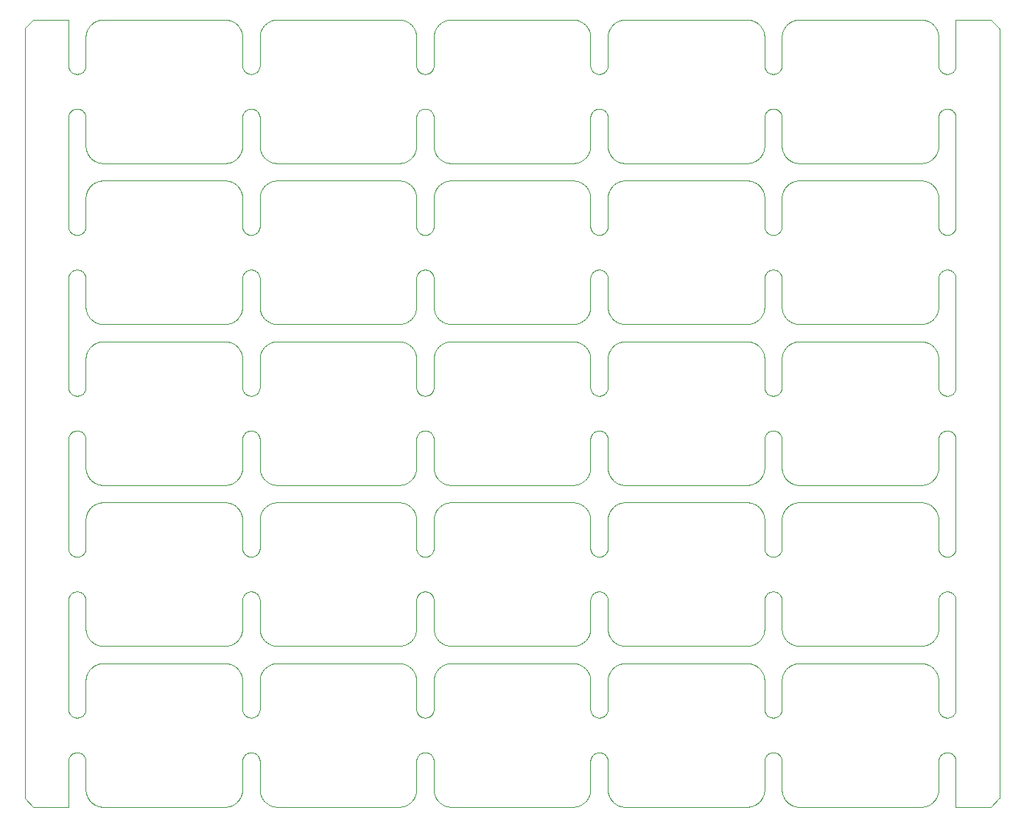
<source format=gm1>
%TF.GenerationSoftware,KiCad,Pcbnew,(6.0.9)*%
%TF.CreationDate,2022-12-08T00:33:12+08:00*%
%TF.ProjectId,without-power-switch-panelized,77697468-6f75-4742-9d70-6f7765722d73,rev?*%
%TF.SameCoordinates,PXe4e1c0PYe4e1c0*%
%TF.FileFunction,Profile,NP*%
%FSLAX46Y46*%
G04 Gerber Fmt 4.6, Leading zero omitted, Abs format (unit mm)*
G04 Created by KiCad (PCBNEW (6.0.9)) date 2022-12-08 00:33:12*
%MOMM*%
%LPD*%
G01*
G04 APERTURE LIST*
%TA.AperFunction,Profile*%
%ADD10C,0.100000*%
%TD*%
G04 APERTURE END LIST*
D10*
X64998117Y-48239921D02*
X64999322Y-48191228D01*
X88709460Y-37021498D02*
X88684924Y-37025256D01*
X27952772Y-34703583D02*
X27952989Y-34703715D01*
X8810042Y-16490678D02*
X8810295Y-16490700D01*
X26925359Y-84861284D02*
X26942842Y-84906628D01*
X106710033Y-66039966D02*
X106743539Y-66075158D01*
X64932669Y-38486515D02*
X64911763Y-38413453D01*
X64312145Y-18990976D02*
X64311954Y-18990809D01*
X24932669Y-56986515D02*
X24911763Y-56913453D01*
X8040401Y-34754438D02*
X8040624Y-34754558D01*
X27309546Y-56431707D02*
X27296416Y-56452772D01*
X85654639Y-28807859D02*
X85700772Y-28792620D01*
X27095740Y-15110472D02*
X27095818Y-15110713D01*
X106775278Y-42888047D02*
X106743539Y-42924841D01*
X67411102Y-74785796D02*
X67410950Y-74785999D01*
X24132168Y-74351643D02*
X24131958Y-74351501D01*
X999171Y-1055D02*
X998727Y-1265D01*
X104690317Y-15568505D02*
X104690453Y-15568292D01*
X86981672Y-29547034D02*
X86989972Y-29594918D01*
X84879601Y-38317376D02*
X84879516Y-38317138D01*
X47867831Y-34648356D02*
X47868041Y-34648498D01*
X84742392Y-89481301D02*
X84754438Y-89459598D01*
X103777181Y-18657481D02*
X103776947Y-18657385D01*
X87199101Y-70869276D02*
X87199210Y-70869505D01*
X6157126Y-80239284D02*
X6108906Y-80245231D01*
X8684924Y-25256D02*
X8684674Y-25298D01*
X8413210Y-74088309D02*
X8389527Y-74095740D01*
X8510789Y-74061042D02*
X8486759Y-74067264D01*
X85194091Y-61349644D02*
X85166113Y-61309908D01*
X44870804Y-75293624D02*
X44842614Y-75223052D01*
X103610472Y-55595740D02*
X103586789Y-55588309D01*
X67025256Y-51815075D02*
X67025298Y-51815325D01*
X64634028Y-71152747D02*
X64634176Y-71152541D01*
X43610713Y-16404181D02*
X43682623Y-16379601D01*
X85399529Y-80055124D02*
X85361220Y-80025222D01*
X67009299Y-14689704D02*
X67009321Y-14689957D01*
X64368719Y-56042093D02*
X64368533Y-56041921D01*
X87559372Y-15886891D02*
X87613108Y-15940627D01*
X44458078Y-52868533D02*
X44509023Y-52812145D01*
X7157385Y-52276947D02*
X7157481Y-52277181D01*
X44634176Y-847458D02*
X44634028Y-847252D01*
X87631280Y-542093D02*
X87613289Y-559195D01*
X104974743Y-38684924D02*
X104974701Y-38684674D01*
X66982822Y-23953311D02*
X66972168Y-24000714D01*
X6477400Y-28866930D02*
X6519683Y-28890886D01*
X85040797Y-47952462D02*
X85056045Y-47906331D01*
X66982822Y-5453311D02*
X66972168Y-5500714D01*
X26108906Y-80245231D02*
X26060452Y-80248804D01*
X87426454Y-52734030D02*
X87474478Y-52792926D01*
X44879516Y-75317138D02*
X44870895Y-75293861D01*
X64588897Y-74785796D02*
X64573703Y-74766168D01*
X25166113Y-61309908D02*
X25140119Y-61268846D01*
X83390127Y-37038705D02*
X83315325Y-37025298D01*
X106599740Y-61555173D02*
X106560012Y-61583152D01*
X103488964Y-90439017D02*
X103489210Y-90438957D01*
X27245561Y-56540401D02*
X27245441Y-56540624D01*
X5057874Y-47906480D02*
X5075362Y-47861144D01*
X65521491Y-28866870D02*
X65564890Y-28845029D01*
X996692Y-90497374D02*
X997071Y-90497685D01*
X26107713Y-47254771D02*
X26155945Y-47260721D01*
X65166113Y-24309908D02*
X65140119Y-24268846D01*
X5224721Y-24388047D02*
X5194826Y-24349740D01*
X103189704Y-16490700D02*
X103189957Y-16490678D01*
X86298081Y-65792642D02*
X86344225Y-65807889D01*
X43981521Y-71742266D02*
X44047010Y-71703715D01*
X67095740Y-19889527D02*
X67088309Y-19913210D01*
X24703715Y-74952989D02*
X24703583Y-74952772D01*
X103586789Y-37088309D02*
X103586546Y-37088236D01*
X63189704Y-34990700D02*
X63189957Y-34990678D01*
X68389527Y-37095740D02*
X68389286Y-37095818D01*
X28585062Y-71956196D02*
X28585309Y-71956250D01*
X68413453Y-74088236D02*
X68413210Y-74088309D01*
X23586789Y-34911690D02*
X23610472Y-34904259D01*
X28293624Y-16370804D02*
X28293861Y-16370895D01*
X25018327Y-60952965D02*
X25010027Y-60905081D01*
X104997433Y-33092012D02*
X104997434Y-33091822D01*
X27025298Y-88815325D02*
X27038705Y-88890127D01*
X27021462Y-51790288D02*
X27021498Y-51790539D01*
X65564890Y-84345029D02*
X65609308Y-84325342D01*
X48317138Y-120483D02*
X48293861Y-129104D01*
X47157385Y-1223052D02*
X47129195Y-1293624D01*
X27025298Y-38684674D02*
X27025256Y-38684924D01*
X84589049Y-71214000D02*
X84634028Y-71152747D01*
X67245561Y-1040401D02*
X67245441Y-1040624D01*
X64386891Y-74559372D02*
X64386710Y-74559195D01*
X24832626Y-38199776D02*
X24800898Y-38130723D01*
X4992136Y-90499702D02*
X4992612Y-90499583D01*
X103110749Y-37003286D02*
X103110560Y-37003274D01*
X5029671Y-61000549D02*
X5019025Y-60953138D01*
X47245441Y-38040624D02*
X47210256Y-38107982D01*
X106805173Y-5849740D02*
X106775278Y-5888047D01*
X64458078Y-37631466D02*
X64457906Y-37631280D01*
X27011861Y-88714903D02*
X27021462Y-88790288D01*
X84832626Y-75199776D02*
X84800898Y-75130723D01*
X24999997Y-20506257D02*
X24999840Y-20493744D01*
X27157385Y-19723052D02*
X27129195Y-19793624D01*
X27559372Y-71386891D02*
X27613108Y-71440627D01*
X48785096Y-34988138D02*
X48785348Y-34988166D01*
X63799991Y-90332729D02*
X63800223Y-90332626D01*
X104368533Y-541921D02*
X104312145Y-490976D01*
X27847252Y-90134028D02*
X27847458Y-90134176D01*
X68709460Y-34978501D02*
X68709711Y-34978537D01*
X67474640Y-34293121D02*
X67490809Y-34311954D01*
X106250549Y-43220328D02*
X106203138Y-43230974D01*
X23586789Y-55588309D02*
X23586546Y-55588236D01*
X47351501Y-15631958D02*
X47351643Y-15632168D01*
X63513240Y-67264D02*
X63489210Y-61042D01*
X8389286Y-90404181D02*
X8389527Y-90404259D01*
X24988166Y-75785348D02*
X24988138Y-75785096D01*
X25701918Y-43207357D02*
X25655774Y-43192110D01*
X86108906Y-61745231D02*
X86060452Y-61748804D01*
X85116171Y-42726559D02*
X85094327Y-42683147D01*
X26905672Y-10816852D02*
X26925359Y-10861284D01*
X64509023Y-687854D02*
X64458078Y-631466D01*
X44988138Y-14714903D02*
X44988166Y-14714651D01*
X24879601Y-33682623D02*
X24904181Y-33610713D01*
X88993750Y-18500159D02*
X88993622Y-18500161D01*
X6010541Y-47250000D02*
X6059247Y-47251195D01*
X44842518Y-75222818D02*
X44832729Y-75200008D01*
X87001882Y-5260078D02*
X87000677Y-5308771D01*
X43799991Y-16332729D02*
X43800223Y-16332626D01*
X24214203Y-74411102D02*
X24214000Y-74410950D01*
X7000159Y-51506255D02*
X7000161Y-51506382D01*
X45989458Y-24750000D02*
X45940752Y-24748804D01*
X84998117Y-29739921D02*
X84999322Y-29691228D01*
X63959598Y-53254438D02*
X63981301Y-53242392D01*
X85074640Y-79638715D02*
X85057157Y-79593371D01*
X8898519Y-53497244D02*
X8898897Y-53497258D01*
X28886322Y-18503512D02*
X28886069Y-18503528D01*
X24214000Y-90089049D02*
X24214203Y-90088897D01*
X47309546Y-56431707D02*
X47296416Y-56452772D01*
X47129104Y-75293861D02*
X47120483Y-75317138D01*
X27038705Y-20109872D02*
X27025298Y-20184674D01*
X65093233Y-66316590D02*
X65115083Y-66273196D01*
X48684924Y-55525256D02*
X48684674Y-55525298D01*
X104152747Y-34634028D02*
X104214000Y-34589049D01*
X104214203Y-16088897D02*
X104233831Y-16073703D01*
X63586789Y-34911690D02*
X63610472Y-34904259D01*
X86204996Y-43230979D02*
X86157126Y-43239284D01*
X83390376Y-53461246D02*
X83414690Y-53456250D01*
X25166113Y-24309908D02*
X25140119Y-24268846D01*
X23214903Y-16488138D02*
X23290288Y-16478537D01*
X104978537Y-33290288D02*
X104988138Y-33214903D01*
X23390376Y-34961246D02*
X23414690Y-34956250D01*
X103799991Y-74167270D02*
X103777181Y-74157481D01*
X24956250Y-70414690D02*
X24961246Y-70390376D01*
X47688045Y-53009190D02*
X47706878Y-53025359D01*
X8389527Y-34904259D02*
X8413210Y-34911690D01*
X7426454Y-71234030D02*
X7474478Y-71292926D01*
X24956196Y-75585062D02*
X24939017Y-75511035D01*
X103101102Y-55502741D02*
X103092009Y-55502567D01*
X7631466Y-19041921D02*
X7631280Y-19042093D01*
X28293861Y-55629104D02*
X28293624Y-55629195D01*
X87952772Y-53203583D02*
X87952989Y-53203715D01*
X8684924Y-55525256D02*
X8684674Y-55525298D01*
X27002246Y-14588634D02*
X27002255Y-14588887D01*
X8486759Y-71932735D02*
X8510789Y-71938957D01*
X47021462Y-33290288D02*
X47021498Y-33290539D01*
X47067330Y-33513484D02*
X47088236Y-33586546D01*
X7000159Y-88506255D02*
X7000161Y-88506382D01*
X5749450Y-28779671D02*
X5796861Y-28769025D01*
X7002755Y-38898519D02*
X7002741Y-38898897D01*
X44911690Y-70586789D02*
X44911763Y-70586546D01*
X104047227Y-90203583D02*
X104068292Y-90190453D01*
X7129104Y-1293861D02*
X7120483Y-1317138D01*
X25056045Y-47906331D02*
X25073537Y-47861004D01*
X63706375Y-37129195D02*
X63706138Y-37129104D01*
X8684924Y-34974743D02*
X8709460Y-34978501D01*
X67067264Y-75486759D02*
X67061042Y-75510789D01*
X103214651Y-18511833D02*
X103189957Y-18509321D01*
X104068505Y-74309682D02*
X104068292Y-74309546D01*
X44996713Y-51610746D02*
X44996726Y-51610557D01*
X67257733Y-56518478D02*
X67257607Y-56518698D01*
X63869505Y-199210D02*
X63869276Y-199101D01*
X44509023Y-37687854D02*
X44458078Y-37631466D01*
X87088236Y-1413453D02*
X87067330Y-1486515D01*
X24068505Y-53190317D02*
X24131958Y-53148498D01*
X45700772Y-28792620D02*
X45747598Y-28779664D01*
X85255724Y-42924761D02*
X85223985Y-42887959D01*
X26995912Y-66643151D02*
X26999478Y-66691618D01*
X104999840Y-38993744D02*
X104999838Y-38993617D01*
X86942842Y-10906628D02*
X86958079Y-10952775D01*
X86390691Y-24674657D02*
X86345360Y-24692140D01*
X67003528Y-33113930D02*
X67009299Y-33189704D01*
X47157385Y-19723052D02*
X47129195Y-19793624D01*
X83981521Y-90242266D02*
X84047010Y-90203715D01*
X103189704Y-55509299D02*
X103110749Y-55503286D01*
X105654639Y-65807859D02*
X105700772Y-65792620D01*
X87613108Y-74559372D02*
X87559372Y-74613108D01*
X27038753Y-88890376D02*
X27043749Y-88914690D01*
X7490976Y-52812145D02*
X7541921Y-52868533D01*
X84911763Y-52086546D02*
X84932669Y-52013484D01*
X65008862Y-66594556D02*
X65017177Y-66546688D01*
X4995703Y-1878D02*
X4995295Y-1605D01*
X87559195Y-15886710D02*
X87559372Y-15886891D01*
X104152541Y-34634176D02*
X104152747Y-34634028D01*
X104990678Y-51689957D02*
X104990700Y-51689704D01*
X47952772Y-55796416D02*
X47931707Y-55809546D01*
X67559372Y-56113108D02*
X67559195Y-56113289D01*
X83315075Y-34974743D02*
X83315325Y-34974701D01*
X111998734Y-998727D02*
X111998503Y-998294D01*
X87706878Y-16025359D02*
X87707073Y-16025521D01*
X48486515Y-55567330D02*
X48413453Y-55588236D01*
X25166113Y-42809908D02*
X25140119Y-42768846D01*
X43091820Y-2565D02*
X29006379Y-1D01*
X103981521Y-74257733D02*
X103981301Y-74257607D01*
X46999478Y-29691618D02*
X47000664Y-29740324D01*
X104879516Y-70682861D02*
X104879601Y-70682623D01*
X104440627Y-19113108D02*
X104386891Y-19059372D01*
X87000002Y-14493742D02*
X87000159Y-14506255D01*
X27931707Y-74309546D02*
X27931494Y-74309682D01*
X47043803Y-51914937D02*
X47060982Y-51988964D01*
X88293624Y-18629195D02*
X88223052Y-18657385D01*
X26805908Y-47650355D02*
X26833886Y-47690091D01*
X47157385Y-33776947D02*
X47157481Y-33777181D01*
X48107982Y-74210256D02*
X48040624Y-74245441D01*
X88130494Y-55699210D02*
X88108208Y-55710141D01*
X4992612Y-90499583D02*
X4993082Y-90499440D01*
X67043803Y-57085062D02*
X67043749Y-57085309D01*
X88810295Y-53490700D02*
X88889250Y-53496713D01*
X8486759Y-34932735D02*
X8510789Y-34938957D01*
X48389286Y-74095818D02*
X48317376Y-74120398D01*
X105140119Y-5768846D02*
X105116171Y-5726559D01*
X68223052Y-74157385D02*
X68222818Y-74157481D01*
X85018327Y-79452965D02*
X85010027Y-79405081D01*
X27474640Y-34293121D02*
X27490809Y-34311954D01*
X105655774Y-43192110D02*
X105610433Y-43174618D01*
X104703715Y-952989D02*
X104703583Y-952772D01*
X66711844Y-24460104D02*
X66676653Y-24493602D01*
X23390376Y-90461246D02*
X23414690Y-90456250D01*
X42993620Y-71999998D02*
X42993748Y-71999998D01*
X23006377Y-34999838D02*
X23088634Y-34997753D01*
X63290539Y-55521498D02*
X63290288Y-55521462D01*
X4991169Y-90499870D02*
X4991655Y-90499798D01*
X68107982Y-55710256D02*
X68040624Y-55745441D01*
X44998117Y-66739921D02*
X44999322Y-66691228D01*
X106297380Y-6207368D02*
X106250549Y-6220328D01*
X47025256Y-51815075D02*
X47025298Y-51815325D01*
X8413210Y-90411690D02*
X8413453Y-90411763D01*
X65480316Y-6109113D02*
X65439260Y-6083110D01*
X63892017Y-55710256D02*
X63891791Y-55710141D01*
X83315325Y-34974701D02*
X83390127Y-34961294D01*
X84047227Y-34703583D02*
X84068292Y-34690453D01*
X24588897Y-52714203D02*
X24589049Y-52714000D01*
X106476681Y-43133099D02*
X106433278Y-43154946D01*
X83869276Y-55699101D02*
X83800223Y-55667373D01*
X23214903Y-71988138D02*
X23290288Y-71978537D01*
X27003512Y-70113677D02*
X27003528Y-70113930D01*
X48486759Y-90432735D02*
X48510789Y-90438957D01*
X7490976Y-56187854D02*
X7490809Y-56188045D01*
X25017177Y-29546688D02*
X25027831Y-29499285D01*
X67426454Y-15734030D02*
X67474478Y-15792926D01*
X24509023Y-71312145D02*
X24509190Y-71311954D01*
X27931707Y-37309546D02*
X27931494Y-37309682D01*
X66806983Y-61349836D02*
X66777088Y-61388135D01*
X48222818Y-34842518D02*
X48223052Y-34842614D01*
X63586546Y-37088236D02*
X63513484Y-37067330D01*
X45748755Y-6220320D02*
X45701918Y-6207357D01*
X6601556Y-61555221D02*
X6561832Y-61583194D01*
X7003512Y-51613677D02*
X7003528Y-51613930D01*
X23799991Y-55667270D02*
X23777181Y-55657481D01*
X64800789Y-19630494D02*
X64789858Y-19608208D01*
X67003286Y-20389253D02*
X67003273Y-20389442D01*
X45018327Y-23952965D02*
X45010027Y-23905081D01*
X47613289Y-71440804D02*
X47631280Y-71457906D01*
X85892286Y-6245228D02*
X85844054Y-6239278D01*
X65115083Y-29273196D02*
X65139037Y-29230926D01*
X103959598Y-71754438D02*
X103981301Y-71742392D01*
X64440804Y-15886710D02*
X64457906Y-15868719D01*
X103110560Y-18503274D02*
X103101480Y-18502755D01*
X65017177Y-11046688D02*
X65027831Y-10999285D01*
X24292926Y-53025521D02*
X24293121Y-53025359D01*
X63586789Y-18588309D02*
X63586546Y-18588236D01*
X7847252Y-16134028D02*
X7847458Y-16134176D01*
X84879601Y-70682623D02*
X84904181Y-70610713D01*
X6926462Y-61138995D02*
X6906766Y-61183409D01*
X48486759Y-37067264D02*
X48486515Y-37067330D01*
X44911763Y-1413453D02*
X44911690Y-1413210D01*
X46991137Y-79405443D02*
X46982822Y-79453311D01*
X105010027Y-60905081D02*
X105004087Y-60856848D01*
X84742392Y-75018698D02*
X84742266Y-75018478D01*
X27000001Y-69993615D02*
X27000002Y-69993742D01*
X5004770Y-11142963D02*
X5010718Y-11094737D01*
X47120483Y-38317138D02*
X47120398Y-38317376D01*
X83110560Y-3274D02*
X83101480Y-2755D01*
X27559372Y-34386891D02*
X27613108Y-34440627D01*
X7474640Y-34293121D02*
X7490809Y-34311954D01*
X47025298Y-75684674D02*
X47025256Y-75684924D01*
X104842518Y-38222818D02*
X104832729Y-38200008D01*
X24525521Y-74707073D02*
X24525359Y-74706878D01*
X26925359Y-66361284D02*
X26942842Y-66406628D01*
X46833886Y-66190091D02*
X46859880Y-66231153D01*
X26390691Y-43174657D02*
X26345360Y-43192140D01*
X7129104Y-56793861D02*
X7120483Y-56817138D01*
X27631280Y-74542093D02*
X27613289Y-74559195D01*
X85017177Y-66546688D02*
X85027831Y-66499285D01*
X47095818Y-1389286D02*
X47095740Y-1389527D01*
X105115083Y-10773196D02*
X105139037Y-10730926D01*
X47038705Y-20109872D02*
X47025298Y-20184674D01*
X47766168Y-53073703D02*
X47785796Y-53088897D01*
X43414937Y-71956196D02*
X43488964Y-71939017D01*
X64904259Y-56889527D02*
X64904181Y-56889286D01*
X27952989Y-16203715D02*
X28018478Y-16242266D01*
X5892963Y-47254770D02*
X5941423Y-47251195D01*
X87785999Y-55910950D02*
X87785796Y-55911102D01*
X44634028Y-15652747D02*
X44634176Y-15652541D01*
X87541921Y-89868533D02*
X87542093Y-89868719D01*
X84440627Y-34386891D02*
X84440804Y-34386710D01*
X24214000Y-16089049D02*
X24214203Y-16088897D01*
X27210141Y-70891791D02*
X27210256Y-70892017D01*
X7245561Y-1040401D02*
X7245441Y-1040624D01*
X103777181Y-37157481D02*
X103776947Y-37157385D01*
X88486759Y-16432735D02*
X88510789Y-16438957D01*
X87210141Y-52391791D02*
X87210256Y-52392017D01*
X67088236Y-56913453D02*
X67067330Y-56986515D01*
X84997434Y-33091822D02*
X84998117Y-29739921D01*
X66883828Y-10773440D02*
X66905672Y-10816852D01*
X62993748Y-53499998D02*
X63006249Y-53499840D01*
X44789858Y-52391791D02*
X44800789Y-52369505D01*
X47210141Y-1108208D02*
X47199210Y-1130494D01*
X5042631Y-24047380D02*
X5029671Y-24000549D01*
X46806983Y-42849836D02*
X46777088Y-42888135D01*
X8018478Y-74257733D02*
X7952989Y-74296284D01*
X48684674Y-34974701D02*
X48684924Y-34974743D01*
X47129195Y-33706375D02*
X47157385Y-33776947D01*
X83586789Y-71911690D02*
X83610472Y-71904259D01*
X87426296Y-37766168D02*
X87411102Y-37785796D01*
X104956250Y-75585309D02*
X104956196Y-75585062D01*
X6744275Y-66075238D02*
X6776014Y-66112040D01*
X67867831Y-34648356D02*
X67868041Y-34648498D01*
X63315325Y-18525298D02*
X63315075Y-18525256D01*
X87002755Y-20398519D02*
X87002741Y-20398897D01*
X67038753Y-38609623D02*
X67038705Y-38609872D01*
X66859880Y-10731153D02*
X66883828Y-10773440D01*
X7002246Y-88588634D02*
X7002255Y-88588887D01*
X24588897Y-34214203D02*
X24589049Y-34214000D01*
X43959375Y-34754558D02*
X43959598Y-34754438D01*
X84990678Y-51689957D02*
X84990700Y-51689704D01*
X25116171Y-42726559D02*
X25094327Y-42683147D01*
X24690317Y-52568505D02*
X24690453Y-52568292D01*
X28200008Y-16332729D02*
X28222818Y-16342518D01*
X84911763Y-15086546D02*
X84932669Y-15013484D01*
X84988166Y-14714651D02*
X84990678Y-14689957D01*
X106297380Y-84292631D02*
X106343519Y-84307874D01*
X26883828Y-84773440D02*
X26905672Y-84816852D01*
X47021462Y-57209711D02*
X47011861Y-57285096D01*
X105701918Y-61707357D02*
X105655774Y-61692110D01*
X44589049Y-37785999D02*
X44588897Y-37785796D01*
X47167373Y-75199776D02*
X47167270Y-75200008D01*
X24132168Y-34648356D02*
X24152541Y-34634176D01*
X7785999Y-18910950D02*
X7785796Y-18911102D01*
X87095740Y-52110472D02*
X87095818Y-52110713D01*
X44870804Y-89206375D02*
X44870895Y-89206138D01*
X66958079Y-47952775D02*
X66971033Y-47999615D01*
X44386710Y-34440804D02*
X44386891Y-34440627D01*
X7351501Y-868041D02*
X7309682Y-931494D01*
X7210256Y-33892017D02*
X7245441Y-33959375D01*
X45988240Y-84250000D02*
X46010541Y-84250000D01*
X47129104Y-89206138D02*
X47129195Y-89206375D01*
X7559195Y-52886710D02*
X7559372Y-52886891D01*
X47688045Y-18990809D02*
X47687854Y-18990976D01*
X48510789Y-18561042D02*
X48486759Y-18567264D01*
X46710768Y-47540037D02*
X46744275Y-47575238D01*
X103892017Y-37210256D02*
X103891791Y-37210141D01*
X88889439Y-16496725D02*
X88898519Y-16497244D01*
X27257607Y-15481301D02*
X27257733Y-15481521D01*
X43610472Y-90404259D02*
X43610713Y-90404181D01*
X7002565Y-75908177D02*
X7001882Y-79260078D01*
X44879516Y-89182861D02*
X44879601Y-89182623D01*
X46959202Y-5547537D02*
X46943954Y-5593668D01*
X23981521Y-55757733D02*
X23981301Y-55757607D01*
X64525521Y-52792926D02*
X64573545Y-52734030D01*
X47952989Y-296284D02*
X47952772Y-296416D01*
X105017177Y-85046688D02*
X105027831Y-84999285D01*
X48130494Y-18699210D02*
X48108208Y-18710141D01*
X44742392Y-38018698D02*
X44742266Y-38018478D01*
X64990700Y-75810295D02*
X64990678Y-75810042D01*
X24703715Y-89547010D02*
X24742266Y-89481521D01*
X63610713Y-71904181D02*
X63682623Y-71879601D01*
X110988972Y-90499996D02*
X110997021Y-90499799D01*
X44509023Y-74687854D02*
X44458078Y-74631466D01*
X45073537Y-29361004D02*
X45093233Y-29316590D01*
X44754558Y-75040624D02*
X44754438Y-75040401D01*
X47120398Y-38317376D02*
X47095818Y-38389286D01*
X44440627Y-56113108D02*
X44386891Y-56059372D01*
X26883828Y-29273440D02*
X26905672Y-29316852D01*
X104999997Y-57506257D02*
X104999840Y-57493744D01*
X85194091Y-5849644D02*
X85166113Y-5809908D01*
X24573545Y-71234030D02*
X24573703Y-71233831D01*
X23414937Y-43803D02*
X23414690Y-43749D01*
X7559372Y-34386891D02*
X7613108Y-34440627D01*
X63682623Y-37120398D02*
X63610713Y-37095818D01*
X27707073Y-34525521D02*
X27765969Y-34573545D01*
X44904181Y-38389286D02*
X44879601Y-38317376D01*
X28709460Y-18521498D02*
X28684924Y-18525256D01*
X63513240Y-71932735D02*
X63513484Y-71932669D01*
X7613108Y-71440627D02*
X7613289Y-71440804D01*
X48486759Y-74067264D02*
X48486515Y-74067330D01*
X84997258Y-14601102D02*
X84997433Y-14592012D01*
X67009321Y-1810042D02*
X67009299Y-1810295D01*
X6435109Y-24654970D02*
X6390691Y-24674657D01*
X103959375Y-90254558D02*
X103959598Y-90254438D01*
X24457906Y-19131280D02*
X24440804Y-19113289D01*
X86204996Y-61730979D02*
X86157126Y-61739284D01*
X48018698Y-257607D02*
X48018478Y-257733D01*
X65795003Y-28769020D02*
X65842873Y-28760715D01*
X104911690Y-56913210D02*
X104904259Y-56889527D01*
X88993622Y-161D02*
X88911365Y-2246D01*
X46639861Y-61525333D02*
X46601556Y-61555221D01*
X68199776Y-37167373D02*
X68130723Y-37199101D01*
X104911690Y-52086789D02*
X104911763Y-52086546D01*
X104911763Y-15086546D02*
X104932669Y-15013484D01*
X47351501Y-56368041D02*
X47309682Y-56431494D01*
X7351643Y-34132168D02*
X7365823Y-34152541D01*
X43189957Y-53490678D02*
X43214651Y-53488166D01*
X23776947Y-34842614D02*
X23777181Y-34842518D01*
X7559195Y-19113289D02*
X7542093Y-19131280D01*
X87351501Y-34131958D02*
X87351643Y-34132168D01*
X47245441Y-15459375D02*
X47245561Y-15459598D01*
X84800789Y-19630494D02*
X84789858Y-19608208D01*
X67199101Y-1130723D02*
X67167373Y-1199776D01*
X88810042Y-9321D02*
X88785348Y-11833D01*
X104648498Y-56368041D02*
X104648356Y-56367831D01*
X24457906Y-52868719D02*
X24458078Y-52868533D01*
X87199101Y-75130723D02*
X87167373Y-75199776D01*
X102993748Y-90499998D02*
X103006249Y-90499840D01*
X105654639Y-28807859D02*
X105700772Y-28792620D01*
X87003273Y-38889442D02*
X87002755Y-38898519D01*
X8130494Y-71800789D02*
X8130723Y-71800898D01*
X8130723Y-16300898D02*
X8199776Y-16332626D01*
X43290539Y-74021498D02*
X43290288Y-74021462D01*
X23610713Y-95818D02*
X23610472Y-95740D01*
X7120483Y-1317138D02*
X7120398Y-1317376D01*
X28293861Y-129104D02*
X28293624Y-129195D01*
X44634176Y-74847458D02*
X44634028Y-74847252D01*
X84997244Y-51601480D02*
X84997258Y-51601102D01*
X65288155Y-29039895D02*
X65323346Y-29006397D01*
X104458078Y-89868533D02*
X104509023Y-89812145D01*
X84457906Y-52868719D02*
X84458078Y-52868533D01*
X23981301Y-257607D02*
X23959598Y-245561D01*
X66943954Y-79593668D02*
X66926462Y-79638995D01*
X103682623Y-16379601D02*
X103682861Y-16379516D01*
X66859880Y-47731153D02*
X66883828Y-47773440D01*
X43189957Y-37009321D02*
X43189704Y-37009299D01*
X64832626Y-19699776D02*
X64800898Y-19630723D01*
X24938957Y-75510789D02*
X24932735Y-75486759D01*
X105139037Y-29230926D02*
X105165035Y-29189882D01*
X25747598Y-84279664D02*
X25795003Y-84269020D01*
X8908179Y-90497434D02*
X22993620Y-90499998D01*
X67365823Y-34152541D02*
X67365971Y-34152747D01*
X24974743Y-38684924D02*
X24974701Y-38684674D01*
X44997753Y-38911365D02*
X44997744Y-38911112D01*
X46860962Y-79769073D02*
X46834964Y-79810117D01*
X84990700Y-14689704D02*
X84996713Y-14610746D01*
X104440627Y-34386891D02*
X104440804Y-34386710D01*
X27199101Y-52369276D02*
X27199210Y-52369505D01*
X103113677Y-53496487D02*
X103113930Y-53496471D01*
X47060982Y-14988964D02*
X47061042Y-14989210D01*
X104988166Y-20285348D02*
X104988138Y-20285096D01*
X104997258Y-33101102D02*
X104997433Y-33092012D01*
X87011833Y-1785348D02*
X87009321Y-1810042D01*
X45254650Y-84575079D02*
X45288155Y-84539895D01*
X26435109Y-6154970D02*
X26390691Y-6174657D01*
X45004087Y-79356848D02*
X45000521Y-79308381D01*
X47067330Y-75486515D02*
X47067264Y-75486759D01*
X64974701Y-88815325D02*
X64974743Y-88815075D01*
X8585062Y-43803D02*
X8511035Y-60982D01*
X6883828Y-66273440D02*
X6905672Y-66316852D01*
X84870804Y-75293624D02*
X84842614Y-75223052D01*
X28130723Y-74199101D02*
X28130494Y-74199210D01*
X104911763Y-38413453D02*
X104911690Y-38413210D01*
X24703583Y-15547227D02*
X24703715Y-15547010D01*
X46011759Y-24750000D02*
X45989458Y-24750000D01*
X105360138Y-47474666D02*
X105398443Y-47444778D01*
X84690453Y-56431707D02*
X84690317Y-56431494D01*
X25056045Y-84906331D02*
X25073537Y-84861004D01*
X44573703Y-15733831D02*
X44588897Y-15714203D01*
X103414690Y-90456250D02*
X103414937Y-90456196D01*
X84234030Y-18926454D02*
X84233831Y-18926296D01*
X104068505Y-18809682D02*
X104068292Y-18809546D01*
X28898519Y-34997244D02*
X28898897Y-34997258D01*
X84904259Y-38389527D02*
X84904181Y-38389286D01*
X67088236Y-70586546D02*
X67088309Y-70586789D01*
X68993750Y-74000159D02*
X68993622Y-74000161D01*
X63113930Y-16496471D02*
X63189704Y-16490700D01*
X47167270Y-52299991D02*
X47167373Y-52300223D01*
X86011759Y-43250000D02*
X85989458Y-43250000D01*
X105438167Y-47416805D02*
X105479217Y-47390815D01*
X86745349Y-5924920D02*
X86711844Y-5960104D01*
X45056045Y-10906331D02*
X45073537Y-10861004D01*
X45255724Y-42924761D02*
X45223985Y-42887959D01*
X44152747Y-16134028D02*
X44214000Y-16089049D01*
X87088236Y-89086546D02*
X87088309Y-89086789D01*
X88684924Y-71974743D02*
X88709460Y-71978501D01*
X47351643Y-15632168D02*
X47365823Y-15652541D01*
X27025256Y-57184924D02*
X27021498Y-57209460D01*
X28293624Y-37129195D02*
X28223052Y-37157385D01*
X88130494Y-90300789D02*
X88130723Y-90300898D01*
X45939547Y-84251195D02*
X45988240Y-84250000D01*
X84832729Y-75200008D02*
X84832626Y-75199776D01*
X67257733Y-52481521D02*
X67296284Y-52547010D01*
X44525359Y-52793121D02*
X44525521Y-52792926D01*
X105324424Y-24493475D02*
X105289231Y-24459962D01*
X8810295Y-34990700D02*
X8889250Y-34996713D01*
X6777088Y-42888135D02*
X6745349Y-42924920D01*
X44988138Y-1785096D02*
X44978537Y-1709711D01*
X7043749Y-51914690D02*
X7043803Y-51914937D01*
X24978537Y-51790288D02*
X24988138Y-51714903D01*
X87000002Y-51493742D02*
X87000159Y-51506255D01*
X25222911Y-47611864D02*
X25254650Y-47575079D01*
X66942842Y-29406628D02*
X66958079Y-29452775D01*
X63214651Y-74011833D02*
X63189957Y-74009321D01*
X7043803Y-33414937D02*
X7060982Y-33488964D01*
X86995912Y-11143151D02*
X86999478Y-11191618D01*
X5892963Y-43245229D02*
X5844737Y-43239281D01*
X87296416Y-56452772D02*
X87296284Y-56452989D01*
X64832626Y-15300223D02*
X64832729Y-15299991D01*
X106599740Y-6055173D02*
X106560012Y-6083152D01*
X27003512Y-14613677D02*
X27003528Y-14613930D01*
X25795003Y-47269020D02*
X25842873Y-47260715D01*
X7765969Y-426454D02*
X7707073Y-474478D01*
X83214651Y-16488166D02*
X83214903Y-16488138D01*
X28511035Y-55560982D02*
X28510789Y-55561042D01*
X64997258Y-88601102D02*
X64997433Y-88592012D01*
X83586789Y-55588309D02*
X83586546Y-55588236D01*
X88898897Y-71997258D02*
X88907990Y-71997432D01*
X27043803Y-51914937D02*
X27060982Y-51988964D01*
X44978501Y-70290539D02*
X44978537Y-70290288D01*
X64961294Y-70390127D02*
X64974701Y-70315325D01*
X8040401Y-53254438D02*
X8040624Y-53254558D01*
X64800898Y-33869276D02*
X64832626Y-33800223D01*
X7157481Y-70777181D02*
X7167270Y-70799991D01*
X28609872Y-71961294D02*
X28684674Y-71974701D01*
X25323346Y-84506397D02*
X25360138Y-84474666D01*
X88200008Y-16332729D02*
X88222818Y-16342518D01*
X104879601Y-89182623D02*
X104904181Y-89110713D01*
X88511035Y-53439017D02*
X88585062Y-53456196D01*
X84457906Y-37631280D02*
X84440804Y-37613289D01*
X25700772Y-84292620D02*
X25747598Y-84279664D01*
X43776947Y-157385D02*
X43706375Y-129195D01*
X86345360Y-43192140D02*
X86299227Y-43207379D01*
X7351501Y-34131958D02*
X7351643Y-34132168D01*
X23959598Y-53254438D02*
X23981301Y-53242392D01*
X47095818Y-33610713D02*
X47120398Y-33682623D01*
X85796172Y-61730969D02*
X85748755Y-61720320D01*
X105988240Y-28750000D02*
X106009877Y-28750000D01*
X65194091Y-79849644D02*
X65166113Y-79809908D01*
X64998117Y-66739921D02*
X64999322Y-66691228D01*
X84842614Y-33776947D02*
X84870804Y-33706375D01*
X65747598Y-47279664D02*
X65795003Y-47269020D01*
X63113677Y-53496487D02*
X63113930Y-53496471D01*
X104789858Y-70891791D02*
X104800789Y-70869505D01*
X66298081Y-65792642D02*
X66344225Y-65807889D01*
X84703715Y-56452989D02*
X84703583Y-56452772D01*
X25361220Y-80025222D02*
X25324424Y-79993475D01*
X27411102Y-52714203D02*
X27426296Y-52733831D01*
X7157385Y-19723052D02*
X7129195Y-19793624D01*
X63290288Y-18521462D02*
X63214903Y-18511861D01*
X46011759Y-80250000D02*
X45989458Y-80250000D01*
X84961294Y-20109872D02*
X84961246Y-20109623D01*
X27426296Y-89733831D02*
X27426454Y-89734030D01*
X84703715Y-15547010D02*
X84742266Y-15481521D01*
X64573545Y-52734030D02*
X64573703Y-52733831D01*
X48389286Y-34904181D02*
X48389527Y-34904259D01*
X85439260Y-61583110D02*
X85399529Y-61555124D01*
X68018478Y-55757733D02*
X67952989Y-55796284D01*
X84904259Y-75389527D02*
X84904181Y-75389286D01*
X84988138Y-38785096D02*
X84978537Y-38709711D01*
X86999478Y-29691618D02*
X87000664Y-29740324D01*
X49006379Y-74000001D02*
X49006251Y-74000001D01*
X84132168Y-74351643D02*
X84131958Y-74351501D01*
X104789858Y-56608208D02*
X104789743Y-56607982D01*
X47043803Y-14914937D02*
X47060982Y-14988964D01*
X63290539Y-18521498D02*
X63290288Y-18521462D01*
X67000161Y-70006382D02*
X67002246Y-70088634D01*
X84879601Y-1317376D02*
X84879516Y-1317138D01*
X65480316Y-24609113D02*
X65439260Y-24583110D01*
X63682861Y-53379516D02*
X63706138Y-53370895D01*
X105004087Y-79356848D02*
X105000521Y-79308381D01*
X67245561Y-56540401D02*
X67245441Y-56540624D01*
X26107713Y-84254771D02*
X26155945Y-84260721D01*
X87095818Y-70610713D02*
X87120398Y-70682623D01*
X7095818Y-19889286D02*
X7095740Y-19889527D01*
X83214651Y-34988166D02*
X83214903Y-34988138D01*
X47060982Y-20011035D02*
X47043803Y-20085062D01*
X104131958Y-71648498D02*
X104132168Y-71648356D01*
X46059247Y-28751195D02*
X46107713Y-28754771D01*
X104932669Y-33513484D02*
X104932735Y-33513240D01*
X88223052Y-34842614D02*
X88293624Y-34870804D01*
X7167270Y-70799991D02*
X7167373Y-70800223D01*
X88709711Y-71978537D02*
X88785096Y-71988138D01*
X88609623Y-37038753D02*
X88585309Y-37043749D01*
X26834964Y-61310117D02*
X26806983Y-61349836D01*
X24386710Y-56059195D02*
X24368719Y-56042093D01*
X64938957Y-38510789D02*
X64932735Y-38486759D01*
X7129104Y-75293861D02*
X7120483Y-75317138D01*
X47765969Y-18926454D02*
X47707073Y-18974478D01*
X7365971Y-847252D02*
X7365823Y-847458D01*
X8911365Y-55502246D02*
X8911112Y-55502255D01*
X68810042Y-53490678D02*
X68810295Y-53490700D01*
X5611144Y-24674637D02*
X5566721Y-24654946D01*
X66711844Y-61460104D02*
X66676653Y-61493602D01*
X67687854Y-18990976D02*
X67631466Y-19041921D01*
X27060982Y-14988964D02*
X27061042Y-14989210D01*
X83959375Y-71754558D02*
X83959598Y-71754438D01*
X106155262Y-84260718D02*
X106203138Y-84269025D01*
X47199101Y-52369276D02*
X47199210Y-52369505D01*
X44131958Y-90148498D02*
X44132168Y-90148356D01*
X111999727Y-89498000D02*
X111999775Y-89497511D01*
X47613289Y-559195D02*
X47613108Y-559372D01*
X47474478Y-89792926D02*
X47474640Y-89793121D01*
X64525521Y-89792926D02*
X64573545Y-89734030D01*
X26252401Y-80220335D02*
X26204996Y-80230979D01*
X27365971Y-74847252D02*
X27365823Y-74847458D01*
X7296416Y-19452772D02*
X7296284Y-19452989D01*
X105940752Y-80248804D02*
X105892286Y-80245228D01*
X47687854Y-53009023D02*
X47688045Y-53009190D01*
X44634176Y-89652541D02*
X44648356Y-89632168D01*
X64879516Y-70682861D02*
X64879601Y-70682623D01*
X85002906Y-66642775D02*
X85008862Y-66594556D01*
X26157126Y-6239284D02*
X26108906Y-6245231D01*
X84997744Y-57411112D02*
X84996487Y-57386322D01*
X106343519Y-84307874D02*
X106388855Y-84325362D01*
X23959375Y-37245441D02*
X23892017Y-37210256D01*
X65165035Y-10689882D02*
X65193016Y-10650163D01*
X105521491Y-65866870D02*
X105564890Y-65845029D01*
X44904181Y-75389286D02*
X44879601Y-75317376D01*
X104047010Y-74296284D02*
X103981521Y-74257733D01*
X24386891Y-34440627D02*
X24440627Y-34386891D01*
X24312145Y-34509023D02*
X24368533Y-34458078D01*
X6203827Y-10269030D02*
X6251244Y-10279679D01*
X84911763Y-1413453D02*
X84911690Y-1413210D01*
X28907990Y-34997432D02*
X28908179Y-34997434D01*
X24234030Y-16073545D02*
X24292926Y-16025521D01*
X26989972Y-48094918D02*
X26995912Y-48143151D01*
X47000161Y-88506382D02*
X47002246Y-88588634D01*
X47003286Y-75889253D02*
X47003273Y-75889442D01*
X47245561Y-70959598D02*
X47257607Y-70981301D01*
X85194091Y-79849644D02*
X85166113Y-79809908D01*
X27210141Y-33891791D02*
X27210256Y-33892017D01*
X44870804Y-1293624D02*
X44842614Y-1223052D01*
X43776947Y-71842614D02*
X43777181Y-71842518D01*
X48200008Y-16332729D02*
X48222818Y-16342518D01*
X44368719Y-52957906D02*
X44386710Y-52940804D01*
X87765969Y-37426454D02*
X87707073Y-37474478D01*
X88413210Y-74088309D02*
X88389527Y-74095740D01*
X103290288Y-55521462D02*
X103214903Y-55511861D01*
X63513484Y-55567330D02*
X63513240Y-55567264D01*
X24832626Y-15300223D02*
X24832729Y-15299991D01*
X88886322Y-74003512D02*
X88886069Y-74003528D01*
X8108208Y-18710141D02*
X8107982Y-18710256D01*
X47000159Y-33006255D02*
X47000161Y-33006382D01*
X7001882Y-60760078D02*
X7000677Y-60808771D01*
X67847252Y-55865971D02*
X67785999Y-55910950D01*
X87952772Y-55796416D02*
X87931707Y-55809546D01*
X69006379Y-18500001D02*
X69006251Y-18500001D01*
X28199776Y-55667373D02*
X28130723Y-55699101D01*
X66639861Y-43025333D02*
X66601556Y-43055221D01*
X47120483Y-33682861D02*
X47129104Y-33706138D01*
X65288155Y-84539895D02*
X65323346Y-84506397D01*
X7025298Y-20184674D02*
X7025256Y-20184924D01*
X24996726Y-70110557D02*
X24997244Y-70101480D01*
X63586546Y-53411763D02*
X63586789Y-53411690D01*
X24634028Y-19347252D02*
X24589049Y-19285999D01*
X85748755Y-61720320D02*
X85701918Y-61707357D01*
X64131958Y-18851501D02*
X64068505Y-18809682D01*
X106904946Y-29316721D02*
X106924637Y-29361144D01*
X103869505Y-199210D02*
X103869276Y-199101D01*
X83682623Y-53379601D02*
X83682861Y-53379516D01*
X106388855Y-47325362D02*
X106433278Y-47345053D01*
X7025256Y-51815075D02*
X7025298Y-51815325D01*
X104842614Y-33776947D02*
X104870804Y-33706375D01*
X66833886Y-29190091D02*
X66859880Y-29231153D01*
X66639861Y-80025333D02*
X66601556Y-80055221D01*
X27002255Y-88588887D02*
X27003512Y-88613677D01*
X8684924Y-90474743D02*
X8709460Y-90478501D01*
X67067264Y-70513240D02*
X67067330Y-70513484D01*
X28510789Y-74061042D02*
X28486759Y-74067264D01*
X84386891Y-15940627D02*
X84440627Y-15886891D01*
X46972168Y-5500714D02*
X46959202Y-5547537D01*
X84939017Y-1511035D02*
X84938957Y-1510789D01*
X25747598Y-28779664D02*
X25795003Y-28769020D01*
X47060982Y-51988964D02*
X47061042Y-51989210D01*
X68130494Y-53300789D02*
X68130723Y-53300898D01*
X44999335Y-42259675D02*
X44999998Y-39006384D01*
X111999559Y-89498967D02*
X111999655Y-89498485D01*
X104312145Y-18990976D02*
X104311954Y-18990809D01*
X5844737Y-6239281D02*
X5796861Y-6230974D01*
X47351643Y-19367831D02*
X47351501Y-19368041D01*
X6203827Y-47269030D02*
X6251244Y-47279679D01*
X5042631Y-29452619D02*
X5057874Y-29406480D01*
X67613289Y-559195D02*
X67613108Y-559372D01*
X64068505Y-53190317D02*
X64131958Y-53148498D01*
X26433993Y-84345077D02*
X26477400Y-84366930D01*
X83586546Y-18588236D02*
X83513484Y-18567330D01*
X64068292Y-309546D02*
X64047227Y-296416D01*
X27000161Y-70006382D02*
X27002246Y-70088634D01*
X7309546Y-931707D02*
X7296416Y-952772D01*
X68413210Y-16411690D02*
X68413453Y-16411763D01*
X44999997Y-76006257D02*
X44999840Y-75993744D01*
X67952772Y-18796416D02*
X67931707Y-18809546D01*
X67001882Y-79260078D02*
X67000677Y-79308771D01*
X104904259Y-89110472D02*
X104911690Y-89086789D01*
X48389527Y-37095740D02*
X48389286Y-37095818D01*
X67043803Y-75585062D02*
X67043749Y-75585309D01*
X27309546Y-37931707D02*
X27296416Y-37952772D01*
X84214000Y-55910950D02*
X84152747Y-55865971D01*
X67426296Y-15733831D02*
X67426454Y-15734030D01*
X67765969Y-53073545D02*
X67766168Y-53073703D01*
X104690453Y-19431707D02*
X104690317Y-19431494D01*
X87088309Y-56913210D02*
X87088236Y-56913453D01*
X44703715Y-74952989D02*
X44703583Y-74952772D01*
X88199776Y-16332626D02*
X88200008Y-16332729D01*
X67095740Y-15110472D02*
X67095818Y-15110713D01*
X47025298Y-70315325D02*
X47038705Y-70390127D01*
X87559372Y-34386891D02*
X87613108Y-34440627D01*
X87309682Y-74931494D02*
X87309546Y-74931707D01*
X67309546Y-931707D02*
X67296416Y-952772D01*
X27541921Y-37631466D02*
X27490976Y-37687854D01*
X83891791Y-90289858D02*
X83892017Y-90289743D01*
X63869505Y-90300789D02*
X63891791Y-90289858D01*
X84648498Y-37868041D02*
X84648356Y-37867831D01*
X27025256Y-1684924D02*
X27021498Y-1709460D01*
X88810042Y-37009321D02*
X88785348Y-37011833D01*
X63088887Y-16497744D02*
X63113677Y-16496487D01*
X26905672Y-29316852D02*
X26925359Y-29361284D01*
X88785096Y-74011861D02*
X88709711Y-74021462D01*
X105522599Y-24633069D02*
X105480316Y-24609113D01*
X103777181Y-16342518D02*
X103799991Y-16332729D01*
X24754438Y-19540401D02*
X24742392Y-19518698D01*
X24932735Y-15013240D02*
X24938957Y-14989210D01*
X47157481Y-19722818D02*
X47157385Y-19723052D01*
X103682861Y-74120483D02*
X103682623Y-74120398D01*
X83088634Y-90497753D02*
X83088887Y-90497744D01*
X87296416Y-52547227D02*
X87309546Y-52568292D01*
X67021462Y-14790288D02*
X67021498Y-14790539D01*
X67210256Y-15392017D02*
X67245441Y-15459375D01*
X48810042Y-53490678D02*
X48810295Y-53490700D01*
X23315075Y-53474743D02*
X23315325Y-53474701D01*
X23390376Y-74038753D02*
X23390127Y-74038705D01*
X25002906Y-11142775D02*
X25008862Y-11094556D01*
X106904946Y-79683278D02*
X106883099Y-79726681D01*
X83189957Y-37009321D02*
X83189704Y-37009299D01*
X47067330Y-19986515D02*
X47067264Y-19986759D01*
X7003286Y-57389253D02*
X7003273Y-57389442D01*
X47613108Y-15940627D02*
X47613289Y-15940804D01*
X65027831Y-66499285D02*
X65040797Y-66452462D01*
X48709460Y-18521498D02*
X48684924Y-18525256D01*
X25041920Y-61047224D02*
X25028966Y-61000384D01*
X84911763Y-56913453D02*
X84911690Y-56913210D01*
X44997753Y-57411365D02*
X44997744Y-57411112D01*
X45989458Y-80250000D02*
X45940752Y-80248804D01*
X104974701Y-88815325D02*
X104974743Y-88815075D01*
X44996713Y-33110746D02*
X44996726Y-33110557D01*
X46157126Y-61739284D02*
X46108906Y-61745231D01*
X87867831Y-34648356D02*
X87868041Y-34648498D01*
X25116171Y-61226559D02*
X25094327Y-61183147D01*
X64904259Y-70610472D02*
X64911690Y-70586789D01*
X64703715Y-19452989D02*
X64703583Y-19452772D01*
X63891791Y-55710141D02*
X63869505Y-55699210D01*
X86925359Y-66361284D02*
X86942842Y-66406628D01*
X84068292Y-55809546D02*
X84047227Y-55796416D01*
X65323346Y-10506397D02*
X65360138Y-10474666D01*
X88199776Y-37167373D02*
X88130723Y-37199101D01*
X104999998Y-2006384D02*
X104999997Y-2006257D01*
X104832729Y-19700008D02*
X104832626Y-19699776D01*
X26981672Y-29547034D02*
X26989972Y-29594918D01*
X105194091Y-42849644D02*
X105166113Y-42809908D01*
X64988138Y-75785096D02*
X64978537Y-75709711D01*
X44311954Y-490809D02*
X44293121Y-474640D01*
X48413210Y-34911690D02*
X48413453Y-34911763D01*
X65892286Y-43245228D02*
X65844054Y-43239278D01*
X27766168Y-74426296D02*
X27765969Y-74426454D01*
X64961294Y-20109872D02*
X64961246Y-20109623D01*
X103189957Y-9321D02*
X103189704Y-9299D01*
X63513484Y-18567330D02*
X63513240Y-18567264D01*
X28486759Y-16432735D02*
X28510789Y-16438957D01*
X64904181Y-38389286D02*
X64879601Y-38317376D01*
X104312145Y-34509023D02*
X104368533Y-34458078D01*
X88511035Y-90439017D02*
X88585062Y-90456196D01*
X87061042Y-20010789D02*
X87060982Y-20011035D01*
X44997433Y-33092012D02*
X44997434Y-33091822D01*
X106924637Y-66361144D02*
X106942125Y-66406480D01*
X27129195Y-33706375D02*
X27157385Y-33776947D01*
X8222818Y-90342518D02*
X8223052Y-90342614D01*
X7088309Y-70586789D02*
X7095740Y-70610472D01*
X87474640Y-19206878D02*
X87474478Y-19207073D01*
X44440804Y-19113289D02*
X44440627Y-19113108D01*
X83315075Y-55525256D02*
X83290539Y-55521498D01*
X24800789Y-38130494D02*
X24789858Y-38108208D01*
X107002482Y-3522D02*
X107002170Y-3902D01*
X28200008Y-74167270D02*
X28199776Y-74167373D01*
X103390127Y-55538705D02*
X103315325Y-55525298D01*
X28486515Y-18567330D02*
X28413453Y-18588236D01*
X84458078Y-19131466D02*
X84457906Y-19131280D01*
X8785096Y-74011861D02*
X8709711Y-74021462D01*
X48785348Y-11833D02*
X48785096Y-11861D01*
X84525521Y-707073D02*
X84525359Y-706878D01*
X44440804Y-71386710D02*
X44457906Y-71368719D01*
X87025256Y-20184924D02*
X87021498Y-20209460D01*
X110997511Y-224D02*
X110997021Y-200D01*
X84961246Y-20109623D02*
X84956250Y-20085309D01*
X25115083Y-66273196D02*
X25139037Y-66230926D01*
X26639861Y-24525333D02*
X26601556Y-24555221D01*
X8810042Y-55509321D02*
X8785348Y-55511833D01*
X104386710Y-56059195D02*
X104368719Y-56042093D01*
X43891791Y-53289858D02*
X43892017Y-53289743D01*
X23777181Y-157481D02*
X23776947Y-157385D01*
X5256460Y-5924841D02*
X5224721Y-5888047D01*
X1496Y-89501705D02*
X1749Y-89502126D01*
X67687854Y-53009023D02*
X67688045Y-53009190D01*
X26059247Y-65751195D02*
X26107713Y-65754771D01*
X43706138Y-74129104D02*
X43682861Y-74120483D01*
X27613289Y-559195D02*
X27613108Y-559372D01*
X28785096Y-11861D02*
X28709711Y-21462D01*
X24870895Y-89206138D02*
X24879516Y-89182861D01*
X86639861Y-43025333D02*
X86601556Y-43055221D01*
X87631466Y-541921D02*
X87631280Y-542093D01*
X67490976Y-56187854D02*
X67490809Y-56188045D01*
X43315075Y-37025256D02*
X43290539Y-37021498D01*
X45844054Y-24739278D02*
X45796172Y-24730969D01*
X47309546Y-74931707D02*
X47296416Y-74952772D01*
X67009299Y-20310295D02*
X67003286Y-20389253D01*
X28018478Y-55757733D02*
X27952989Y-55796284D01*
X84457906Y-15868719D02*
X84458078Y-15868533D01*
X88018698Y-74257607D02*
X88018478Y-74257733D01*
X67474640Y-15793121D02*
X67490809Y-15811954D01*
X27257733Y-75018478D02*
X27257607Y-75018698D01*
X24996713Y-88610746D02*
X24996726Y-88610557D01*
X106009877Y-10250000D02*
X106058576Y-10251195D01*
X48018478Y-16242266D02*
X48018698Y-16242392D01*
X28585309Y-18543749D02*
X28585062Y-18543803D01*
X27257607Y-52481301D02*
X27257733Y-52481521D01*
X64703715Y-74952989D02*
X64703583Y-74952772D01*
X24911690Y-52086789D02*
X24911763Y-52086546D01*
X86389566Y-10325381D02*
X86433993Y-10345077D01*
X25254650Y-29075079D02*
X25288155Y-29039895D01*
X83214903Y-90488138D02*
X83290288Y-90478537D01*
X103488964Y-53439017D02*
X103489210Y-53438957D01*
X84386710Y-71440804D02*
X84386891Y-71440627D01*
X66389566Y-65825381D02*
X66433993Y-65845077D01*
X67868041Y-74351501D02*
X67867831Y-74351643D01*
X67025298Y-33315325D02*
X67038705Y-33390127D01*
X64956196Y-75585062D02*
X64939017Y-75511035D01*
X87765969Y-74426454D02*
X87707073Y-74474478D01*
X24573703Y-89733831D02*
X24588897Y-89714203D01*
X84904259Y-52110472D02*
X84911690Y-52086789D01*
X104440627Y-56113108D02*
X104386891Y-56059372D01*
X48889250Y-16496713D02*
X48889439Y-16496725D01*
X84233831Y-55926296D02*
X84214203Y-55911102D01*
X86883828Y-47773440D02*
X86905672Y-47816852D01*
X44911763Y-89086546D02*
X44932669Y-89013484D01*
X105989458Y-61750000D02*
X105940752Y-61748804D01*
X84703583Y-34047227D02*
X84703715Y-34047010D01*
X5075362Y-5638855D02*
X5057874Y-5593519D01*
X64754558Y-75040624D02*
X64754438Y-75040401D01*
X65701918Y-43207357D02*
X65655774Y-43192110D01*
X8293861Y-90370895D02*
X8317138Y-90379516D01*
X104842518Y-89277181D02*
X104842614Y-89276947D01*
X83869505Y-18699210D02*
X83869276Y-18699101D01*
X64368533Y-52958078D02*
X64368719Y-52957906D01*
X24132168Y-18851643D02*
X24131958Y-18851501D01*
X65609308Y-10325342D02*
X65654639Y-10307859D01*
X27000159Y-51506255D02*
X27000161Y-51506382D01*
X47351501Y-19368041D02*
X47309682Y-19431494D01*
X7038705Y-20109872D02*
X7025298Y-20184674D01*
X28785096Y-53488138D02*
X28785348Y-53488166D01*
X88108208Y-71789858D02*
X88130494Y-71800789D01*
X83706375Y-90370804D02*
X83776947Y-90342614D01*
X87000159Y-51506255D02*
X87000161Y-51506382D01*
X104132168Y-34648356D02*
X104152541Y-34634176D01*
X48585309Y-71956250D02*
X48609623Y-71961246D01*
X26834964Y-42810117D02*
X26806983Y-42849836D01*
X45610433Y-61674618D02*
X45566006Y-61654922D01*
X27559195Y-613289D02*
X27542093Y-631280D01*
X45323346Y-66006397D02*
X45360138Y-65974666D01*
X87868041Y-18851501D02*
X87867831Y-18851643D01*
X28785348Y-11833D02*
X28785096Y-11861D01*
X47766168Y-18926296D02*
X47765969Y-18926454D01*
X86299227Y-61707379D02*
X86252401Y-61720335D01*
X999171Y-90498944D02*
X999625Y-90499132D01*
X63777181Y-71842518D02*
X63799991Y-71832729D01*
X7296416Y-952772D02*
X7296284Y-952989D01*
X104152541Y-90134176D02*
X104152747Y-90134028D01*
X66389566Y-10325381D02*
X66433993Y-10345077D01*
X23290288Y-53478537D02*
X23290539Y-53478501D01*
X28785348Y-90488166D02*
X28810042Y-90490678D01*
X85398443Y-47444778D02*
X85438167Y-47416805D01*
X4991655Y-90499798D02*
X4992136Y-90499702D01*
X27559195Y-34386710D02*
X27559372Y-34386891D01*
X24990700Y-88689704D02*
X24996713Y-88610746D01*
X87245441Y-15459375D02*
X87245561Y-15459598D01*
X46744275Y-66075238D02*
X46776014Y-66112040D01*
X104997244Y-88601480D02*
X104997258Y-88601102D01*
X28511035Y-60982D02*
X28510789Y-61042D01*
X68810295Y-34990700D02*
X68889250Y-34996713D01*
X24938957Y-51989210D02*
X24939017Y-51988964D01*
X24974701Y-88815325D02*
X24974743Y-88815075D01*
X8293624Y-129195D02*
X8223052Y-157385D01*
X47867831Y-71648356D02*
X47868041Y-71648498D01*
X88709711Y-34978537D02*
X88785096Y-34988138D01*
X47025298Y-57184674D02*
X47025256Y-57184924D01*
X6478508Y-61633129D02*
X6435109Y-61654970D01*
X27061042Y-70489210D02*
X27067264Y-70513240D01*
X28199776Y-34832626D02*
X28200008Y-34832729D01*
X27687854Y-53009023D02*
X27688045Y-53009190D01*
X88389286Y-16404181D02*
X88389527Y-16404259D01*
X104842614Y-70776947D02*
X104870804Y-70706375D01*
X46600470Y-47444875D02*
X46638779Y-47474777D01*
X47257733Y-19518478D02*
X47257607Y-19518698D01*
X86710768Y-29040037D02*
X86744275Y-29075238D01*
X86108906Y-24745231D02*
X86060452Y-24748804D01*
X5749450Y-80220328D02*
X5702619Y-80207368D01*
X64634176Y-56347458D02*
X64634028Y-56347252D01*
X28898519Y-53497244D02*
X28898897Y-53497258D01*
X68609872Y-38705D02*
X68609623Y-38753D01*
X47411102Y-34214203D02*
X47426296Y-34233831D01*
X44386710Y-56059195D02*
X44368719Y-56042093D01*
X44961294Y-70390127D02*
X44974701Y-70315325D01*
X87245561Y-1040401D02*
X87245441Y-1040624D01*
X26806983Y-24349836D02*
X26777088Y-24388135D01*
X47847458Y-53134176D02*
X47867831Y-53148356D01*
X68709711Y-16478537D02*
X68785096Y-16488138D01*
X24132168Y-53148356D02*
X24152541Y-53134176D01*
X47707073Y-37474478D02*
X47706878Y-37474640D01*
X5990122Y-10250000D02*
X6010541Y-10250000D01*
X103414937Y-18543803D02*
X103414690Y-18543749D01*
X68886069Y-74003528D02*
X68810295Y-74009299D01*
X84386891Y-56059372D02*
X84386710Y-56059195D01*
X84131958Y-71648498D02*
X84132168Y-71648356D01*
X86675575Y-29006524D02*
X86710768Y-29040037D01*
X87411102Y-56285796D02*
X87410950Y-56285999D01*
X28293861Y-53370895D02*
X28317138Y-53379516D01*
X44311954Y-71509190D02*
X44312145Y-71509023D01*
X67687854Y-71509023D02*
X67688045Y-71509190D01*
X44939017Y-1511035D02*
X44938957Y-1510789D01*
X103513240Y-71932735D02*
X103513484Y-71932669D01*
X46859880Y-66231153D02*
X46883828Y-66273440D01*
X68908179Y-16497434D02*
X82993620Y-16499998D01*
X7351643Y-74867831D02*
X7351501Y-74868041D01*
X5796861Y-24730974D02*
X5749450Y-24720328D01*
X67003512Y-14613677D02*
X67003528Y-14613930D01*
X6011759Y-24750000D02*
X5990122Y-24750000D01*
X24842518Y-15277181D02*
X24842614Y-15276947D01*
X105564890Y-10345029D02*
X105609308Y-10325342D01*
X68317138Y-37120483D02*
X68293861Y-37129104D01*
X28040401Y-37245561D02*
X28018698Y-37257607D01*
X47245441Y-1040624D02*
X47210256Y-1107982D01*
X66060452Y-6248804D02*
X66011759Y-6250000D01*
X87003512Y-14613677D02*
X87003528Y-14613930D01*
X25040797Y-47952462D02*
X25056045Y-47906331D01*
X48200008Y-18667270D02*
X48199776Y-18667373D01*
X88510789Y-90438957D02*
X88511035Y-90439017D01*
X25165035Y-29189882D02*
X25193016Y-29150163D01*
X28107982Y-55710256D02*
X28040624Y-55745441D01*
X24742392Y-75018698D02*
X24742266Y-75018478D01*
X7309546Y-71068292D02*
X7309682Y-71068505D01*
X24990678Y-33189957D02*
X24990700Y-33189704D01*
X8511035Y-18560982D02*
X8510789Y-18561042D01*
X88199776Y-34832626D02*
X88200008Y-34832729D01*
X104648356Y-19367831D02*
X104634176Y-19347458D01*
X27060982Y-38511035D02*
X27043803Y-38585062D01*
X67245561Y-15459598D02*
X67257607Y-15481301D01*
X104457906Y-34368719D02*
X104458078Y-34368533D01*
X43799991Y-18667270D02*
X43777181Y-18657481D01*
X47785999Y-55910950D02*
X47785796Y-55911102D01*
X67785999Y-90089049D02*
X67847252Y-90134028D01*
X87043749Y-51914690D02*
X87043803Y-51914937D01*
X28200008Y-34832729D02*
X28222818Y-34842518D01*
X25028966Y-42500384D02*
X25018327Y-42452965D01*
X83189704Y-18509299D02*
X83110749Y-18503286D01*
X25398443Y-28944778D02*
X25438167Y-28916805D01*
X84879516Y-75317138D02*
X84870895Y-75293861D01*
X83513240Y-74067264D02*
X83489210Y-74061042D01*
X47474478Y-707073D02*
X47426454Y-765969D01*
X7631280Y-34457906D02*
X7631466Y-34458078D01*
X64233831Y-55926296D02*
X64214203Y-55911102D01*
X25701918Y-6207357D02*
X25655774Y-6192110D01*
X24879516Y-52182861D02*
X24879601Y-52182623D01*
X27003512Y-33113677D02*
X27003528Y-33113930D01*
X48413453Y-53411763D02*
X48486515Y-53432669D01*
X83586546Y-71911763D02*
X83586789Y-71911690D01*
X86520782Y-61609184D02*
X86478508Y-61633129D01*
X7245441Y-75040624D02*
X7210256Y-75107982D01*
X87199101Y-1130723D02*
X87167373Y-1199776D01*
X47351643Y-52632168D02*
X47365823Y-52652541D01*
X106250549Y-84279671D02*
X106297380Y-84292631D01*
X44990700Y-38810295D02*
X44990678Y-38810042D01*
X47351501Y-74868041D02*
X47309682Y-74931494D01*
X67002246Y-51588634D02*
X67002255Y-51588887D01*
X87095740Y-75389527D02*
X87088309Y-75413210D01*
X106433278Y-47345053D02*
X106476681Y-47366900D01*
X104525359Y-15793121D02*
X104525521Y-15792926D01*
X68222818Y-71842518D02*
X68223052Y-71842614D01*
X111998250Y-89502126D02*
X111998503Y-89501705D01*
X106560012Y-43083152D02*
X106518960Y-43109148D01*
X5116900Y-84773318D02*
X5140851Y-84731039D01*
X23290288Y-34978537D02*
X23290539Y-34978501D01*
X67474640Y-89793121D02*
X67490809Y-89811954D01*
X84742392Y-19518698D02*
X84742266Y-19518478D01*
X67706878Y-90025359D02*
X67707073Y-90025521D01*
X27542093Y-19131280D02*
X27541921Y-19131466D01*
X48223052Y-71842614D02*
X48293624Y-71870804D01*
X64997753Y-75911365D02*
X64997744Y-75911112D01*
X103959375Y-16254558D02*
X103959598Y-16254438D01*
X104939017Y-1511035D02*
X104938957Y-1510789D01*
X27095740Y-56889527D02*
X27088309Y-56913210D01*
X63290288Y-71978537D02*
X63290539Y-71978501D01*
X64293121Y-74474640D02*
X64292926Y-74474478D01*
X65028966Y-24000384D02*
X65018327Y-23952965D01*
X87167373Y-19699776D02*
X87167270Y-19700008D01*
X24999997Y-2006257D02*
X24999840Y-1993744D01*
X48785348Y-53488166D02*
X48810042Y-53490678D01*
X43088634Y-53497753D02*
X43088887Y-53497744D01*
X44525521Y-15792926D02*
X44573545Y-15734030D01*
X67088236Y-33586546D02*
X67088309Y-33586789D01*
X67210141Y-38108208D02*
X67199210Y-38130494D01*
X87025298Y-70315325D02*
X87038705Y-70390127D01*
X27088309Y-89086789D02*
X27095740Y-89110472D01*
X63869276Y-16300898D02*
X63869505Y-16300789D01*
X44703715Y-56452989D02*
X44703583Y-56452772D01*
X83489210Y-18561042D02*
X83488964Y-18560982D01*
X85000521Y-42308381D02*
X84999335Y-42259675D01*
X104956250Y-20085309D02*
X104956196Y-20085062D01*
X84990678Y-20310042D02*
X84988166Y-20285348D01*
X68130494Y-55699210D02*
X68108208Y-55710141D01*
X28709711Y-18521462D02*
X28709460Y-18521498D01*
X7931707Y-55809546D02*
X7931494Y-55809682D01*
X26676653Y-61493602D02*
X26639861Y-61525333D01*
X28108208Y-37210141D02*
X28107982Y-37210256D01*
X66711844Y-79960104D02*
X66676653Y-79993602D01*
X68223052Y-71842614D02*
X68293624Y-71870804D01*
X104988166Y-1785348D02*
X104988138Y-1785096D01*
X88223052Y-55657385D02*
X88222818Y-55657481D01*
X8785096Y-37011861D02*
X8709711Y-37021462D01*
X7952772Y-34703583D02*
X7952989Y-34703715D01*
X8684924Y-53474743D02*
X8709460Y-53478501D01*
X104292926Y-74474478D02*
X104234030Y-74426454D01*
X27011833Y-75785348D02*
X27009321Y-75810042D01*
X27785999Y-37410950D02*
X27785796Y-37411102D01*
X83610472Y-71904259D02*
X83610713Y-71904181D01*
X27542093Y-74631280D02*
X27541921Y-74631466D01*
X24996487Y-57386322D02*
X24996471Y-57386069D01*
X84131958Y-16148498D02*
X84132168Y-16148356D01*
X7474640Y-71293121D02*
X7490809Y-71311954D01*
X7011833Y-88714651D02*
X7011861Y-88714903D01*
X44978537Y-14790288D02*
X44988138Y-14714903D01*
X24754558Y-52459375D02*
X24789743Y-52392017D01*
X44690317Y-34068505D02*
X44690453Y-34068292D01*
X23414937Y-34956196D02*
X23488964Y-34939017D01*
X46943954Y-5593668D02*
X46926462Y-5638995D01*
X24440804Y-15886710D02*
X24457906Y-15868719D01*
X87365971Y-74847252D02*
X87365823Y-74847458D01*
X2021Y-997465D02*
X1749Y-997873D01*
X47002566Y-20407987D02*
X47002565Y-20408177D01*
X43959598Y-18745561D02*
X43959375Y-18745441D01*
X104509190Y-89811954D02*
X104525359Y-89793121D01*
X85018327Y-60952965D02*
X85010027Y-60905081D01*
X28389286Y-37095818D02*
X28317376Y-37120398D01*
X87060982Y-14988964D02*
X87061042Y-14989210D01*
X6299227Y-6207379D02*
X6252401Y-6220335D01*
X27785796Y-74411102D02*
X27766168Y-74426296D01*
X27167373Y-89300223D02*
X27199101Y-89369276D01*
X83214651Y-90488166D02*
X83214903Y-90488138D01*
X65479217Y-28890815D02*
X65521491Y-28866870D01*
X87245561Y-15459598D02*
X87257607Y-15481301D01*
X103513240Y-18567264D02*
X103489210Y-18561042D01*
X7129195Y-75293624D02*
X7129104Y-75293861D01*
X84879601Y-19817376D02*
X84879516Y-19817138D01*
X106250549Y-80220328D02*
X106203138Y-80230974D01*
X64152747Y-55865971D02*
X64152541Y-55865823D01*
X7060982Y-38511035D02*
X7043803Y-38585062D01*
X44509190Y-19188045D02*
X44509023Y-19187854D01*
X44233831Y-55926296D02*
X44214203Y-55911102D01*
X104996471Y-75886069D02*
X104990700Y-75810295D01*
X85796172Y-24730969D02*
X85748755Y-24720320D01*
X104988138Y-33214903D02*
X104988166Y-33214651D01*
X7038753Y-38609623D02*
X7038705Y-38609872D01*
X63981301Y-37257607D02*
X63959598Y-37245561D01*
X44573703Y-52733831D02*
X44588897Y-52714203D01*
X7542093Y-631280D02*
X7541921Y-631466D01*
X24999322Y-85191228D02*
X25002906Y-85142775D01*
X44904259Y-56889527D02*
X44904181Y-56889286D01*
X103892017Y-210256D02*
X103891791Y-210141D01*
X63959598Y-16254438D02*
X63981301Y-16242392D01*
X87257733Y-52481521D02*
X87296284Y-52547010D01*
X44648498Y-19368041D02*
X44648356Y-19367831D01*
X84754558Y-52459375D02*
X84789743Y-52392017D01*
X85748755Y-80220320D02*
X85701918Y-80207357D01*
X24703715Y-56452989D02*
X24703583Y-56452772D01*
X27199210Y-38130494D02*
X27199101Y-38130723D01*
X28585309Y-90456250D02*
X28609623Y-90461246D01*
X83390376Y-55538753D02*
X83390127Y-55538705D01*
X67088236Y-38413453D02*
X67067330Y-38486515D01*
X67199101Y-75130723D02*
X67167373Y-75199776D01*
X64978537Y-20209711D02*
X64978501Y-20209460D01*
X64978537Y-1709711D02*
X64978501Y-1709460D01*
X43488964Y-53439017D02*
X43489210Y-53438957D01*
X103113677Y-16496487D02*
X103113930Y-16496471D01*
X84440627Y-89886891D02*
X84440804Y-89886710D01*
X84879516Y-56817138D02*
X84870895Y-56793861D01*
X27706878Y-474640D02*
X27688045Y-490809D01*
X7309546Y-19431707D02*
X7296416Y-19452772D01*
X24997753Y-57411365D02*
X24997744Y-57411112D01*
X47847252Y-90134028D02*
X47847458Y-90134176D01*
X104634176Y-74847458D02*
X104634028Y-74847252D01*
X64870804Y-38293624D02*
X64842614Y-38223052D01*
X84648498Y-19368041D02*
X84648356Y-19367831D01*
X44368533Y-34458078D02*
X44368719Y-34457906D01*
X64068292Y-74309546D02*
X64047227Y-74296416D01*
X105323346Y-10506397D02*
X105360138Y-10474666D01*
X85057157Y-24093371D02*
X85041920Y-24047224D01*
X47067264Y-1486759D02*
X47061042Y-1510789D01*
X103214903Y-55511861D02*
X103214651Y-55511833D01*
X88293624Y-55629195D02*
X88223052Y-55657385D01*
X64800789Y-89369505D02*
X64800898Y-89369276D01*
X48130494Y-53300789D02*
X48130723Y-53300898D01*
X6806983Y-5849836D02*
X6777088Y-5888135D01*
X88018478Y-53242266D02*
X88018698Y-53242392D01*
X6859880Y-47731153D02*
X6883828Y-47773440D01*
X83776947Y-34842614D02*
X83777181Y-34842518D01*
X24978501Y-1709460D02*
X24974743Y-1684924D01*
X28413453Y-37088236D02*
X28413210Y-37088309D01*
X65223985Y-79887959D02*
X65194091Y-79849644D01*
X43101480Y-18502755D02*
X43101102Y-18502741D01*
X63101480Y-55502755D02*
X63101102Y-55502741D01*
X104990700Y-75810295D02*
X104990678Y-75810042D01*
X64573703Y-71233831D02*
X64588897Y-71214203D01*
X24311954Y-53009190D02*
X24312145Y-53009023D01*
X85989458Y-6250000D02*
X85940752Y-6248804D01*
X25018327Y-5452965D02*
X25010027Y-5405081D01*
X44312145Y-490976D02*
X44311954Y-490809D01*
X48293624Y-53370804D02*
X48293861Y-53370895D01*
X8413210Y-53411690D02*
X8413453Y-53411763D01*
X67296416Y-37952772D02*
X67296284Y-37952989D01*
X106518960Y-6109148D02*
X106476681Y-6133099D01*
X104368533Y-34458078D02*
X104368719Y-34457906D01*
X103706375Y-129195D02*
X103706138Y-129104D01*
X24068505Y-16190317D02*
X24131958Y-16148498D01*
X87365971Y-34152747D02*
X87410950Y-34214000D01*
X5439987Y-84416847D02*
X5481039Y-84390851D01*
X63390376Y-74038753D02*
X63390127Y-74038705D01*
X64509190Y-19188045D02*
X64509023Y-19187854D01*
X24911763Y-38413453D02*
X24911690Y-38413210D01*
X7245561Y-15459598D02*
X7257607Y-15481301D01*
X23390376Y-37038753D02*
X23390127Y-37038705D01*
X44832626Y-15300223D02*
X44832729Y-15299991D01*
X44214203Y-74411102D02*
X44214000Y-74410950D01*
X47038753Y-14890376D02*
X47043749Y-14914690D01*
X83214903Y-16488138D02*
X83290288Y-16478537D01*
X64648498Y-89631958D02*
X64690317Y-89568505D01*
X8223052Y-53342614D02*
X8293624Y-53370804D01*
X47706878Y-474640D02*
X47688045Y-490809D01*
X24588897Y-74785796D02*
X24573703Y-74766168D01*
X104789743Y-52392017D02*
X104789858Y-52391791D01*
X63390127Y-74038705D02*
X63315325Y-74025298D01*
X64904259Y-15110472D02*
X64911690Y-15086789D01*
X105795003Y-84269020D02*
X105842873Y-84260715D01*
X66777088Y-61388135D02*
X66745349Y-61424920D01*
X66777088Y-42888135D02*
X66745349Y-42924920D01*
X23489210Y-34938957D02*
X23513240Y-34932735D01*
X43414690Y-74043749D02*
X43390376Y-74038753D01*
X87060982Y-33488964D02*
X87061042Y-33489210D01*
X48389527Y-34904259D02*
X48413210Y-34911690D01*
X103189704Y-53490700D02*
X103189957Y-53490678D01*
X104386891Y-89940627D02*
X104440627Y-89886891D01*
X87931494Y-18809682D02*
X87868041Y-18851501D01*
X105041920Y-61047224D02*
X105028966Y-61000384D01*
X24368533Y-71458078D02*
X24368719Y-71457906D01*
X26520782Y-43109184D02*
X26478508Y-43133129D01*
X103586789Y-34911690D02*
X103610472Y-34904259D01*
X84990700Y-70189704D02*
X84996713Y-70110746D01*
X84800898Y-70869276D02*
X84832626Y-70800223D01*
X4996477Y-2482D02*
X4996097Y-2170D01*
X64742266Y-89481521D02*
X64742392Y-89481301D01*
X23088634Y-71997753D02*
X23088887Y-71997744D01*
X67025256Y-57184924D02*
X67021498Y-57209460D01*
X8486515Y-18567330D02*
X8413453Y-18588236D01*
X104956196Y-14914937D02*
X104956250Y-14914690D01*
X23315075Y-55525256D02*
X23290539Y-55521498D01*
X48511035Y-90439017D02*
X48585062Y-90456196D01*
X7011861Y-1785096D02*
X7011833Y-1785348D01*
X63189704Y-90490700D02*
X63189957Y-90490678D01*
X24800898Y-19630723D02*
X24800789Y-19630494D01*
X104703715Y-56452989D02*
X104703583Y-56452772D01*
X85193016Y-84650163D02*
X85222911Y-84611864D01*
X106638047Y-61525278D02*
X106599740Y-61555173D01*
X25988240Y-10250000D02*
X26010541Y-10250000D01*
X104842518Y-70777181D02*
X104842614Y-70776947D01*
X5019025Y-79453138D02*
X5010718Y-79405262D01*
X105140119Y-79768846D02*
X105116171Y-79726559D01*
X64932669Y-75486515D02*
X64911763Y-75413453D01*
X23390127Y-34961294D02*
X23390376Y-34961246D01*
X88510789Y-34938957D02*
X88511035Y-34939017D01*
X6710768Y-47540037D02*
X6744275Y-47575238D01*
X24999997Y-39006257D02*
X24999840Y-38993744D01*
X48199776Y-90332626D02*
X48200008Y-90332729D01*
X64386710Y-89940804D02*
X64386891Y-89940627D01*
X65609308Y-28825342D02*
X65654639Y-28807859D01*
X6345360Y-6192140D02*
X6299227Y-6207379D01*
X43315325Y-37025298D02*
X43315075Y-37025256D01*
X87210256Y-19607982D02*
X87210141Y-19608208D01*
X24312145Y-18990976D02*
X24311954Y-18990809D01*
X46011759Y-6250000D02*
X45989458Y-6250000D01*
X64832729Y-52299991D02*
X64842518Y-52277181D01*
X28785348Y-74011833D02*
X28785096Y-74011861D01*
X87426454Y-89734030D02*
X87474478Y-89792926D01*
X23799991Y-167270D02*
X23777181Y-157481D01*
X84132168Y-16148356D02*
X84152541Y-16134176D01*
X23390127Y-16461294D02*
X23390376Y-16461246D01*
X47847252Y-55865971D02*
X47785999Y-55910950D01*
X44988166Y-14714651D02*
X44990678Y-14689957D01*
X87210141Y-70891791D02*
X87210256Y-70892017D01*
X106957368Y-47952619D02*
X106970328Y-47999450D01*
X87296284Y-56452989D02*
X87257733Y-56518478D01*
X104904259Y-75389527D02*
X104904181Y-75389286D01*
X103110749Y-3286D02*
X103110560Y-3274D01*
X27559372Y-15886891D02*
X27613108Y-15940627D01*
X84978501Y-14790539D02*
X84978537Y-14790288D01*
X44573545Y-765969D02*
X44525521Y-707073D01*
X24988138Y-33214903D02*
X24988166Y-33214651D01*
X67025256Y-88815075D02*
X67025298Y-88815325D01*
X67199210Y-1130494D02*
X67199101Y-1130723D01*
X64988138Y-33214903D02*
X64988166Y-33214651D01*
X86776014Y-47612040D02*
X86805908Y-47650355D01*
X8389527Y-74095740D02*
X8389286Y-74095818D01*
X46059247Y-84251195D02*
X46107713Y-84254771D01*
X87613108Y-89940627D02*
X87613289Y-89940804D01*
X24800789Y-89369505D02*
X24800898Y-89369276D01*
X65361220Y-24525222D02*
X65324424Y-24493475D01*
X87245561Y-75040401D02*
X87245441Y-75040624D01*
X63981301Y-55757607D02*
X63959598Y-55745561D01*
X63110560Y-18503274D02*
X63101480Y-18502755D01*
X24742392Y-56518698D02*
X24742266Y-56518478D01*
X103390376Y-37038753D02*
X103390127Y-37038705D01*
X87541921Y-37631466D02*
X87490976Y-37687854D01*
X104956250Y-33414690D02*
X104961246Y-33390376D01*
X48993622Y-55500161D02*
X48911365Y-55502246D01*
X84996487Y-20386322D02*
X84996471Y-20386069D01*
X63214903Y-55511861D02*
X63214651Y-55511833D01*
X23800223Y-34832626D02*
X23869276Y-34800898D01*
X28684924Y-71974743D02*
X28709460Y-71978501D01*
X65093233Y-10816590D02*
X65115083Y-10773196D01*
X66834964Y-24310117D02*
X66806983Y-24349836D01*
X5004770Y-42357036D02*
X5001195Y-42308576D01*
X85323346Y-29006397D02*
X85360138Y-28974666D01*
X67474478Y-15792926D02*
X67474640Y-15793121D01*
X84990678Y-1810042D02*
X84988166Y-1785348D01*
X87474640Y-56206878D02*
X87474478Y-56207073D01*
X106883099Y-24226681D02*
X106859148Y-24268960D01*
X105010027Y-5405081D02*
X105004087Y-5356848D01*
X27931494Y-90190317D02*
X27931707Y-90190453D01*
X65000521Y-79308381D02*
X64999335Y-79259675D01*
X87309546Y-52568292D02*
X87309682Y-52568505D01*
X45194091Y-5849644D02*
X45166113Y-5809908D01*
X27002741Y-1898897D02*
X27002566Y-1907987D01*
X23189704Y-37009299D02*
X23110749Y-37003286D01*
X5990122Y-24750000D02*
X5941423Y-24748804D01*
X83706375Y-37129195D02*
X83706138Y-37129104D01*
X27002255Y-51588887D02*
X27003512Y-51613677D01*
X7002566Y-1907987D02*
X7002565Y-1908177D01*
X64988166Y-1785348D02*
X64988138Y-1785096D01*
X7245441Y-89459375D02*
X7245561Y-89459598D01*
X67931494Y-37309682D02*
X67868041Y-37351501D01*
X44932735Y-75486759D02*
X44932669Y-75486515D01*
X63214651Y-71988166D02*
X63214903Y-71988138D01*
X4987727Y-90500000D02*
X4987972Y-90499996D01*
X87199101Y-52369276D02*
X87199210Y-52369505D01*
X24800898Y-89369276D02*
X24832626Y-89300223D01*
X105892286Y-80245228D02*
X105844054Y-80239278D01*
X64047010Y-53203715D02*
X64047227Y-53203583D01*
X84996471Y-75886069D02*
X84990700Y-75810295D01*
X63110560Y-55503274D02*
X63101480Y-55502755D01*
X64233831Y-53073703D02*
X64234030Y-53073545D01*
X6906766Y-79683409D02*
X6884916Y-79726803D01*
X47067264Y-56986759D02*
X47061042Y-57010789D01*
X47410950Y-15714000D02*
X47411102Y-15714203D01*
X84047010Y-55796284D02*
X83981521Y-55757733D01*
X66519683Y-47390886D02*
X66560739Y-47416889D01*
X83981301Y-257607D02*
X83959598Y-245561D01*
X84938957Y-51989210D02*
X84939017Y-51988964D01*
X24997753Y-38911365D02*
X24997744Y-38911112D01*
X67474640Y-706878D02*
X67474478Y-707073D01*
X105074640Y-5638715D02*
X105057157Y-5593371D01*
X67199210Y-75130494D02*
X67199101Y-75130723D01*
X63091820Y-74002565D02*
X49006379Y-74000001D01*
X104292926Y-53025521D02*
X104293121Y-53025359D01*
X48018698Y-90242392D02*
X48040401Y-90254438D01*
X104525359Y-74706878D02*
X104509190Y-74688045D01*
X106674841Y-29006460D02*
X106710033Y-29039966D01*
X24974743Y-14815075D02*
X24978501Y-14790539D01*
X27410950Y-71214000D02*
X27411102Y-71214203D01*
X66345360Y-6192140D02*
X66299227Y-6207379D01*
X23869276Y-71800898D02*
X23869505Y-71800789D01*
X88709460Y-71978501D02*
X88709711Y-71978537D01*
X68107982Y-53289743D02*
X68108208Y-53289858D01*
X87009321Y-1810042D02*
X87009299Y-1810295D01*
X44690453Y-89568292D02*
X44703583Y-89547227D01*
X68018698Y-18757607D02*
X68018478Y-18757733D01*
X68293861Y-71870895D02*
X68317138Y-71879516D01*
X88222818Y-90342518D02*
X88223052Y-90342614D01*
X46972168Y-24000714D02*
X46959202Y-24047537D01*
X24573703Y-34233831D02*
X24588897Y-34214203D01*
X44234030Y-53073545D02*
X44292926Y-53025521D01*
X84832729Y-1200008D02*
X84832626Y-1199776D01*
X45891093Y-10254768D02*
X45939547Y-10251195D01*
X63315325Y-74025298D02*
X63315075Y-74025256D01*
X24938957Y-70489210D02*
X24939017Y-70488964D01*
X5990122Y-47250000D02*
X6010541Y-47250000D01*
X25289231Y-79959962D02*
X25255724Y-79924761D01*
X104996471Y-1886069D02*
X104990700Y-1810295D01*
X8993622Y-55500161D02*
X8911365Y-55502246D01*
X65988240Y-10250000D02*
X66010541Y-10250000D01*
X8898897Y-71997258D02*
X8907990Y-71997432D01*
X67167373Y-33800223D02*
X67199101Y-33869276D01*
X24932735Y-75486759D02*
X24932669Y-75486515D01*
X67002255Y-14588887D02*
X67003512Y-14613677D01*
X7088236Y-38413453D02*
X7067330Y-38486515D01*
X66905672Y-47816852D02*
X66925359Y-47861284D01*
X67021498Y-70290539D02*
X67025256Y-70315075D01*
X84932735Y-33513240D02*
X84938957Y-33489210D01*
X104742392Y-15481301D02*
X104754438Y-15459598D01*
X43777181Y-157481D02*
X43776947Y-157385D01*
X107003159Y-2811D02*
X107002811Y-3159D01*
X85940752Y-43248804D02*
X85892286Y-43245228D01*
X48609623Y-71961246D02*
X48609872Y-71961294D01*
X8413210Y-34911690D02*
X8413453Y-34911763D01*
X84754558Y-19540624D02*
X84754438Y-19540401D01*
X68317376Y-74120398D02*
X68317138Y-74120483D01*
X48317376Y-74120398D02*
X48317138Y-74120483D01*
X48107982Y-71789743D02*
X48108208Y-71789858D01*
X8317138Y-74120483D02*
X8293861Y-74129104D01*
X43092009Y-2567D02*
X43091820Y-2565D01*
X7088236Y-52086546D02*
X7088309Y-52086789D01*
X23315325Y-34974701D02*
X23390127Y-34961294D01*
X7120398Y-38317376D02*
X7095818Y-38389286D01*
X67410950Y-89714000D02*
X67411102Y-89714203D01*
X27365823Y-34152541D02*
X27365971Y-34152747D01*
X103101102Y-74002741D02*
X103092009Y-74002567D01*
X65748755Y-43220320D02*
X65701918Y-43207357D01*
X85361220Y-24525222D02*
X85324424Y-24493475D01*
X86011759Y-80250000D02*
X85989458Y-80250000D01*
X28200008Y-167270D02*
X28199776Y-167373D01*
X104961246Y-38609623D02*
X104956250Y-38585309D01*
X64870804Y-89206375D02*
X64870895Y-89206138D01*
X64789743Y-33892017D02*
X64789858Y-33891791D01*
X63088887Y-90497744D02*
X63113677Y-90496487D01*
X44509023Y-19187854D02*
X44458078Y-19131466D01*
X87002755Y-75898519D02*
X87002741Y-75898897D01*
X87559372Y-19113108D02*
X87559195Y-19113289D01*
X24458078Y-71368533D02*
X24509023Y-71312145D01*
X27002565Y-1908177D02*
X27001882Y-5260078D01*
X48108208Y-18710141D02*
X48107982Y-18710256D01*
X6561832Y-6083194D02*
X6520782Y-6109184D01*
X64956196Y-38585062D02*
X64939017Y-38511035D01*
X46011759Y-61750000D02*
X45989458Y-61750000D01*
X44754438Y-1040401D02*
X44742392Y-1018698D01*
X87120398Y-38317376D02*
X87095818Y-38389286D01*
X43610472Y-74095740D02*
X43586789Y-74088309D01*
X64939017Y-51988964D02*
X64956196Y-51914937D01*
X8130723Y-199101D02*
X8130494Y-199210D01*
X64634176Y-74847458D02*
X64634028Y-74847252D01*
X67000664Y-11240324D02*
X67000001Y-14493615D01*
X65796172Y-61730969D02*
X65748755Y-61720320D01*
X107000129Y-8830D02*
X107000081Y-9318D01*
X7060982Y-57011035D02*
X7043803Y-57085062D01*
X68486515Y-71932669D02*
X68486759Y-71932735D01*
X6711844Y-5960104D02*
X6676653Y-5993602D01*
X66710768Y-29040037D02*
X66744275Y-29075238D01*
X103315075Y-71974743D02*
X103315325Y-71974701D01*
X87474640Y-34293121D02*
X87490809Y-34311954D01*
X5095053Y-47816721D02*
X5116900Y-47773318D01*
X9006251Y-74000001D02*
X8993750Y-74000159D01*
X84870895Y-52206138D02*
X84879516Y-52182861D01*
X87003286Y-38889253D02*
X87003273Y-38889442D01*
X65255724Y-42924761D02*
X65223985Y-42887959D01*
X23776947Y-18657385D02*
X23706375Y-18629195D01*
X105654639Y-10307859D02*
X105700772Y-10292620D01*
X8040401Y-55745561D02*
X8018698Y-55757607D01*
X28222818Y-157481D02*
X28200008Y-167270D01*
X43489210Y-53438957D02*
X43513240Y-53432735D01*
X103489210Y-34938957D02*
X103513240Y-34932735D01*
X24956250Y-1585309D02*
X24956196Y-1585062D01*
X24879516Y-15182861D02*
X24879601Y-15182623D01*
X87000002Y-69993742D02*
X87000159Y-70006255D01*
X64996713Y-14610746D02*
X64996726Y-14610557D01*
X43214651Y-34988166D02*
X43214903Y-34988138D01*
X23799991Y-74167270D02*
X23777181Y-74157481D01*
X104754558Y-33959375D02*
X104789743Y-33892017D01*
X104634028Y-34152747D02*
X104634176Y-34152541D01*
X87541921Y-631466D02*
X87490976Y-687854D01*
X48709711Y-16478537D02*
X48785096Y-16488138D01*
X67210141Y-56608208D02*
X67199210Y-56630494D01*
X5224721Y-29111952D02*
X5256460Y-29075158D01*
X86972168Y-61000714D02*
X86959202Y-61047537D01*
X44214000Y-37410950D02*
X44152747Y-37365971D01*
X46860962Y-42769073D02*
X46834964Y-42810117D01*
X24386710Y-71440804D02*
X24386891Y-71440627D01*
X85017177Y-85046688D02*
X85027831Y-84999285D01*
X8317376Y-34879601D02*
X8389286Y-34904181D01*
X28585062Y-34956196D02*
X28585309Y-34956250D01*
X84525359Y-74706878D02*
X84509190Y-74688045D01*
X27043803Y-20085062D02*
X27043749Y-20085309D01*
X64588897Y-89714203D02*
X64589049Y-89714000D01*
X27296284Y-74952989D02*
X27257733Y-75018478D01*
X43682623Y-18620398D02*
X43610713Y-18595818D01*
X68510789Y-55561042D02*
X68486759Y-55567264D01*
X103315075Y-90474743D02*
X103315325Y-90474701D01*
X65360138Y-10474666D02*
X65398443Y-10444778D01*
X7095740Y-15110472D02*
X7095818Y-15110713D01*
X990322Y-90491322D02*
X990497Y-90491493D01*
X47003273Y-20389442D02*
X47002755Y-20398519D01*
X47490976Y-34312145D02*
X47541921Y-34368533D01*
X87296416Y-952772D02*
X87296284Y-952989D01*
X47011861Y-38785096D02*
X47011833Y-38785348D01*
X64234030Y-71573545D02*
X64292926Y-71525521D01*
X64690317Y-19431494D02*
X64648498Y-19368041D01*
X48911365Y-2246D02*
X48911112Y-2255D01*
X86999478Y-66691618D02*
X87000664Y-66740324D01*
X47474478Y-15792926D02*
X47474640Y-15793121D01*
X22993620Y-53499998D02*
X22993748Y-53499998D01*
X103110749Y-18503286D02*
X103110560Y-18503274D01*
X5000000Y-5259877D02*
X5000000Y-12272D01*
X24974743Y-88815075D02*
X24978501Y-88790539D01*
X27199101Y-38130723D02*
X27167373Y-38199776D01*
X44573545Y-15734030D02*
X44573703Y-15733831D01*
X44440804Y-56113289D02*
X44440627Y-56113108D01*
X47043749Y-75585309D02*
X47038753Y-75609623D01*
X43610713Y-34904181D02*
X43682623Y-34879601D01*
X64988138Y-1785096D02*
X64978537Y-1709711D01*
X103189957Y-18509321D02*
X103189704Y-18509299D01*
X47060982Y-75511035D02*
X47043803Y-75585062D01*
X88486515Y-16432669D02*
X88486759Y-16432735D01*
X44742266Y-33981521D02*
X44742392Y-33981301D01*
X85480316Y-61609113D02*
X85439260Y-61583110D01*
X87541921Y-71368533D02*
X87542093Y-71368719D01*
X8389286Y-18595818D02*
X8317376Y-18620398D01*
X106995229Y-66642963D02*
X106998804Y-66691423D01*
X67002246Y-88588634D02*
X67002255Y-88588887D01*
X68040624Y-18745441D02*
X68040401Y-18745561D01*
X88785348Y-34988166D02*
X88810042Y-34990678D01*
X63513240Y-18567264D02*
X63489210Y-18561042D01*
X7011833Y-57285348D02*
X7009321Y-57310042D01*
X83776947Y-74157385D02*
X83706375Y-74129195D01*
X47613108Y-56059372D02*
X47559372Y-56113108D01*
X104458078Y-19131466D02*
X104457906Y-19131280D01*
X45399529Y-24555124D02*
X45361220Y-24525222D01*
X68413210Y-34911690D02*
X68413453Y-34911763D01*
X7687854Y-16009023D02*
X7688045Y-16009190D01*
X43214651Y-90488166D02*
X43214903Y-90488138D01*
X48609623Y-74038753D02*
X48585309Y-74043749D01*
X47021462Y-38709711D02*
X47011861Y-38785096D01*
X48585309Y-37043749D02*
X48585062Y-37043803D01*
X87043803Y-20085062D02*
X87043749Y-20085309D01*
X26157126Y-43239284D02*
X26108906Y-43245231D01*
X87847458Y-55865823D02*
X87847252Y-55865971D01*
X7785796Y-34588897D02*
X7785999Y-34589049D01*
X66519683Y-10390886D02*
X66560739Y-10416889D01*
X104997434Y-70091822D02*
X104998117Y-66739921D01*
X103189957Y-90490678D02*
X103214651Y-90488166D01*
X106058576Y-6248804D02*
X106009877Y-6250000D01*
X47559195Y-34386710D02*
X47559372Y-34386891D01*
X26638779Y-28974777D02*
X26675575Y-29006524D01*
X87613108Y-71440627D02*
X87613289Y-71440804D01*
X67707073Y-16025521D02*
X67765969Y-16073545D01*
X84974743Y-14815075D02*
X84978501Y-14790539D01*
X63799991Y-53332729D02*
X63800223Y-53332626D01*
X84990678Y-38810042D02*
X84988166Y-38785348D01*
X43959375Y-74245441D02*
X43892017Y-74210256D01*
X67296284Y-15547010D02*
X67296416Y-15547227D01*
X64842518Y-70777181D02*
X64842614Y-70776947D01*
X27003273Y-20389442D02*
X27002755Y-20398519D01*
X7000002Y-51493742D02*
X7000159Y-51506255D01*
X48293861Y-53370895D02*
X48317138Y-53379516D01*
X87009321Y-14689957D02*
X87011833Y-14714651D01*
X68293624Y-71870804D02*
X68293861Y-71870895D01*
X83489210Y-90438957D02*
X83513240Y-90432735D01*
X24911690Y-19913210D02*
X24904259Y-19889527D01*
X47043803Y-20085062D02*
X47043749Y-20085309D01*
X65438167Y-28916805D02*
X65479217Y-28890815D01*
X47257607Y-19518698D02*
X47245561Y-19540401D01*
X8040401Y-90254438D02*
X8040624Y-90254558D01*
X4992136Y-297D02*
X4991655Y-201D01*
X46925359Y-10861284D02*
X46942842Y-10906628D01*
X63682861Y-120483D02*
X63682623Y-120398D01*
X46676653Y-42993602D02*
X46639861Y-43025333D01*
X48585309Y-55543749D02*
X48585062Y-55543803D01*
X88018698Y-53242392D02*
X88040401Y-53254438D01*
X67021498Y-57209460D02*
X67021462Y-57209711D01*
X24634028Y-71152747D02*
X24634176Y-71152541D01*
X24368719Y-34457906D02*
X24386710Y-34440804D01*
X27120483Y-33682861D02*
X27129104Y-33706138D01*
X66710768Y-84540037D02*
X66744275Y-84575238D01*
X106599740Y-10444826D02*
X106638047Y-10474721D01*
X64509023Y-89812145D02*
X64509190Y-89811954D01*
X43800223Y-167373D02*
X43799991Y-167270D01*
X64879516Y-89182861D02*
X64879601Y-89182623D01*
X65288155Y-47539895D02*
X65323346Y-47506397D01*
X105480316Y-80109113D02*
X105439260Y-80083110D01*
X88709711Y-21462D02*
X88709460Y-21498D01*
X65074640Y-61138715D02*
X65057157Y-61093371D01*
X64904259Y-33610472D02*
X64911690Y-33586789D01*
X6834964Y-24310117D02*
X6806983Y-24349836D01*
X28130494Y-90300789D02*
X28130723Y-90300898D01*
X7011833Y-51714651D02*
X7011861Y-51714903D01*
X47867831Y-37351643D02*
X47847458Y-37365823D01*
X27490809Y-15811954D02*
X27490976Y-15812145D01*
X23214651Y-34988166D02*
X23214903Y-34988138D01*
X47043803Y-70414937D02*
X47060982Y-70488964D01*
X43981301Y-37257607D02*
X43959598Y-37245561D01*
X67002566Y-38907987D02*
X67002565Y-38908177D01*
X7009321Y-88689957D02*
X7011833Y-88714651D01*
X87351643Y-52632168D02*
X87365823Y-52652541D01*
X68107982Y-74210256D02*
X68040624Y-74245441D01*
X85795003Y-84269020D02*
X85842873Y-84260715D01*
X8107982Y-90289743D02*
X8108208Y-90289858D01*
X67309682Y-74931494D02*
X67309546Y-74931707D01*
X67785999Y-71589049D02*
X67847252Y-71634028D01*
X44956250Y-51914690D02*
X44961246Y-51890376D01*
X7631280Y-71457906D02*
X7631466Y-71458078D01*
X103214903Y-53488138D02*
X103290288Y-53478537D01*
X106924637Y-5638855D02*
X106904946Y-5683278D01*
X106560012Y-47416847D02*
X106599740Y-47444826D01*
X43610713Y-71904181D02*
X43682623Y-71879601D01*
X84999840Y-57493744D02*
X84999838Y-57493617D01*
X44152747Y-53134028D02*
X44214000Y-53089049D01*
X84939017Y-20011035D02*
X84938957Y-20010789D01*
X47410950Y-37785999D02*
X47365971Y-37847252D01*
X47952989Y-34703715D02*
X48018478Y-34742266D01*
X27000161Y-33006382D02*
X27002246Y-33088634D01*
X66676653Y-24493602D02*
X66639861Y-24525333D01*
X7003273Y-38889442D02*
X7002755Y-38898519D01*
X87025298Y-51815325D02*
X87038705Y-51890127D01*
X87766168Y-71573703D02*
X87785796Y-71588897D01*
X8609623Y-38753D02*
X8585309Y-43749D01*
X28585309Y-53456250D02*
X28609623Y-53461246D01*
X47043749Y-14914690D02*
X47043803Y-14914937D01*
X84386891Y-37559372D02*
X84386710Y-37559195D01*
X47766168Y-74426296D02*
X47765969Y-74426454D01*
X47952772Y-18796416D02*
X47931707Y-18809546D01*
X105988240Y-84250000D02*
X106009877Y-84250000D01*
X104988166Y-33214651D02*
X104990678Y-33189957D01*
X65140119Y-42768846D02*
X65116171Y-42726559D01*
X6981672Y-29547034D02*
X6989972Y-29594918D01*
X87559195Y-56113289D02*
X87542093Y-56131280D01*
X44842518Y-56722818D02*
X44832729Y-56700008D01*
X7559195Y-34386710D02*
X7559372Y-34386891D01*
X87000001Y-32993615D02*
X87000002Y-32993742D01*
X63586789Y-37088309D02*
X63586546Y-37088236D01*
X84879516Y-38317138D02*
X84870895Y-38293861D01*
X24961294Y-57109872D02*
X24961246Y-57109623D01*
X67038705Y-20109872D02*
X67025298Y-20184674D01*
X47257733Y-52481521D02*
X47296284Y-52547010D01*
X110998000Y-272D02*
X110997511Y-224D01*
X104961294Y-38609872D02*
X104961246Y-38609623D01*
X28684674Y-16474701D02*
X28684924Y-16474743D01*
X83959375Y-53254558D02*
X83959598Y-53254438D01*
X28018478Y-18757733D02*
X27952989Y-18796284D01*
X23513484Y-71932669D02*
X23586546Y-71911763D01*
X47931494Y-309682D02*
X47868041Y-351501D01*
X67129104Y-1293861D02*
X67120483Y-1317138D01*
X103414937Y-90456196D02*
X103488964Y-90439017D01*
X44842518Y-1222818D02*
X44832729Y-1200008D01*
X67061042Y-14989210D02*
X67067264Y-15013240D01*
X46982822Y-23953311D02*
X46972168Y-24000714D01*
X24690453Y-15568292D02*
X24703583Y-15547227D01*
X85939547Y-47251195D02*
X85988240Y-47250000D01*
X23214651Y-18511833D02*
X23189957Y-18509321D01*
X111009677Y-8677D02*
X111009502Y-8506D01*
X47707073Y-71525521D02*
X47765969Y-71573545D01*
X46995912Y-11143151D02*
X46999478Y-11191618D01*
X48609623Y-16461246D02*
X48609872Y-16461294D01*
X23682623Y-74120398D02*
X23610713Y-74095818D01*
X44458078Y-34368533D02*
X44509023Y-34312145D01*
X3Y-1011027D02*
X0Y-1011272D01*
X5400259Y-47444826D02*
X5439987Y-47416847D01*
X23513484Y-74067330D02*
X23513240Y-74067264D01*
X67067330Y-38486515D02*
X67067264Y-38486759D01*
X106998804Y-79308576D02*
X106995229Y-79357036D01*
X47351643Y-74867831D02*
X47351501Y-74868041D01*
X23414690Y-53456250D02*
X23414937Y-53456196D01*
X24509190Y-37688045D02*
X24509023Y-37687854D01*
X46601556Y-43055221D02*
X46561832Y-43083194D01*
X104293121Y-71525359D02*
X104311954Y-71509190D01*
X43091820Y-18502565D02*
X29006379Y-18500001D01*
X86561832Y-6083194D02*
X86520782Y-6109184D01*
X83610713Y-18595818D02*
X83610472Y-18595740D01*
X7210256Y-70892017D02*
X7245441Y-70959375D01*
X27296284Y-34047010D02*
X27296416Y-34047227D01*
X45008862Y-48094556D02*
X45017177Y-48046688D01*
X86776014Y-10612040D02*
X86805908Y-10650355D01*
X27000159Y-33006255D02*
X27000161Y-33006382D01*
X47167270Y-89299991D02*
X47167373Y-89300223D01*
X88898519Y-71997244D02*
X88898897Y-71997258D01*
X24047010Y-18796284D02*
X23981521Y-18757733D01*
X87157385Y-15276947D02*
X87157481Y-15277181D01*
X106518960Y-61609148D02*
X106476681Y-61633099D01*
X46982822Y-42453311D02*
X46972168Y-42500714D01*
X104842518Y-56722818D02*
X104832729Y-56700008D01*
X87867831Y-53148356D02*
X87868041Y-53148498D01*
X104742392Y-1018698D02*
X104742266Y-1018478D01*
X47490976Y-71312145D02*
X47541921Y-71368533D01*
X66805908Y-66150355D02*
X66833886Y-66190091D01*
X104997744Y-20411112D02*
X104996487Y-20386322D01*
X64961246Y-38609623D02*
X64956250Y-38585309D01*
X5029671Y-24000549D02*
X5019025Y-23953138D01*
X63214903Y-18511861D02*
X63214651Y-18511833D01*
X64234030Y-74426454D02*
X64233831Y-74426296D01*
X67365823Y-847458D02*
X67351643Y-867831D01*
X26520782Y-80109184D02*
X26478508Y-80133129D01*
X65940752Y-6248804D02*
X65892286Y-6245228D01*
X63489210Y-74061042D02*
X63488964Y-74060982D01*
X43981521Y-37257733D02*
X43981301Y-37257607D01*
X104904259Y-19889527D02*
X104904181Y-19889286D01*
X8018478Y-18757733D02*
X7952989Y-18796284D01*
X28585062Y-55543803D02*
X28511035Y-55560982D01*
X105654639Y-47307859D02*
X105700772Y-47292620D01*
X47025298Y-51815325D02*
X47038705Y-51890127D01*
X67003273Y-38889442D02*
X67002755Y-38898519D01*
X24870804Y-89206375D02*
X24870895Y-89206138D01*
X83682861Y-120483D02*
X83682623Y-120398D01*
X25655774Y-80192110D02*
X25610433Y-80174618D01*
X28684924Y-90474743D02*
X28709460Y-90478501D01*
X88200008Y-167270D02*
X88199776Y-167373D01*
X67410950Y-19285999D02*
X67365971Y-19347252D01*
X7199101Y-89369276D02*
X7199210Y-89369505D01*
X107000129Y-90491169D02*
X107000201Y-90491655D01*
X7002565Y-1908177D02*
X7001882Y-5260078D01*
X47038705Y-1609872D02*
X47025298Y-1684674D01*
X65521491Y-47366870D02*
X65564890Y-47345029D01*
X27706878Y-90025359D02*
X27707073Y-90025521D01*
X28898897Y-34997258D02*
X28907990Y-34997432D01*
X44214000Y-18910950D02*
X44152747Y-18865971D01*
X64386710Y-71440804D02*
X64386891Y-71440627D01*
X64879601Y-56817376D02*
X64879516Y-56817138D01*
X24996471Y-75886069D02*
X24990700Y-75810295D01*
X23488964Y-74060982D02*
X23414937Y-74043803D01*
X86906766Y-79683409D02*
X86884916Y-79726803D01*
X67038753Y-75609623D02*
X67038705Y-75609872D01*
X67426296Y-19266168D02*
X67411102Y-19285796D01*
X64703715Y-37952989D02*
X64703583Y-37952772D01*
X48018478Y-74257733D02*
X47952989Y-74296284D01*
X67410950Y-56285999D02*
X67365971Y-56347252D01*
X103869505Y-53300789D02*
X103891791Y-53289858D01*
X104047010Y-53203715D02*
X104047227Y-53203583D01*
X86519683Y-10390886D02*
X86560739Y-10416889D01*
X104956196Y-33414937D02*
X104956250Y-33414690D01*
X24754558Y-89459375D02*
X24789743Y-89392017D01*
X46905672Y-29316852D02*
X46925359Y-29361284D01*
X105480316Y-24609113D02*
X105439260Y-24583110D01*
X106805173Y-61349740D02*
X106775278Y-61388047D01*
X106674841Y-42993539D02*
X106638047Y-43025278D01*
X86299227Y-24707379D02*
X86252401Y-24720335D01*
X83869505Y-71800789D02*
X83891791Y-71789858D01*
X88785348Y-74011833D02*
X88785096Y-74011861D01*
X64214203Y-411102D02*
X64214000Y-410950D01*
X83586789Y-37088309D02*
X83586546Y-37088236D01*
X48898519Y-90497244D02*
X48898897Y-90497258D01*
X84690453Y-19431707D02*
X84690317Y-19431494D01*
X47474478Y-19207073D02*
X47426454Y-19265969D01*
X49006251Y-18500001D02*
X48993750Y-18500159D01*
X68413453Y-16411763D02*
X68486515Y-16432669D01*
X24068292Y-37309546D02*
X24047227Y-37296416D01*
X28908179Y-53497434D02*
X42993620Y-53499998D01*
X23414690Y-43749D02*
X23390376Y-38753D01*
X105254650Y-84575079D02*
X105288155Y-84539895D01*
X44440804Y-613289D02*
X44440627Y-613108D01*
X67038753Y-88890376D02*
X67043749Y-88914690D01*
X7095740Y-75389527D02*
X7088309Y-75413210D01*
X27952772Y-37296416D02*
X27931707Y-37309546D01*
X63315075Y-34974743D02*
X63315325Y-34974701D01*
X48911112Y-37002255D02*
X48886322Y-37003512D01*
X105289231Y-24459962D02*
X105255724Y-24424761D01*
X43869505Y-37199210D02*
X43869276Y-37199101D01*
X102993620Y-71999998D02*
X102993748Y-71999998D01*
X26520782Y-24609184D02*
X26478508Y-24633129D01*
X7120398Y-33682623D02*
X7120483Y-33682861D01*
X24068505Y-55809682D02*
X24068292Y-55809546D01*
X24386710Y-74559195D02*
X24368719Y-74542093D01*
X44234030Y-55926454D02*
X44233831Y-55926296D01*
X47095818Y-70610713D02*
X47120398Y-70682623D01*
X6905672Y-47816852D02*
X6925359Y-47861284D01*
X64742392Y-38018698D02*
X64742266Y-38018478D01*
X48040624Y-53254558D02*
X48107982Y-53289743D01*
X67785999Y-18910950D02*
X67785796Y-18911102D01*
X63891791Y-74210141D02*
X63869505Y-74199210D01*
X86010541Y-28750000D02*
X86059247Y-28751195D01*
X105795003Y-47269020D02*
X105842873Y-47260715D01*
X103315075Y-74025256D02*
X103290539Y-74021498D01*
X104742392Y-89481301D02*
X104754438Y-89459598D01*
X88018478Y-74257733D02*
X87952989Y-74296284D01*
X48486515Y-71932669D02*
X48486759Y-71932735D01*
X68898897Y-16497258D02*
X68907990Y-16497432D01*
X63290288Y-90478537D02*
X63290539Y-90478501D01*
X67120483Y-15182861D02*
X67129104Y-15206138D01*
X106995229Y-29642963D02*
X106998804Y-29691423D01*
X103414690Y-55543749D02*
X103390376Y-55538753D01*
X23214651Y-16488166D02*
X23214903Y-16488138D01*
X4999702Y-7863D02*
X4999583Y-7387D01*
X47067330Y-70513484D02*
X47088236Y-70586546D01*
X87785796Y-37411102D02*
X87766168Y-37426296D01*
X43488964Y-55560982D02*
X43414937Y-55543803D01*
X44904181Y-70610713D02*
X44904259Y-70610472D01*
X86108906Y-43245231D02*
X86060452Y-43248804D01*
X45438167Y-10416805D02*
X45479217Y-10390815D01*
X107000000Y-90487727D02*
X107000003Y-90487972D01*
X48200008Y-55667270D02*
X48199776Y-55667373D01*
X23981301Y-37257607D02*
X23959598Y-37245561D01*
X105057157Y-24093371D02*
X105041920Y-24047224D01*
X24904259Y-38389527D02*
X24904181Y-38389286D01*
X65255724Y-61424761D02*
X65223985Y-61387959D01*
X47785999Y-410950D02*
X47785796Y-411102D01*
X84648498Y-34131958D02*
X84690317Y-34068505D01*
X46860962Y-61269073D02*
X46834964Y-61310117D01*
X48293624Y-55629195D02*
X48223052Y-55657385D01*
X105891093Y-28754768D02*
X105939547Y-28751195D01*
X67011861Y-14714903D02*
X67021462Y-14790288D01*
X24974743Y-20184924D02*
X24974701Y-20184674D01*
X67067264Y-1486759D02*
X67061042Y-1510789D01*
X44870804Y-38293624D02*
X44842614Y-38223052D01*
X104368719Y-56042093D02*
X104368533Y-56041921D01*
X48684674Y-18525298D02*
X48609872Y-18538705D01*
X86991137Y-60905443D02*
X86982822Y-60953311D01*
X88907990Y-53497432D02*
X88908179Y-53497434D01*
X111999655Y-89498485D02*
X111999727Y-89498000D01*
X84703583Y-19452772D02*
X84690453Y-19431707D01*
X24997244Y-88601480D02*
X24997258Y-88601102D01*
X7847458Y-18865823D02*
X7847252Y-18865971D01*
X47021498Y-51790539D02*
X47025256Y-51815075D01*
X85566006Y-43154922D02*
X85522599Y-43133069D01*
X5702619Y-24707368D02*
X5656480Y-24692125D01*
X87365823Y-74847458D02*
X87351643Y-74867831D01*
X84368719Y-19042093D02*
X84368533Y-19041921D01*
X44648356Y-34132168D02*
X44648498Y-34131958D01*
X26600470Y-84444875D02*
X26638779Y-84474777D01*
X64457906Y-56131280D02*
X64440804Y-56113289D01*
X68889250Y-90496713D02*
X68889439Y-90496725D01*
X23799991Y-34832729D02*
X23800223Y-34832626D01*
X103488964Y-34939017D02*
X103489210Y-34938957D01*
X68908179Y-53497434D02*
X82993620Y-53499998D01*
X87426454Y-71234030D02*
X87474478Y-71292926D01*
X68486515Y-18567330D02*
X68413453Y-18588236D01*
X47490809Y-52811954D02*
X47490976Y-52812145D01*
X5057874Y-5593519D02*
X5042631Y-5547380D01*
X48199776Y-74167373D02*
X48130723Y-74199101D01*
X84999997Y-76006257D02*
X84999840Y-75993744D01*
X104648356Y-56367831D02*
X104634176Y-56347458D01*
X64690453Y-74931707D02*
X64690317Y-74931494D01*
X104832626Y-38199776D02*
X104800898Y-38130723D01*
X6107713Y-47254771D02*
X6155945Y-47260721D01*
X107000559Y-6917D02*
X107000416Y-7387D01*
X47613289Y-56059195D02*
X47613108Y-56059372D01*
X5941423Y-47251195D02*
X5990122Y-47250000D01*
X44932669Y-70513484D02*
X44932735Y-70513240D01*
X68585309Y-74043749D02*
X68585062Y-74043803D01*
X104754558Y-56540624D02*
X104754438Y-56540401D01*
X8199776Y-74167373D02*
X8130723Y-74199101D01*
X68317376Y-71879601D02*
X68389286Y-71904181D01*
X67210256Y-52392017D02*
X67245441Y-52459375D01*
X88486515Y-18567330D02*
X88413453Y-18588236D01*
X68486759Y-90432735D02*
X68510789Y-90438957D01*
X6011759Y-61750000D02*
X5990122Y-61750000D01*
X88898519Y-16497244D02*
X88898897Y-16497258D01*
X27001882Y-79260078D02*
X27000677Y-79308771D01*
X25139037Y-29230926D02*
X25165035Y-29189882D01*
X44800898Y-38130723D02*
X44800789Y-38130494D01*
X48018478Y-55757733D02*
X47952989Y-55796284D01*
X45017177Y-11046688D02*
X45027831Y-10999285D01*
X104800789Y-19630494D02*
X104789858Y-19608208D01*
X48609872Y-55538705D02*
X48609623Y-55538753D01*
X7613108Y-52940627D02*
X7613289Y-52940804D01*
X27043749Y-57085309D02*
X27038753Y-57109623D01*
X23959598Y-90254438D02*
X23981301Y-90242392D01*
X104386891Y-71440627D02*
X104440627Y-71386891D01*
X104047010Y-90203715D02*
X104047227Y-90203583D01*
X46860962Y-5769073D02*
X46834964Y-5810117D01*
X25056045Y-10906331D02*
X25073537Y-10861004D01*
X67847458Y-16134176D02*
X67867831Y-16148356D01*
X84440627Y-74613108D02*
X84386891Y-74559372D01*
X105399529Y-6055124D02*
X105361220Y-6025222D01*
X86157126Y-6239284D02*
X86108906Y-6245231D01*
X104832626Y-19699776D02*
X104800898Y-19630723D01*
X24842614Y-70776947D02*
X24870804Y-70706375D01*
X28130494Y-34800789D02*
X28130723Y-34800898D01*
X105002906Y-66642775D02*
X105008862Y-66594556D01*
X27000677Y-5308771D02*
X26997093Y-5357224D01*
X66601556Y-61555221D02*
X66561832Y-61583194D01*
X23682623Y-55620398D02*
X23610713Y-55595818D01*
X47867831Y-351643D02*
X47847458Y-365823D01*
X86157126Y-24739284D02*
X86108906Y-24745231D01*
X85027831Y-29499285D02*
X85040797Y-29452462D01*
X64634028Y-37847252D02*
X64589049Y-37785999D01*
X27025298Y-14815325D02*
X27038705Y-14890127D01*
X64999997Y-76006257D02*
X64999840Y-75993744D01*
X45093233Y-29316590D02*
X45115083Y-29273196D01*
X27631280Y-71457906D02*
X27631466Y-71458078D01*
X67426296Y-89733831D02*
X67426454Y-89734030D01*
X103682861Y-55620483D02*
X103682623Y-55620398D01*
X8684674Y-74025298D02*
X8609872Y-74038705D01*
X46958079Y-84952775D02*
X46971033Y-84999615D01*
X106924637Y-47861144D02*
X106942125Y-47906480D01*
X103006249Y-90499840D02*
X103006377Y-90499838D01*
X24978501Y-70290539D02*
X24978537Y-70290288D01*
X46710768Y-10540037D02*
X46744275Y-10575238D01*
X23088634Y-90497753D02*
X23088887Y-90497744D01*
X64703583Y-952772D02*
X64690453Y-931707D01*
X87067264Y-89013240D02*
X87067330Y-89013484D01*
X43869505Y-34800789D02*
X43891791Y-34789858D01*
X87474478Y-56207073D02*
X87426454Y-56265969D01*
X86711844Y-42960104D02*
X86676653Y-42993602D01*
X83610472Y-55595740D02*
X83586789Y-55588309D01*
X84997744Y-75911112D02*
X84996487Y-75886322D01*
X84311954Y-71509190D02*
X84312145Y-71509023D01*
X85891093Y-47254768D02*
X85939547Y-47251195D01*
X65073537Y-84861004D02*
X65093233Y-84816590D01*
X24368533Y-37541921D02*
X24312145Y-37490976D01*
X103706138Y-74129104D02*
X103682861Y-74120483D01*
X27474640Y-15793121D02*
X27490809Y-15811954D01*
X8585309Y-37043749D02*
X8585062Y-37043803D01*
X105028966Y-42500384D02*
X105018327Y-42452965D01*
X104754558Y-52459375D02*
X104789743Y-52392017D01*
X65939547Y-65751195D02*
X65988240Y-65750000D01*
X43214903Y-11861D02*
X43214651Y-11833D01*
X48413453Y-18588236D02*
X48413210Y-18588309D01*
X24800789Y-15369505D02*
X24800898Y-15369276D01*
X65439260Y-61583110D02*
X65399529Y-61555124D01*
X28709711Y-16478537D02*
X28785096Y-16488138D01*
X64311954Y-37490809D02*
X64293121Y-37474640D01*
X104978537Y-51790288D02*
X104988138Y-51714903D01*
X45010027Y-79405081D02*
X45004087Y-79356848D01*
X66390691Y-80174657D02*
X66345360Y-80192140D01*
X64703715Y-71047010D02*
X64742266Y-70981521D01*
X48785096Y-90488138D02*
X48785348Y-90488166D01*
X84789858Y-75108208D02*
X84789743Y-75107982D01*
X47011861Y-1785096D02*
X47011833Y-1785348D01*
X44996471Y-20386069D02*
X44990700Y-20310295D01*
X47542093Y-52868719D02*
X47559195Y-52886710D01*
X84368533Y-71458078D02*
X84368719Y-71457906D01*
X44842518Y-52277181D02*
X44842614Y-52276947D01*
X47765969Y-71573545D02*
X47766168Y-71573703D01*
X65165035Y-29189882D02*
X65193016Y-29150163D01*
X64956196Y-51914937D02*
X64956250Y-51914690D01*
X6942842Y-66406628D02*
X6958079Y-66452775D01*
X25479217Y-28890815D02*
X25521491Y-28866870D01*
X68609623Y-37038753D02*
X68585309Y-37043749D01*
X27157385Y-56723052D02*
X27129195Y-56793624D01*
X83489210Y-61042D02*
X83488964Y-60982D01*
X84132168Y-18851643D02*
X84131958Y-18851501D01*
X104842614Y-75223052D02*
X104842518Y-75222818D01*
X47257607Y-56518698D02*
X47245561Y-56540401D01*
X104988138Y-38785096D02*
X104978537Y-38709711D01*
X88293861Y-74129104D02*
X88293624Y-74129195D01*
X82993748Y-71999998D02*
X83006249Y-71999840D01*
X87474640Y-37706878D02*
X87474478Y-37707073D01*
X47351643Y-89632168D02*
X47365823Y-89652541D01*
X23414690Y-71956250D02*
X23414937Y-71956196D01*
X43513484Y-90432669D02*
X43586546Y-90411763D01*
X67952772Y-296416D02*
X67931707Y-309546D01*
X87129104Y-1293861D02*
X87120483Y-1317138D01*
X104789743Y-70892017D02*
X104789858Y-70891791D01*
X83088634Y-71997753D02*
X83088887Y-71997744D01*
X103390127Y-37038705D02*
X103315325Y-37025298D01*
X65002906Y-11142775D02*
X65008862Y-11094556D01*
X5325158Y-79993539D02*
X5289966Y-79960033D01*
X6157126Y-61739284D02*
X6108906Y-61745231D01*
X25289231Y-42959962D02*
X25255724Y-42924761D01*
X86251244Y-28779679D02*
X86298081Y-28792642D01*
X48317138Y-55620483D02*
X48293861Y-55629104D01*
X44525359Y-37706878D02*
X44509190Y-37688045D01*
X44996726Y-33110557D02*
X44997244Y-33101480D01*
X23513240Y-71932735D02*
X23513484Y-71932669D01*
X7067264Y-70513240D02*
X7067330Y-70513484D01*
X7003273Y-20389442D02*
X7002755Y-20398519D01*
X8413210Y-71911690D02*
X8413453Y-71911763D01*
X67613108Y-74559372D02*
X67559372Y-74613108D01*
X66639861Y-24525333D02*
X66601556Y-24555221D01*
X66972168Y-42500714D02*
X66959202Y-42547537D01*
X65056045Y-10906331D02*
X65073537Y-10861004D01*
X83800223Y-167373D02*
X83799991Y-167270D01*
X110997511Y-90499775D02*
X110998000Y-90499727D01*
X105040797Y-84952462D02*
X105056045Y-84906331D01*
X68130723Y-199101D02*
X68130494Y-199210D01*
X66010541Y-84250000D02*
X66059247Y-84251195D01*
X6477400Y-10366930D02*
X6519683Y-10390886D01*
X86010541Y-47250000D02*
X86059247Y-47251195D01*
X28911365Y-37002246D02*
X28911112Y-37002255D01*
X8908179Y-16497434D02*
X22993620Y-16499998D01*
X26108906Y-6245231D02*
X26060452Y-6248804D01*
X87952989Y-16203715D02*
X88018478Y-16242266D01*
X47038705Y-14890127D02*
X47038753Y-14890376D01*
X65140119Y-79768846D02*
X65116171Y-79726559D01*
X104938957Y-70489210D02*
X104939017Y-70488964D01*
X85056045Y-66406331D02*
X85073537Y-66361004D01*
X85479217Y-65890815D02*
X85521491Y-65866870D01*
X64961294Y-1609872D02*
X64961246Y-1609623D01*
X87351643Y-34132168D02*
X87365823Y-34152541D01*
X27038705Y-51890127D02*
X27038753Y-51890376D01*
X105439260Y-61583110D02*
X105399529Y-61555124D01*
X68130723Y-71800898D02*
X68199776Y-71832626D01*
X46251244Y-10279679D02*
X46298081Y-10292642D01*
X68223052Y-37157385D02*
X68222818Y-37157481D01*
X83290539Y-37021498D02*
X83290288Y-37021462D01*
X8993622Y-161D02*
X8911365Y-2246D01*
X44956250Y-57085309D02*
X44956196Y-57085062D01*
X84589049Y-785999D02*
X84588897Y-785796D01*
X26345360Y-80192140D02*
X26299227Y-80207379D01*
X104956250Y-70414690D02*
X104961246Y-70390376D01*
X87931494Y-74309682D02*
X87868041Y-74351501D01*
X23088887Y-16497744D02*
X23113677Y-16496487D01*
X25479217Y-65890815D02*
X25521491Y-65866870D01*
X28684924Y-34974743D02*
X28709460Y-34978501D01*
X43586546Y-53411763D02*
X43586789Y-53411690D01*
X6989972Y-11094918D02*
X6995912Y-11143151D01*
X104703583Y-19452772D02*
X104690453Y-19431707D01*
X27000161Y-14506382D02*
X27002246Y-14588634D01*
X67426296Y-56266168D02*
X67411102Y-56285796D01*
X83390376Y-34961246D02*
X83414690Y-34956250D01*
X104312145Y-53009023D02*
X104368533Y-52958078D01*
X67785796Y-74411102D02*
X67766168Y-74426296D01*
X105891093Y-65754768D02*
X105939547Y-65751195D01*
X105521491Y-28866870D02*
X105564890Y-28845029D01*
X45040797Y-10952462D02*
X45056045Y-10906331D01*
X27541921Y-89868533D02*
X27542093Y-89868719D01*
X67061042Y-88989210D02*
X67067264Y-89013240D01*
X47210256Y-75107982D02*
X47210141Y-75108208D01*
X83959375Y-74245441D02*
X83892017Y-74210256D01*
X24999998Y-20506384D02*
X24999997Y-20506257D01*
X46997093Y-79357224D02*
X46991137Y-79405443D01*
X105479217Y-10390815D02*
X105521491Y-10366870D01*
X27210141Y-1108208D02*
X27199210Y-1130494D01*
X87868041Y-55851501D02*
X87867831Y-55851643D01*
X64634176Y-89652541D02*
X64648356Y-89632168D01*
X67426454Y-52734030D02*
X67474478Y-52792926D01*
X63088634Y-71997753D02*
X63088887Y-71997744D01*
X24988166Y-57285348D02*
X24988138Y-57285096D01*
X28810295Y-53490700D02*
X28889250Y-53496713D01*
X8130494Y-55699210D02*
X8108208Y-55710141D01*
X67365823Y-74847458D02*
X67351643Y-74867831D01*
X104997434Y-51591822D02*
X104998117Y-48239921D01*
X68413210Y-90411690D02*
X68413453Y-90411763D01*
X106883099Y-29273318D02*
X106904946Y-29316721D01*
X23869276Y-90300898D02*
X23869505Y-90300789D01*
X66477400Y-28866930D02*
X66519683Y-28890886D01*
X103214651Y-37011833D02*
X103189957Y-37009321D01*
X87000664Y-29740324D02*
X87000001Y-32993615D01*
X24800898Y-75130723D02*
X24800789Y-75130494D01*
X107000000Y-48240122D02*
X107000000Y-60759877D01*
X88889250Y-34996713D02*
X88889439Y-34996725D01*
X24956250Y-75585309D02*
X24956196Y-75585062D01*
X23488964Y-16439017D02*
X23489210Y-16438957D01*
X63777181Y-74157481D02*
X63776947Y-74157385D01*
X24832729Y-52299991D02*
X24842518Y-52277181D01*
X103981301Y-53242392D02*
X103981521Y-53242266D01*
X88223052Y-71842614D02*
X88293624Y-71870804D01*
X104132168Y-16148356D02*
X104152541Y-16134176D01*
X64988166Y-70214651D02*
X64990678Y-70189957D01*
X45140119Y-79768846D02*
X45116171Y-79726559D01*
X47011861Y-20285096D02*
X47011833Y-20285348D01*
X106710033Y-47539966D02*
X106743539Y-47575158D01*
X24800898Y-15369276D02*
X24832626Y-15300223D01*
X24312145Y-490976D02*
X24311954Y-490809D01*
X27868041Y-53148498D02*
X27931494Y-53190317D01*
X7296284Y-74952989D02*
X7257733Y-75018478D01*
X84998117Y-66739921D02*
X84999322Y-66691228D01*
X103113930Y-16496471D02*
X103189704Y-16490700D01*
X84961294Y-88890127D02*
X84974701Y-88815325D01*
X28993622Y-74000161D02*
X28911365Y-74002246D01*
X86433993Y-65845077D02*
X86477400Y-65866930D01*
X67542093Y-34368719D02*
X67559195Y-34386710D01*
X44832729Y-15299991D02*
X44842518Y-15277181D01*
X64999322Y-11191228D02*
X65002906Y-11142775D01*
X84509190Y-37688045D02*
X84509023Y-37687854D01*
X27931494Y-74309682D02*
X27868041Y-74351501D01*
X85056045Y-10906331D02*
X85073537Y-10861004D01*
X64879516Y-1317138D02*
X64870895Y-1293861D01*
X28810042Y-18509321D02*
X28785348Y-18511833D01*
X44458078Y-15868533D02*
X44509023Y-15812145D01*
X104990678Y-38810042D02*
X104988166Y-38785348D01*
X66884916Y-42726803D02*
X66860962Y-42769073D01*
X6560739Y-47416889D02*
X6600470Y-47444875D01*
X64690453Y-37931707D02*
X64690317Y-37931494D01*
X105480316Y-43109113D02*
X105439260Y-43083110D01*
X67129104Y-33706138D02*
X67129195Y-33706375D01*
X44956196Y-20085062D02*
X44939017Y-20011035D01*
X82993620Y-34999998D02*
X82993748Y-34999998D01*
X103800223Y-53332626D02*
X103869276Y-53300898D01*
X63101102Y-2741D02*
X63092009Y-2567D01*
X24842518Y-89277181D02*
X24842614Y-89276947D01*
X104754438Y-15459598D02*
X104754558Y-15459375D01*
X867Y-999625D02*
X702Y-1000087D01*
X64842614Y-89276947D02*
X64870804Y-89206375D01*
X24311954Y-71509190D02*
X24312145Y-71509023D01*
X84999997Y-39006257D02*
X84999840Y-38993744D01*
X47706878Y-74474640D02*
X47688045Y-74490809D01*
X24978537Y-1709711D02*
X24978501Y-1709460D01*
X64870804Y-33706375D02*
X64870895Y-33706138D01*
X103101480Y-18502755D02*
X103101102Y-18502741D01*
X84634176Y-19347458D02*
X84634028Y-19347252D01*
X87043749Y-70414690D02*
X87043803Y-70414937D01*
X64997258Y-14601102D02*
X64997433Y-14592012D01*
X27043749Y-88914690D02*
X27043803Y-88914937D01*
X64789858Y-33891791D02*
X64800789Y-33869505D01*
X84870804Y-56793624D02*
X84842614Y-56723052D01*
X43891791Y-34789858D02*
X43892017Y-34789743D01*
X24754558Y-33959375D02*
X24789743Y-33892017D01*
X103488964Y-18560982D02*
X103414937Y-18543803D01*
X23586789Y-53411690D02*
X23610472Y-53404259D01*
X47868041Y-53148498D02*
X47931494Y-53190317D01*
X68709460Y-55521498D02*
X68684924Y-55525256D01*
X87785796Y-74411102D02*
X87766168Y-74426296D01*
X7129195Y-38293624D02*
X7129104Y-38293861D01*
X83110749Y-55503286D02*
X83110560Y-55503274D01*
X66991137Y-23905443D02*
X66982822Y-23953311D01*
X67000002Y-32993742D02*
X67000159Y-33006255D01*
X48511035Y-16439017D02*
X48585062Y-16456196D01*
X6561832Y-61583194D02*
X6520782Y-61609184D01*
X88886322Y-55503512D02*
X88886069Y-55503528D01*
X7847252Y-53134028D02*
X7847458Y-53134176D01*
X24293121Y-90025359D02*
X24311954Y-90009190D01*
X24978537Y-57209711D02*
X24978501Y-57209460D01*
X105222911Y-10611864D02*
X105254650Y-10575079D01*
X85073537Y-10861004D02*
X85093233Y-10816590D01*
X45989458Y-61750000D02*
X45940752Y-61748804D01*
X24047227Y-74296416D02*
X24047010Y-74296284D01*
X24368719Y-74542093D02*
X24368533Y-74541921D01*
X26905672Y-66316852D02*
X26925359Y-66361284D01*
X47688045Y-37490809D02*
X47687854Y-37490976D01*
X64939017Y-75511035D02*
X64938957Y-75510789D01*
X64974743Y-14815075D02*
X64978501Y-14790539D01*
X24904181Y-19889286D02*
X24879601Y-19817376D01*
X111991322Y-990322D02*
X111009677Y-8677D01*
X67129104Y-75293861D02*
X67120483Y-75317138D01*
X103315325Y-71974701D02*
X103390127Y-71961294D01*
X68684674Y-25298D02*
X68609872Y-38705D01*
X27766168Y-37426296D02*
X27765969Y-37426454D01*
X44990700Y-57310295D02*
X44990678Y-57310042D01*
X45892286Y-6245228D02*
X45844054Y-6239278D01*
X5749450Y-24720328D02*
X5702619Y-24707368D01*
X87002755Y-1898519D02*
X87002741Y-1898897D01*
X47559372Y-74613108D02*
X47559195Y-74613289D01*
X23315075Y-71974743D02*
X23315325Y-71974701D01*
X23777181Y-90342518D02*
X23799991Y-90332729D01*
X67043749Y-1585309D02*
X67038753Y-1609623D01*
X25140119Y-42768846D02*
X25116171Y-42726559D01*
X44292926Y-90025521D02*
X44293121Y-90025359D01*
X5019025Y-11046861D02*
X5029671Y-10999450D01*
X44648498Y-37868041D02*
X44648356Y-37867831D01*
X24988166Y-51714651D02*
X24990678Y-51689957D01*
X65093233Y-84816590D02*
X65115083Y-84773196D01*
X67002255Y-88588887D02*
X67003512Y-88613677D01*
X28510789Y-53438957D02*
X28511035Y-53439017D01*
X84703583Y-89547227D02*
X84703715Y-89547010D01*
X84690317Y-71068505D02*
X84690453Y-71068292D01*
X88585309Y-90456250D02*
X88609623Y-90461246D01*
X64999840Y-75993744D02*
X64999838Y-75993617D01*
X47120398Y-15182623D02*
X47120483Y-15182861D01*
X47706878Y-90025359D02*
X47707073Y-90025521D01*
X84068292Y-74309546D02*
X84047227Y-74296416D01*
X23315325Y-25298D02*
X23315075Y-25256D01*
X27687854Y-74490976D02*
X27631466Y-74541921D01*
X7095818Y-33610713D02*
X7120398Y-33682623D01*
X103315325Y-34974701D02*
X103390127Y-34961294D01*
X88040401Y-74245561D02*
X88018698Y-74257607D01*
X106995229Y-79357036D02*
X106989281Y-79405262D01*
X66344225Y-84307889D02*
X66389566Y-84325381D01*
X46999478Y-66691618D02*
X47000664Y-66740324D01*
X28609872Y-38705D02*
X28609623Y-38753D01*
X67001882Y-42260078D02*
X67000677Y-42308771D01*
X104458078Y-37631466D02*
X104457906Y-37631280D01*
X9006251Y-18500001D02*
X8993750Y-18500159D01*
X83892017Y-34789743D02*
X83959375Y-34754558D01*
X26435109Y-24654970D02*
X26390691Y-24674657D01*
X84904259Y-19889527D02*
X84904181Y-19889286D01*
X67474478Y-707073D02*
X67426454Y-765969D01*
X67210256Y-56607982D02*
X67210141Y-56608208D01*
X86981672Y-48047034D02*
X86989972Y-48094918D01*
X85522599Y-24633069D02*
X85480316Y-24609113D01*
X65844054Y-61739278D02*
X65796172Y-61730969D01*
X104988166Y-51714651D02*
X104990678Y-51689957D01*
X28609623Y-71961246D02*
X28609872Y-71961294D01*
X7043749Y-88914690D02*
X7043803Y-88914937D01*
X87631466Y-37541921D02*
X87631280Y-37542093D01*
X28389527Y-95740D02*
X28389286Y-95818D01*
X88107982Y-55710256D02*
X88040624Y-55745441D01*
X67296284Y-56452989D02*
X67257733Y-56518478D01*
X43799991Y-90332729D02*
X43800223Y-90332626D01*
X87038705Y-70390127D02*
X87038753Y-70390376D01*
X26971033Y-10999615D02*
X26981672Y-11047034D01*
X85166113Y-24309908D02*
X85140119Y-24268846D01*
X24961294Y-75609872D02*
X24961246Y-75609623D01*
X104742266Y-56518478D02*
X104703715Y-56452989D01*
X24990678Y-1810042D02*
X24988166Y-1785348D01*
X46560739Y-65916889D02*
X46600470Y-65944875D01*
X88222818Y-157481D02*
X88200008Y-167270D01*
X88223052Y-74157385D02*
X88222818Y-74157481D01*
X64932735Y-1486759D02*
X64932669Y-1486515D01*
X6883828Y-47773440D02*
X6905672Y-47816852D01*
X27157481Y-89277181D02*
X27167270Y-89299991D01*
X25399529Y-43055124D02*
X25361220Y-43025222D01*
X5289966Y-66039966D02*
X5325158Y-66006460D01*
X26561832Y-80083194D02*
X26520782Y-80109184D01*
X8389286Y-95818D02*
X8317376Y-120398D01*
X47309682Y-19431494D02*
X47309546Y-19431707D01*
X68898897Y-34997258D02*
X68907990Y-34997432D01*
X7490976Y-687854D02*
X7490809Y-688045D01*
X106388855Y-65825362D02*
X106433278Y-65845053D01*
X84068292Y-37309546D02*
X84047227Y-37296416D01*
X105017177Y-11046688D02*
X105027831Y-10999285D01*
X8911112Y-74002255D02*
X8886322Y-74003512D01*
X7009321Y-70189957D02*
X7011833Y-70214651D01*
X6345360Y-61692140D02*
X6299227Y-61707379D01*
X44742266Y-89481521D02*
X44742392Y-89481301D01*
X85002906Y-85142775D02*
X85008862Y-85094556D01*
X44974743Y-20184924D02*
X44974701Y-20184674D01*
X8199776Y-55667373D02*
X8130723Y-55699101D01*
X8810295Y-16490700D02*
X8889250Y-16496713D01*
X47199210Y-75130494D02*
X47199101Y-75130723D01*
X86860962Y-42769073D02*
X86834964Y-42810117D01*
X67043803Y-1585062D02*
X67043749Y-1585309D01*
X6989972Y-85094918D02*
X6995912Y-85143151D01*
X84800789Y-1130494D02*
X84789858Y-1108208D01*
X88107982Y-71789743D02*
X88108208Y-71789858D01*
X44152541Y-16134176D02*
X44152747Y-16134028D01*
X66926462Y-79638995D02*
X66906766Y-79683409D01*
X47351501Y-868041D02*
X47309682Y-931494D01*
X105040797Y-66452462D02*
X105056045Y-66406331D01*
X87351501Y-37868041D02*
X87309682Y-37931494D01*
X83891791Y-37210141D02*
X83869505Y-37199210D01*
X7474478Y-74707073D02*
X7426454Y-74765969D01*
X4996840Y-2811D02*
X4996477Y-2482D01*
X5611144Y-65825362D02*
X5656480Y-65807874D01*
X87003273Y-75889442D02*
X87002755Y-75898519D01*
X88911112Y-2255D02*
X88886322Y-3512D01*
X27868041Y-351501D02*
X27867831Y-351643D01*
X47952989Y-18796284D02*
X47952772Y-18796416D01*
X45398443Y-47444778D02*
X45438167Y-47416805D01*
X7002755Y-75898519D02*
X7002741Y-75898897D01*
X48709711Y-34978537D02*
X48785096Y-34988138D01*
X67785796Y-16088897D02*
X67785999Y-16089049D01*
X27631466Y-19041921D02*
X27631280Y-19042093D01*
X104068505Y-16190317D02*
X104131958Y-16148498D01*
X104904181Y-56889286D02*
X104879601Y-56817376D01*
X83315075Y-16474743D02*
X83315325Y-16474701D01*
X87120398Y-70682623D02*
X87120483Y-70682861D01*
X25288155Y-84539895D02*
X25323346Y-84506397D01*
X64068292Y-37309546D02*
X64047227Y-37296416D01*
X27025256Y-75684924D02*
X27021498Y-75709460D01*
X87021462Y-88790288D02*
X87021498Y-88790539D01*
X44588897Y-71214203D02*
X44589049Y-71214000D01*
X25609308Y-47325342D02*
X25654639Y-47307859D01*
X105701918Y-24707357D02*
X105655774Y-24692110D01*
X45479217Y-47390815D02*
X45521491Y-47366870D01*
X84525521Y-56207073D02*
X84525359Y-56206878D01*
X47559195Y-15886710D02*
X47559372Y-15886891D01*
X64988138Y-88714903D02*
X64988166Y-88714651D01*
X8889439Y-90496725D02*
X8898519Y-90497244D01*
X103777181Y-53342518D02*
X103799991Y-53332729D01*
X63113930Y-90496471D02*
X63189704Y-90490700D01*
X87167373Y-56699776D02*
X87167270Y-56700008D01*
X6600470Y-28944875D02*
X6638779Y-28974777D01*
X104879601Y-38317376D02*
X104879516Y-38317138D01*
X7868041Y-71648498D02*
X7931494Y-71690317D01*
X63682623Y-71879601D02*
X63682861Y-71879516D01*
X48130723Y-16300898D02*
X48199776Y-16332626D01*
X63214651Y-37011833D02*
X63189957Y-37009321D01*
X25056045Y-29406331D02*
X25073537Y-29361004D01*
X87785796Y-55911102D02*
X87766168Y-55926296D01*
X87707073Y-53025521D02*
X87765969Y-53073545D01*
X85438167Y-10416805D02*
X85479217Y-10390815D01*
X27613289Y-52940804D02*
X27631280Y-52957906D01*
X28200008Y-90332729D02*
X28222818Y-90342518D01*
X67559372Y-52886891D02*
X67613108Y-52940627D01*
X47009321Y-14689957D02*
X47011833Y-14714651D01*
X44997744Y-75911112D02*
X44996487Y-75886322D01*
X67351501Y-52631958D02*
X67351643Y-52632168D01*
X67009321Y-57310042D02*
X67009299Y-57310295D01*
X87157385Y-70776947D02*
X87157481Y-70777181D01*
X84293121Y-55974640D02*
X84292926Y-55974478D01*
X48200008Y-71832729D02*
X48222818Y-71842518D01*
X26744275Y-29075238D02*
X26776014Y-29112040D01*
X85480316Y-80109113D02*
X85439260Y-80083110D01*
X8108208Y-53289858D02*
X8130494Y-53300789D01*
X27631466Y-74541921D02*
X27631280Y-74542093D01*
X103610713Y-71904181D02*
X103682623Y-71879601D01*
X104573703Y-19266168D02*
X104573545Y-19265969D01*
X87296416Y-37952772D02*
X87296284Y-37952989D01*
X24132168Y-16148356D02*
X24152541Y-16134176D01*
X105522599Y-6133069D02*
X105480316Y-6109113D01*
X7043749Y-75585309D02*
X7038753Y-75609623D01*
X48108208Y-74210141D02*
X48107982Y-74210256D01*
X24879516Y-89182861D02*
X24879601Y-89182623D01*
X67167270Y-56700008D02*
X67157481Y-56722818D01*
X24368533Y-15958078D02*
X24368719Y-15957906D01*
X7847252Y-71634028D02*
X7847458Y-71634176D01*
X106297380Y-80207368D02*
X106250549Y-80220328D01*
X88511035Y-18560982D02*
X88510789Y-18561042D01*
X24047227Y-34703583D02*
X24068292Y-34690453D01*
X27765969Y-426454D02*
X27707073Y-474478D01*
X44999998Y-39006384D02*
X44999997Y-39006257D01*
X88510789Y-61042D02*
X88486759Y-67264D01*
X47257733Y-70981521D02*
X47296284Y-71047010D01*
X6298081Y-84292642D02*
X6344225Y-84307889D01*
X27199210Y-75130494D02*
X27199101Y-75130723D01*
X990322Y-8677D02*
X8677Y-990322D01*
X6884916Y-42726803D02*
X6860962Y-42769073D01*
X67296284Y-71047010D02*
X67296416Y-71047227D01*
X43869276Y-55699101D02*
X43800223Y-55667373D01*
X7245441Y-19540624D02*
X7210256Y-19607982D01*
X105165035Y-29189882D02*
X105193016Y-29150163D01*
X84634028Y-847252D02*
X84589049Y-785999D01*
X47426296Y-74766168D02*
X47411102Y-74785796D01*
X86958079Y-66452775D02*
X86971033Y-66499615D01*
X5796861Y-84269025D02*
X5844737Y-84260718D01*
X48107982Y-16289743D02*
X48108208Y-16289858D01*
X45165035Y-29189882D02*
X45193016Y-29150163D01*
X27043749Y-1585309D02*
X27038753Y-1609623D01*
X23214651Y-53488166D02*
X23214903Y-53488138D01*
X63488964Y-74060982D02*
X63414937Y-74043803D01*
X43682623Y-16379601D02*
X43682861Y-16379516D01*
X28810295Y-16490700D02*
X28889250Y-16496713D01*
X106009877Y-65750000D02*
X106058576Y-65751195D01*
X47351501Y-52631958D02*
X47351643Y-52632168D01*
X44879516Y-52182861D02*
X44879601Y-52182623D01*
X84312145Y-74490976D02*
X84311954Y-74490809D01*
X48911112Y-2255D02*
X48886322Y-3512D01*
X84870804Y-1293624D02*
X84842614Y-1223052D01*
X104996713Y-51610746D02*
X104996726Y-51610557D01*
X88130723Y-34800898D02*
X88199776Y-34832626D01*
X104152541Y-18865823D02*
X104132168Y-18851643D01*
X47541921Y-15868533D02*
X47542093Y-15868719D01*
X68486515Y-90432669D02*
X68486759Y-90432735D01*
X103101480Y-37002755D02*
X103101102Y-37002741D01*
X7043749Y-57085309D02*
X7038753Y-57109623D01*
X7559195Y-37613289D02*
X7542093Y-37631280D01*
X45324424Y-61493475D02*
X45289231Y-61459962D01*
X24956196Y-1585062D02*
X24939017Y-1511035D01*
X106775278Y-79888047D02*
X106743539Y-79924841D01*
X105094327Y-61183147D02*
X105074640Y-61138715D01*
X7613108Y-15940627D02*
X7613289Y-15940804D01*
X63981521Y-18757733D02*
X63981301Y-18757607D01*
X8889250Y-71996713D02*
X8889439Y-71996725D01*
X88810042Y-55509321D02*
X88785348Y-55511833D01*
X45074640Y-61138715D02*
X45057157Y-61093371D01*
X28684924Y-53474743D02*
X28709460Y-53478501D01*
X24961294Y-14890127D02*
X24974701Y-14815325D01*
X47095740Y-19889527D02*
X47088309Y-19913210D01*
X25027831Y-84999285D02*
X25040797Y-84952462D01*
X68130494Y-37199210D02*
X68108208Y-37210141D01*
X64988166Y-38785348D02*
X64988138Y-38785096D01*
X24742392Y-19518698D02*
X24742266Y-19518478D01*
X67847458Y-34634176D02*
X67867831Y-34648356D01*
X7490809Y-52811954D02*
X7490976Y-52812145D01*
X65028966Y-79500384D02*
X65018327Y-79452965D01*
X64690453Y-34068292D02*
X64703583Y-34047227D01*
X86776014Y-66112040D02*
X86805908Y-66150355D01*
X44648356Y-71132168D02*
X44648498Y-71131958D01*
X8609872Y-38705D02*
X8609623Y-38753D01*
X47038753Y-38609623D02*
X47038705Y-38609872D01*
X88889439Y-90496725D02*
X88898519Y-90497244D01*
X68810295Y-37009299D02*
X68810042Y-37009321D01*
X47474478Y-71292926D02*
X47474640Y-71293121D01*
X6905672Y-84816852D02*
X6925359Y-84861284D01*
X83390376Y-18538753D02*
X83390127Y-18538705D01*
X64293121Y-474640D02*
X64292926Y-474478D01*
X103776947Y-55657385D02*
X103706375Y-55629195D01*
X84648498Y-52631958D02*
X84690317Y-52568505D01*
X64368533Y-15958078D02*
X64368719Y-15957906D01*
X64800789Y-38130494D02*
X64789858Y-38108208D01*
X67067264Y-89013240D02*
X67067330Y-89013484D01*
X87000002Y-88493742D02*
X87000159Y-88506255D01*
X47631466Y-34458078D02*
X47687854Y-34509023D01*
X86806983Y-79849836D02*
X86777088Y-79888135D01*
X24978537Y-70290288D02*
X24988138Y-70214903D01*
X25289231Y-5959962D02*
X25255724Y-5924761D01*
X103959598Y-245561D02*
X103959375Y-245441D01*
X48889439Y-34996725D02*
X48898519Y-34997244D01*
X85223985Y-42887959D02*
X85194091Y-42849644D01*
X44997744Y-1911112D02*
X44996487Y-1886322D01*
X64368719Y-71457906D02*
X64386710Y-71440804D01*
X103869276Y-34800898D02*
X103869505Y-34800789D01*
X64047010Y-71703715D02*
X64047227Y-71703583D01*
X8413453Y-16411763D02*
X8486515Y-16432669D01*
X8130494Y-37199210D02*
X8108208Y-37210141D01*
X68511035Y-34939017D02*
X68585062Y-34956196D01*
X47199101Y-75130723D02*
X47167373Y-75199776D01*
X87931494Y-34690317D02*
X87931707Y-34690453D01*
X63869505Y-37199210D02*
X63869276Y-37199101D01*
X43513484Y-67330D02*
X43513240Y-67264D01*
X27931494Y-309682D02*
X27868041Y-351501D01*
X48413453Y-88236D02*
X48413210Y-88309D01*
X68684674Y-18525298D02*
X68609872Y-18538705D01*
X27167373Y-38199776D02*
X27167270Y-38200008D01*
X43981301Y-18757607D02*
X43959598Y-18745561D01*
X85222911Y-10611864D02*
X85254650Y-10575079D01*
X24997244Y-70101480D02*
X24997258Y-70101102D01*
X6011759Y-80250000D02*
X5990122Y-80250000D01*
X27011833Y-57285348D02*
X27009321Y-57310042D01*
X28130723Y-18699101D02*
X28130494Y-18699210D01*
X8993622Y-37000161D02*
X8911365Y-37002246D01*
X87559372Y-52886891D02*
X87613108Y-52940627D01*
X84509190Y-19188045D02*
X84509023Y-19187854D01*
X86991137Y-42405443D02*
X86982822Y-42453311D01*
X67245441Y-1040624D02*
X67210256Y-1107982D01*
X24525359Y-56206878D02*
X24509190Y-56188045D01*
X67000664Y-48240324D02*
X67000001Y-51493615D01*
X84234030Y-53073545D02*
X84292926Y-53025521D01*
X66204996Y-24730979D02*
X66157126Y-24739284D01*
X27688045Y-18990809D02*
X27687854Y-18990976D01*
X43800223Y-90332626D02*
X43869276Y-90300898D01*
X104999840Y-57493744D02*
X104999838Y-57493617D01*
X48389286Y-90404181D02*
X48389527Y-90404259D01*
X47000001Y-32993615D02*
X47000002Y-32993742D01*
X87847252Y-53134028D02*
X87847458Y-53134176D01*
X46710768Y-66040037D02*
X46744275Y-66075238D01*
X24997258Y-33101102D02*
X24997433Y-33092012D01*
X85747598Y-10279664D02*
X85795003Y-10269020D01*
X43110560Y-74003274D02*
X43101480Y-74002755D01*
X25002906Y-66642775D02*
X25008862Y-66594556D01*
X68317138Y-55620483D02*
X68293861Y-55629104D01*
X85939547Y-28751195D02*
X85988240Y-28750000D01*
X47043749Y-38585309D02*
X47038753Y-38609623D01*
X24509190Y-15811954D02*
X24525359Y-15793121D01*
X87060982Y-57011035D02*
X87043803Y-57085062D01*
X7025256Y-70315075D02*
X7025298Y-70315325D01*
X44997433Y-88592012D02*
X44997434Y-88591822D01*
X64870895Y-52206138D02*
X64879516Y-52182861D01*
X46251244Y-28779679D02*
X46298081Y-28792642D01*
X43101480Y-55502755D02*
X43101102Y-55502741D01*
X8413453Y-90411763D02*
X8486515Y-90432669D01*
X103800223Y-18667373D02*
X103799991Y-18667270D01*
X27490976Y-687854D02*
X27490809Y-688045D01*
X7351501Y-15631958D02*
X7351643Y-15632168D01*
X65017177Y-48046688D02*
X65027831Y-47999285D01*
X23981521Y-53242266D02*
X24047010Y-53203715D01*
X83869276Y-34800898D02*
X83869505Y-34800789D01*
X8040624Y-55745441D02*
X8040401Y-55745561D01*
X64214203Y-71588897D02*
X64233831Y-71573703D01*
X84068505Y-16190317D02*
X84131958Y-16148498D01*
X87365971Y-37847252D02*
X87365823Y-37847458D01*
X47120398Y-52182623D02*
X47120483Y-52182861D01*
X64997744Y-57411112D02*
X64996487Y-57386322D01*
X84634028Y-52652747D02*
X84634176Y-52652541D01*
X48223052Y-90342614D02*
X48293624Y-90370804D01*
X5140851Y-24268960D02*
X5116900Y-24226681D01*
X23981301Y-90242392D02*
X23981521Y-90242266D01*
X46344225Y-10307889D02*
X46389566Y-10325381D01*
X87002255Y-51588887D02*
X87003512Y-51613677D01*
X27867831Y-34648356D02*
X27868041Y-34648498D01*
X64131958Y-55851501D02*
X64068505Y-55809682D01*
X5140851Y-29231039D02*
X5166847Y-29189987D01*
X48510789Y-61042D02*
X48486759Y-67264D01*
X64988166Y-51714651D02*
X64990678Y-51689957D01*
X84997244Y-70101480D02*
X84997258Y-70101102D01*
X87157385Y-75223052D02*
X87129195Y-75293624D01*
X105989458Y-24750000D02*
X105940752Y-24748804D01*
X7706878Y-37474640D02*
X7688045Y-37490809D01*
X86999478Y-48191618D02*
X87000664Y-48240324D01*
X67867831Y-90148356D02*
X67868041Y-90148498D01*
X48389527Y-90404259D02*
X48413210Y-90411690D01*
X86108906Y-80245231D02*
X86060452Y-80248804D01*
X83006377Y-16499838D02*
X83088634Y-16497753D01*
X9006251Y-55500001D02*
X8993750Y-55500159D01*
X68040624Y-71754558D02*
X68107982Y-71789743D01*
X6204996Y-43230979D02*
X6157126Y-43239284D01*
X48886322Y-18503512D02*
X48886069Y-18503528D01*
X6884916Y-79726803D02*
X6860962Y-79769073D01*
X44754558Y-89459375D02*
X44789743Y-89392017D01*
X65399529Y-80055124D02*
X65361220Y-80025222D01*
X84509023Y-37687854D02*
X84458078Y-37631466D01*
X4993082Y-559D02*
X4992612Y-416D01*
X47003528Y-88613930D02*
X47009299Y-88689704D01*
X47631280Y-56042093D02*
X47613289Y-56059195D01*
X63891791Y-37210141D02*
X63869505Y-37199210D01*
X68486515Y-67330D02*
X68413453Y-88236D01*
X63777181Y-34842518D02*
X63799991Y-34832729D01*
X44990700Y-33189704D02*
X44996713Y-33110746D01*
X84573703Y-19266168D02*
X84573545Y-19265969D01*
X104132168Y-53148356D02*
X104152541Y-53134176D01*
X66943954Y-24093668D02*
X66926462Y-24138995D01*
X87245441Y-1040624D02*
X87210256Y-1107982D01*
X103959598Y-53254438D02*
X103981301Y-53242392D01*
X48130723Y-71800898D02*
X48199776Y-71832626D01*
X43869276Y-199101D02*
X43800223Y-167373D01*
X5001195Y-60808576D02*
X5000000Y-60759877D01*
X46959202Y-61047537D02*
X46943954Y-61093668D01*
X43315075Y-18525256D02*
X43290539Y-18521498D01*
X84832729Y-52299991D02*
X84842518Y-52277181D01*
X46971033Y-66499615D02*
X46981672Y-66547034D01*
X45361220Y-80025222D02*
X45324424Y-79993475D01*
X24440804Y-37613289D02*
X24440627Y-37613108D01*
X43110749Y-3286D02*
X43110560Y-3274D01*
X47025298Y-20184674D02*
X47025256Y-20184924D01*
X67167373Y-89300223D02*
X67199101Y-89369276D01*
X64068292Y-71690453D02*
X64068505Y-71690317D01*
X83513484Y-53432669D02*
X83586546Y-53411763D01*
X43586789Y-16411690D02*
X43610472Y-16404259D01*
X105939547Y-28751195D02*
X105988240Y-28750000D01*
X27296284Y-52547010D02*
X27296416Y-52547227D01*
X105040797Y-10952462D02*
X105056045Y-10906331D01*
X27038705Y-88890127D02*
X27038753Y-88890376D01*
X24999838Y-1993617D02*
X24997753Y-1911365D01*
X68810295Y-9299D02*
X68810042Y-9321D01*
X64690317Y-931494D02*
X64648498Y-868041D01*
X44068292Y-90190453D02*
X44068505Y-90190317D01*
X68709711Y-71978537D02*
X68785096Y-71988138D01*
X63959598Y-90254438D02*
X63981301Y-90242392D01*
X67001882Y-5260078D02*
X67000677Y-5308771D01*
X83390127Y-38705D02*
X83315325Y-25298D01*
X104974743Y-57184924D02*
X104974701Y-57184674D01*
X87038705Y-33390127D02*
X87038753Y-33390376D01*
X65479217Y-65890815D02*
X65521491Y-65866870D01*
X5796861Y-47269025D02*
X5844737Y-47260718D01*
X7002566Y-20407987D02*
X7002565Y-20408177D01*
X104068292Y-18809546D02*
X104047227Y-18796416D01*
X7199101Y-19630723D02*
X7167373Y-19699776D01*
X64509023Y-34312145D02*
X64509190Y-34311954D01*
X48317138Y-74120483D02*
X48293861Y-74129104D01*
X64997434Y-33091822D02*
X64998117Y-29739921D01*
X84988138Y-70214903D02*
X84988166Y-70214651D01*
X84978537Y-75709711D02*
X84978501Y-75709460D01*
X47095740Y-56889527D02*
X47088309Y-56913210D01*
X27847458Y-71634176D02*
X27867831Y-71648356D01*
X7490976Y-74687854D02*
X7490809Y-74688045D01*
X84386710Y-559195D02*
X84368719Y-542093D01*
X84311954Y-90009190D02*
X84312145Y-90009023D01*
X104047227Y-18796416D02*
X104047010Y-18796284D01*
X27167270Y-70799991D02*
X27167373Y-70800223D01*
X104789743Y-15392017D02*
X104789858Y-15391791D01*
X5656480Y-84307874D02*
X5702619Y-84292631D01*
X85193016Y-10650163D02*
X85222911Y-10611864D01*
X47000677Y-42308771D02*
X46997093Y-42357224D01*
X28709711Y-74021462D02*
X28709460Y-74021498D01*
X86389566Y-47325381D02*
X86433993Y-47345077D01*
X43315325Y-90474701D02*
X43390127Y-90461294D01*
X85193016Y-29150163D02*
X85222911Y-29111864D01*
X65094327Y-79683147D02*
X65074640Y-79638715D01*
X87868041Y-74351501D02*
X87867831Y-74351643D01*
X44131958Y-53148498D02*
X44132168Y-53148356D01*
X8510789Y-18561042D02*
X8486759Y-18567264D01*
X68511035Y-53439017D02*
X68585062Y-53456196D01*
X48609623Y-34961246D02*
X48609872Y-34961294D01*
X47001882Y-42260078D02*
X47000677Y-42308771D01*
X25795003Y-65769020D02*
X25842873Y-65760715D01*
X7061042Y-20010789D02*
X7060982Y-20011035D01*
X46777088Y-42888135D02*
X46745349Y-42924920D01*
X28810042Y-74009321D02*
X28785348Y-74011833D01*
X8130494Y-34800789D02*
X8130723Y-34800898D01*
X43110560Y-18503274D02*
X43101480Y-18502755D01*
X64233831Y-71573703D02*
X64234030Y-71573545D01*
X8040624Y-18745441D02*
X8040401Y-18745561D01*
X26433993Y-65845077D02*
X26477400Y-65866930D01*
X27559372Y-56113108D02*
X27559195Y-56113289D01*
X84368533Y-15958078D02*
X84368719Y-15957906D01*
X7707073Y-53025521D02*
X7765969Y-53073545D01*
X27210141Y-75108208D02*
X27199210Y-75130494D01*
X83414937Y-74043803D02*
X83414690Y-74043749D01*
X86390691Y-61674657D02*
X86345360Y-61692140D01*
X42993748Y-90499998D02*
X43006249Y-90499840D01*
X64742392Y-1018698D02*
X64742266Y-1018478D01*
X44879516Y-1317138D02*
X44870895Y-1293861D01*
X46959202Y-79547537D02*
X46943954Y-79593668D01*
X103586546Y-18588236D02*
X103513484Y-18567330D01*
X84961246Y-14890376D02*
X84961294Y-14890127D01*
X5224721Y-42888047D02*
X5194826Y-42849740D01*
X83892017Y-90289743D02*
X83959375Y-90254558D01*
X47129104Y-33706138D02*
X47129195Y-33706375D01*
X87120398Y-19817376D02*
X87095818Y-19889286D01*
X47868041Y-55851501D02*
X47867831Y-55851643D01*
X8898897Y-53497258D02*
X8907990Y-53497432D01*
X27490976Y-52812145D02*
X27541921Y-52868533D01*
X83488964Y-16439017D02*
X83489210Y-16438957D01*
X44999838Y-75993617D02*
X44997753Y-75911365D01*
X65655774Y-80192110D02*
X65610433Y-80174618D01*
X46601556Y-80055221D02*
X46561832Y-80083194D01*
X64870895Y-33706138D02*
X64879516Y-33682861D01*
X8993750Y-37000159D02*
X8993622Y-37000161D01*
X47009321Y-51689957D02*
X47011833Y-51714651D01*
X44879516Y-56817138D02*
X44870895Y-56793861D01*
X27426296Y-15733831D02*
X27426454Y-15734030D01*
X8684674Y-16474701D02*
X8684924Y-16474743D01*
X63006249Y-16499840D02*
X63006377Y-16499838D01*
X24525521Y-89792926D02*
X24573545Y-89734030D01*
X104870804Y-33706375D02*
X104870895Y-33706138D01*
X44648356Y-37867831D02*
X44634176Y-37847458D01*
X64999335Y-42259675D02*
X64999998Y-39006384D01*
X106924637Y-24138855D02*
X106904946Y-24183278D01*
X64911763Y-1413453D02*
X64911690Y-1413210D01*
X85004087Y-23856848D02*
X85000521Y-23808381D01*
X44703715Y-34047010D02*
X44742266Y-33981521D01*
X67410950Y-15714000D02*
X67411102Y-15714203D01*
X84440804Y-71386710D02*
X84457906Y-71368719D01*
X7785796Y-74411102D02*
X7766168Y-74426296D01*
X84152541Y-16134176D02*
X84152747Y-16134028D01*
X46859880Y-47731153D02*
X46883828Y-47773440D01*
X103092009Y-55502567D02*
X103091820Y-55502565D01*
X27559372Y-613108D02*
X27559195Y-613289D01*
X43706375Y-71870804D02*
X43776947Y-71842614D01*
X48486515Y-74067330D02*
X48413453Y-74088236D01*
X66834964Y-79810117D02*
X66806983Y-79849836D01*
X5796861Y-43230974D02*
X5749450Y-43220328D01*
X45041920Y-79547224D02*
X45028966Y-79500384D01*
X63800223Y-167373D02*
X63799991Y-167270D01*
X65844054Y-24739278D02*
X65796172Y-24730969D01*
X84800789Y-89369505D02*
X84800898Y-89369276D01*
X6639861Y-80025333D02*
X6601556Y-80055221D01*
X105140119Y-24268846D02*
X105116171Y-24226559D01*
X84311954Y-18990809D02*
X84293121Y-18974640D01*
X27120483Y-1317138D02*
X27120398Y-1317376D01*
X867Y-89500374D02*
X1055Y-89500828D01*
X63776947Y-16342614D02*
X63777181Y-16342518D01*
X65057157Y-79593371D02*
X65041920Y-79547224D01*
X64440804Y-89886710D02*
X64457906Y-89868719D01*
X104573545Y-15734030D02*
X104573703Y-15733831D01*
X85002906Y-48142775D02*
X85008862Y-48094556D01*
X44939017Y-38511035D02*
X44938957Y-38510789D01*
X23586546Y-18588236D02*
X23513484Y-18567330D01*
X28389286Y-55595818D02*
X28317376Y-55620398D01*
X106743539Y-29075158D02*
X106775278Y-29111952D01*
X44648356Y-74867831D02*
X44634176Y-74847458D01*
X44509190Y-71311954D02*
X44525359Y-71293121D01*
X83290539Y-34978501D02*
X83315075Y-34974743D01*
X28886322Y-37003512D02*
X28886069Y-37003528D01*
X43414937Y-18543803D02*
X43414690Y-18543749D01*
X25989458Y-24750000D02*
X25940752Y-24748804D01*
X23088634Y-34997753D02*
X23088887Y-34997744D01*
X106107036Y-43245229D02*
X106058576Y-43248804D01*
X86675575Y-47506524D02*
X86710768Y-47540037D01*
X5611144Y-6174637D02*
X5566721Y-6154946D01*
X27095740Y-52110472D02*
X27095818Y-52110713D01*
X47309682Y-74931494D02*
X47309546Y-74931707D01*
X104440804Y-52886710D02*
X104457906Y-52868719D01*
X87931494Y-16190317D02*
X87931707Y-16190453D01*
X67847252Y-53134028D02*
X67847458Y-53134176D01*
X85747598Y-47279664D02*
X85795003Y-47269020D01*
X24998117Y-29739921D02*
X24999322Y-29691228D01*
X43414690Y-90456250D02*
X43414937Y-90456196D01*
X22993748Y-16499998D02*
X23006249Y-16499840D01*
X28130494Y-18699210D02*
X28108208Y-18710141D01*
X6989972Y-66594918D02*
X6995912Y-66643151D01*
X87847458Y-74365823D02*
X87847252Y-74365971D01*
X6806983Y-61349836D02*
X6777088Y-61388135D01*
X103189957Y-55509321D02*
X103189704Y-55509299D01*
X106942125Y-79593519D02*
X106924637Y-79638855D01*
X84312145Y-71509023D02*
X84368533Y-71458078D01*
X83586546Y-74088236D02*
X83513484Y-74067330D01*
X84961294Y-51890127D02*
X84974701Y-51815325D01*
X64368719Y-52957906D02*
X64386710Y-52940804D01*
X28510789Y-18561042D02*
X28486759Y-18567264D01*
X66059247Y-65751195D02*
X66107713Y-65754771D01*
X8585062Y-90456196D02*
X8585309Y-90456250D01*
X27847458Y-34634176D02*
X27867831Y-34648356D01*
X44932669Y-33513484D02*
X44932735Y-33513240D01*
X104648356Y-37867831D02*
X104634176Y-37847458D01*
X43113677Y-16496487D02*
X43113930Y-16496471D01*
X27931707Y-53190453D02*
X27952772Y-53203583D01*
X86298081Y-47292642D02*
X86344225Y-47307889D01*
X23290539Y-21498D02*
X23290288Y-21462D01*
X67199101Y-56630723D02*
X67167373Y-56699776D01*
X87766168Y-55926296D02*
X87765969Y-55926454D01*
X28907990Y-53497432D02*
X28908179Y-53497434D01*
X66520782Y-6109184D02*
X66478508Y-6133129D01*
X26108906Y-43245231D02*
X26060452Y-43248804D01*
X105609308Y-84325342D02*
X105654639Y-84307859D01*
X7952989Y-55796284D02*
X7952772Y-55796416D01*
X106995229Y-48142963D02*
X106998804Y-48191423D01*
X27631466Y-52958078D02*
X27687854Y-53009023D01*
X104911690Y-33586789D02*
X104911763Y-33586546D01*
X44525521Y-19207073D02*
X44525359Y-19206878D01*
X24214203Y-53088897D02*
X24233831Y-53073703D01*
X23315075Y-25256D02*
X23290539Y-21498D01*
X88389527Y-74095740D02*
X88389286Y-74095818D01*
X104440627Y-37613108D02*
X104386891Y-37559372D01*
X47095818Y-38389286D02*
X47095740Y-38389527D01*
X27000002Y-14493742D02*
X27000159Y-14506255D01*
X87952989Y-90203715D02*
X88018478Y-90242266D01*
X44974743Y-51815075D02*
X44978501Y-51790539D01*
X104214000Y-90089049D02*
X104214203Y-90088897D01*
X63290288Y-37021462D02*
X63214903Y-37011861D01*
X68413210Y-74088309D02*
X68389527Y-74095740D01*
X5796861Y-28769025D02*
X5844737Y-28760718D01*
X87559195Y-19113289D02*
X87542093Y-19131280D01*
X105748755Y-80220320D02*
X105701918Y-80207357D01*
X63869505Y-18699210D02*
X63869276Y-18699101D01*
X67365971Y-15652747D02*
X67410950Y-15714000D01*
X68709711Y-55521462D02*
X68709460Y-55521498D01*
X48785348Y-55511833D02*
X48785096Y-55511861D01*
X7061042Y-70489210D02*
X7067264Y-70513240D01*
X25223985Y-24387959D02*
X25194091Y-24349644D01*
X83891791Y-34789858D02*
X83892017Y-34789743D01*
X87426454Y-19265969D02*
X87426296Y-19266168D01*
X7931707Y-90190453D02*
X7952772Y-90203583D01*
X28223052Y-55657385D02*
X28222818Y-55657481D01*
X45194091Y-24349644D02*
X45166113Y-24309908D01*
X64690453Y-56431707D02*
X64690317Y-56431494D01*
X47021498Y-70290539D02*
X47025256Y-70315075D01*
X83869505Y-37199210D02*
X83869276Y-37199101D01*
X24754558Y-1040624D02*
X24754438Y-1040401D01*
X65017177Y-66546688D02*
X65027831Y-66499285D01*
X24832626Y-1199776D02*
X24800898Y-1130723D01*
X86345360Y-61692140D02*
X86299227Y-61707379D01*
X7210256Y-38107982D02*
X7210141Y-38108208D01*
X64742392Y-56518698D02*
X64742266Y-56518478D01*
X107008830Y-90499870D02*
X107009318Y-90499918D01*
X67688045Y-16009190D02*
X67706878Y-16025359D01*
X44978537Y-51790288D02*
X44988138Y-51714903D01*
X44458078Y-74631466D02*
X44457906Y-74631280D01*
X27542093Y-52868719D02*
X27559195Y-52886710D01*
X47257733Y-75018478D02*
X47257607Y-75018698D01*
X7785796Y-90088897D02*
X7785999Y-90089049D01*
X67631466Y-19041921D02*
X67631280Y-19042093D01*
X24634028Y-34152747D02*
X24634176Y-34152541D01*
X44842614Y-1223052D02*
X44842518Y-1222818D01*
X27129195Y-75293624D02*
X27129104Y-75293861D01*
X7559372Y-71386891D02*
X7613108Y-71440627D01*
X84974743Y-75684924D02*
X84974701Y-75684674D01*
X87000161Y-33006382D02*
X87002246Y-33088634D01*
X64509190Y-15811954D02*
X64525359Y-15793121D01*
X43610713Y-74095818D02*
X43610472Y-74095740D01*
X6433993Y-28845077D02*
X6477400Y-28866930D01*
X103315075Y-53474743D02*
X103315325Y-53474701D01*
X84742266Y-19518478D02*
X84703715Y-19452989D01*
X83290288Y-37021462D02*
X83214903Y-37011861D01*
X7257607Y-52481301D02*
X7257733Y-52481521D01*
X88389527Y-18595740D02*
X88389286Y-18595818D01*
X84978501Y-88790539D02*
X84978537Y-88790288D01*
X7707073Y-18974478D02*
X7706878Y-18974640D01*
X6251244Y-47279679D02*
X6298081Y-47292642D01*
X45360138Y-10474666D02*
X45398443Y-10444778D01*
X87931707Y-309546D02*
X87931494Y-309682D01*
X44440627Y-89886891D02*
X44440804Y-89886710D01*
X7765969Y-71573545D02*
X7766168Y-71573703D01*
X8040401Y-18745561D02*
X8018698Y-18757607D01*
X84961246Y-70390376D02*
X84961294Y-70390127D01*
X47257607Y-75018698D02*
X47245561Y-75040401D01*
X87120483Y-52182861D02*
X87129104Y-52206138D01*
X104131958Y-16148498D02*
X104132168Y-16148356D01*
X84842614Y-56723052D02*
X84842518Y-56722818D01*
X28413210Y-18588309D02*
X28389527Y-18595740D01*
X5796861Y-10269025D02*
X5844737Y-10260718D01*
X8199776Y-16332626D02*
X8200008Y-16332729D01*
X64440804Y-56113289D02*
X64440627Y-56113108D01*
X47009321Y-70189957D02*
X47011833Y-70214651D01*
X43959598Y-74245561D02*
X43959375Y-74245441D01*
X66251244Y-84279679D02*
X66298081Y-84292642D01*
X5289966Y-5960033D02*
X5256460Y-5924841D01*
X66958079Y-29452775D02*
X66971033Y-29499615D01*
X48684924Y-37025256D02*
X48684674Y-37025298D01*
X83290288Y-34978537D02*
X83290539Y-34978501D01*
X23101480Y-74002755D02*
X23101102Y-74002741D01*
X48886069Y-74003528D02*
X48810295Y-74009299D01*
X104152747Y-53134028D02*
X104214000Y-53089049D01*
X5019025Y-42453138D02*
X5010718Y-42405262D01*
X47766168Y-34573703D02*
X47785796Y-34588897D01*
X66884916Y-5726803D02*
X66860962Y-5769073D01*
X64312145Y-74490976D02*
X64311954Y-74490809D01*
X83682623Y-71879601D02*
X83682861Y-71879516D01*
X44509190Y-34311954D02*
X44525359Y-34293121D01*
X7490809Y-37688045D02*
X7474640Y-37706878D01*
X23414690Y-90456250D02*
X23414937Y-90456196D01*
X86958079Y-47952775D02*
X86971033Y-47999615D01*
X104974701Y-38684674D02*
X104961294Y-38609872D01*
X65701918Y-6207357D02*
X65655774Y-6192110D01*
X24440804Y-52886710D02*
X24457906Y-52868719D01*
X87426296Y-74766168D02*
X87411102Y-74785796D01*
X64996471Y-38886069D02*
X64990700Y-38810295D01*
X5166847Y-5810012D02*
X5140851Y-5768960D01*
X103390127Y-16461294D02*
X103390376Y-16461246D01*
X46251244Y-47279679D02*
X46298081Y-47292642D01*
X26298081Y-84292642D02*
X26344225Y-84307889D01*
X26991137Y-79405443D02*
X26982822Y-79453311D01*
X7257607Y-19518698D02*
X7245561Y-19540401D01*
X86989972Y-11094918D02*
X86995912Y-11143151D01*
X25093233Y-47816590D02*
X25115083Y-47773196D01*
X27003273Y-38889442D02*
X27002755Y-38898519D01*
X84634176Y-52652541D02*
X84648356Y-52632168D01*
X48585309Y-43749D02*
X48585062Y-43803D01*
X104368533Y-56041921D02*
X104312145Y-55990976D01*
X6107713Y-10254771D02*
X6155945Y-10260721D01*
X45115083Y-47773196D02*
X45139037Y-47730926D01*
X27541921Y-15868533D02*
X27542093Y-15868719D01*
X104978537Y-20209711D02*
X104978501Y-20209460D01*
X27088309Y-33586789D02*
X27095740Y-33610472D01*
X103981521Y-257733D02*
X103981301Y-257607D01*
X24525359Y-37706878D02*
X24509190Y-37688045D01*
X104997744Y-75911112D02*
X104996487Y-75886322D01*
X63290288Y-74021462D02*
X63214903Y-74011861D01*
X66389566Y-84325381D02*
X66433993Y-84345077D01*
X83113930Y-53496471D02*
X83189704Y-53490700D01*
X8585309Y-71956250D02*
X8609623Y-71961246D01*
X47210141Y-56608208D02*
X47199210Y-56630494D01*
X68199776Y-74167373D02*
X68130723Y-74199101D01*
X84978537Y-20209711D02*
X84978501Y-20209460D01*
X67867831Y-74351643D02*
X67847458Y-74365823D01*
X68107982Y-34789743D02*
X68108208Y-34789858D01*
X110999912Y-702D02*
X110999443Y-559D01*
X84311954Y-16009190D02*
X84312145Y-16009023D01*
X28018698Y-34742392D02*
X28040401Y-34754438D01*
X104648498Y-868041D02*
X104648356Y-867831D01*
X103513484Y-18567330D02*
X103513240Y-18567264D01*
X47002741Y-75898897D02*
X47002566Y-75907987D01*
X87257607Y-19518698D02*
X87245561Y-19540401D01*
X86971033Y-10999615D02*
X86981672Y-11047034D01*
X7426296Y-71233831D02*
X7426454Y-71234030D01*
X24292926Y-18974478D02*
X24234030Y-18926454D01*
X86711844Y-5960104D02*
X86676653Y-5993602D01*
X88911365Y-74002246D02*
X88911112Y-74002255D01*
X44999840Y-57493744D02*
X44999838Y-57493617D01*
X104997433Y-14592012D02*
X104997434Y-14591822D01*
X106859148Y-84731039D02*
X106883099Y-84773318D01*
X86711844Y-79960104D02*
X86676653Y-79993602D01*
X48709711Y-55521462D02*
X48709460Y-55521498D01*
X48107982Y-53289743D02*
X48108208Y-53289858D01*
X5400259Y-24555173D02*
X5361952Y-24525278D01*
X84870895Y-19793861D02*
X84870804Y-19793624D01*
X47129195Y-15206375D02*
X47157385Y-15276947D01*
X104703715Y-71047010D02*
X104742266Y-70981521D01*
X65842873Y-65760715D02*
X65891093Y-65754768D01*
X27688045Y-71509190D02*
X27706878Y-71525359D01*
X87766168Y-90073703D02*
X87785796Y-90088897D01*
X48585309Y-90456250D02*
X48609623Y-90461246D01*
X0Y-89488727D02*
X3Y-89488972D01*
X48889439Y-16496725D02*
X48898519Y-16497244D01*
X67847252Y-16134028D02*
X67847458Y-16134176D01*
X105700772Y-10292620D02*
X105747598Y-10279664D01*
X45323346Y-10506397D02*
X45360138Y-10474666D01*
X105655774Y-6192110D02*
X105610433Y-6174618D01*
X84870804Y-89206375D02*
X84870895Y-89206138D01*
X24842614Y-89276947D02*
X24870804Y-89206375D01*
X48018698Y-37257607D02*
X48018478Y-37257733D01*
X88107982Y-34789743D02*
X88108208Y-34789858D01*
X67631280Y-34457906D02*
X67631466Y-34458078D01*
X47000161Y-14506382D02*
X47002246Y-14588634D01*
X111003671Y-90497044D02*
X111009502Y-90491493D01*
X24068292Y-90190453D02*
X24068505Y-90190317D01*
X64800898Y-56630723D02*
X64800789Y-56630494D01*
X7706878Y-55974640D02*
X7688045Y-55990809D01*
X85939547Y-65751195D02*
X85988240Y-65750000D01*
X67296416Y-89547227D02*
X67309546Y-89568292D01*
X25324424Y-5993475D02*
X25289231Y-5959962D01*
X63586789Y-16411690D02*
X63610472Y-16404259D01*
X67706878Y-34525359D02*
X67707073Y-34525521D01*
X66925359Y-29361284D02*
X66942842Y-29406628D01*
X64904181Y-75389286D02*
X64879601Y-75317376D01*
X5611144Y-47325362D02*
X5656480Y-47307874D01*
X7095818Y-52110713D02*
X7120398Y-52182623D01*
X68511035Y-37060982D02*
X68510789Y-37061042D01*
X6600470Y-84444875D02*
X6638779Y-84474777D01*
X104690317Y-52568505D02*
X104690453Y-52568292D01*
X68486759Y-55567264D02*
X68486515Y-55567330D01*
X64932735Y-33513240D02*
X64938957Y-33489210D01*
X88511035Y-16439017D02*
X88585062Y-16456196D01*
X43006249Y-53499840D02*
X43006377Y-53499838D01*
X86805908Y-10650355D02*
X86833886Y-10690091D01*
X43513240Y-74067264D02*
X43489210Y-74061042D01*
X5029671Y-10999450D02*
X5042631Y-10952619D01*
X48810042Y-37009321D02*
X48785348Y-37011833D01*
X104904181Y-15110713D02*
X104904259Y-15110472D01*
X64997434Y-88591822D02*
X64998117Y-85239921D01*
X103706375Y-53370804D02*
X103776947Y-53342614D01*
X85010027Y-5405081D02*
X85004087Y-5356848D01*
X27021462Y-75709711D02*
X27011861Y-75785096D01*
X5194826Y-61349740D02*
X5166847Y-61310012D01*
X27631466Y-34458078D02*
X27687854Y-34509023D01*
X24990700Y-70189704D02*
X24996713Y-70110746D01*
X27210141Y-52391791D02*
X27210256Y-52392017D01*
X24386891Y-559372D02*
X24386710Y-559195D01*
X5892963Y-61745229D02*
X5844737Y-61739281D01*
X7707073Y-90025521D02*
X7765969Y-90073545D01*
X107000000Y-60759877D02*
X106998804Y-60808576D01*
X47011833Y-38785348D02*
X47009321Y-38810042D01*
X84870804Y-52206375D02*
X84870895Y-52206138D01*
X104634176Y-52652541D02*
X104648356Y-52632168D01*
X64754438Y-52459598D02*
X64754558Y-52459375D01*
X26884916Y-5726803D02*
X26860962Y-5769073D01*
X106859148Y-24268960D02*
X106833152Y-24310012D01*
X26711844Y-42960104D02*
X26676653Y-42993602D01*
X83489210Y-16438957D02*
X83513240Y-16432735D01*
X86639861Y-61525333D02*
X86601556Y-61555221D01*
X68785348Y-55511833D02*
X68785096Y-55511861D01*
X63682861Y-71879516D02*
X63706138Y-71870895D01*
X7210141Y-15391791D02*
X7210141Y-15391791D01*
X6859880Y-66231153D02*
X6883828Y-66273440D01*
X67351501Y-15631958D02*
X67351643Y-15632168D01*
X45139037Y-10730926D02*
X45165035Y-10689882D01*
X8889439Y-71996725D02*
X8898519Y-71997244D01*
X43113677Y-53496487D02*
X43113930Y-53496471D01*
X87129104Y-19793861D02*
X87120483Y-19817138D01*
X105398443Y-84444778D02*
X105438167Y-84416805D01*
X68040401Y-37245561D02*
X68018698Y-37257607D01*
X103189957Y-74009321D02*
X103189704Y-74009299D01*
X44832729Y-38200008D02*
X44832626Y-38199776D01*
X6561832Y-24583194D02*
X6520782Y-24609184D01*
X7952989Y-71703715D02*
X8018478Y-71742266D01*
X64152747Y-365971D02*
X64152541Y-365823D01*
X47129104Y-56793861D02*
X47120483Y-56817138D01*
X7257607Y-15481301D02*
X7257733Y-15481521D01*
X103189704Y-34990700D02*
X103189957Y-34990678D01*
X28389286Y-34904181D02*
X28389527Y-34904259D01*
X5702619Y-10292631D02*
X5749450Y-10279671D01*
X87542093Y-52868719D02*
X87559195Y-52886710D01*
X44047010Y-71703715D02*
X44047227Y-71703583D01*
X46298081Y-28792642D02*
X46344225Y-28807889D01*
X103610472Y-74095740D02*
X103586789Y-74088309D01*
X44047010Y-74296284D02*
X43981521Y-74257733D01*
X48293624Y-37129195D02*
X48223052Y-37157385D01*
X24999838Y-38993617D02*
X24997753Y-38911365D01*
X48389527Y-18595740D02*
X48389286Y-18595818D01*
X8585062Y-34956196D02*
X8585309Y-34956250D01*
X23290539Y-18521498D02*
X23290288Y-18521462D01*
X24648356Y-89632168D02*
X24648498Y-89631958D01*
X84842614Y-38223052D02*
X84842518Y-38222818D01*
X104742392Y-19518698D02*
X104742266Y-19518478D01*
X24648356Y-15632168D02*
X24648498Y-15631958D01*
X63959375Y-55745441D02*
X63892017Y-55710256D01*
X68785348Y-11833D02*
X68785096Y-11861D01*
X47021462Y-70290288D02*
X47021498Y-70290539D01*
X7931494Y-71690317D02*
X7931707Y-71690453D01*
X66345360Y-24692140D02*
X66299227Y-24707379D01*
X65289231Y-61459962D02*
X65255724Y-61424761D01*
X44509190Y-52811954D02*
X44525359Y-52793121D01*
X86926462Y-79638995D02*
X86906766Y-79683409D01*
X65193016Y-10650163D02*
X65222911Y-10611864D01*
X86298081Y-28792642D02*
X86344225Y-28807889D01*
X23414690Y-18543749D02*
X23390376Y-18538753D01*
X65439260Y-24583110D02*
X65399529Y-24555124D01*
X84996487Y-75886322D02*
X84996471Y-75886069D01*
X111003307Y-90497374D02*
X111003671Y-90497044D01*
X106904946Y-24183278D02*
X106883099Y-24226681D01*
X4999942Y-9809D02*
X4999918Y-9318D01*
X45010027Y-42405081D02*
X45004087Y-42356848D01*
X24311954Y-18990809D02*
X24293121Y-18974640D01*
X47707073Y-16025521D02*
X47765969Y-16073545D01*
X6777088Y-79888135D02*
X6745349Y-79924920D01*
X64999322Y-29691228D02*
X65002906Y-29642775D01*
X64996726Y-88610557D02*
X64997244Y-88601480D01*
X26675575Y-47506524D02*
X26710768Y-47540037D01*
X28223052Y-37157385D02*
X28222818Y-37157481D01*
X28585062Y-18543803D02*
X28511035Y-18560982D01*
X46520782Y-43109184D02*
X46478508Y-43133129D01*
X23214903Y-55511861D02*
X23214651Y-55511833D01*
X5990122Y-80250000D02*
X5941423Y-80248804D01*
X67002755Y-75898519D02*
X67002741Y-75898897D01*
X87765969Y-426454D02*
X87707073Y-474478D01*
X88389527Y-53404259D02*
X88413210Y-53411690D01*
X46252401Y-80220335D02*
X46204996Y-80230979D01*
X3Y-89488972D02*
X200Y-89497021D01*
X8810042Y-71990678D02*
X8810295Y-71990700D01*
X104509190Y-74688045D02*
X104509023Y-74687854D01*
X48585062Y-34956196D02*
X48585309Y-34956250D01*
X26982822Y-42453311D02*
X26972168Y-42500714D01*
X44152747Y-90134028D02*
X44214000Y-90089049D01*
X106833152Y-5810012D02*
X106805173Y-5849740D01*
X104368533Y-52958078D02*
X104368719Y-52957906D01*
X106388855Y-24674637D02*
X106343519Y-24692125D01*
X84131958Y-55851501D02*
X84068505Y-55809682D01*
X26943954Y-24093668D02*
X26926462Y-24138995D01*
X24152747Y-90134028D02*
X24214000Y-90089049D01*
X67167270Y-38200008D02*
X67157481Y-38222818D01*
X83891791Y-210141D02*
X83869505Y-199210D01*
X87766168Y-18926296D02*
X87765969Y-18926454D01*
X23799991Y-90332729D02*
X23800223Y-90332626D01*
X48785348Y-37011833D02*
X48785096Y-37011861D01*
X27351501Y-37868041D02*
X27309682Y-37931494D01*
X45074640Y-79638715D02*
X45057157Y-79593371D01*
X66298081Y-28792642D02*
X66344225Y-28807889D01*
X7474640Y-19206878D02*
X7474478Y-19207073D01*
X84525521Y-74707073D02*
X84525359Y-74706878D01*
X88389286Y-34904181D02*
X88389527Y-34904259D01*
X105324424Y-79993475D02*
X105289231Y-79959962D01*
X44832729Y-33799991D02*
X44842518Y-33777181D01*
X26639861Y-61525333D02*
X26601556Y-61555221D01*
X83088634Y-53497753D02*
X83088887Y-53497744D01*
X43706138Y-71870895D02*
X43706375Y-71870804D01*
X67157481Y-56722818D02*
X67157385Y-56723052D01*
X64904181Y-15110713D02*
X64904259Y-15110472D01*
X44047010Y-53203715D02*
X44047227Y-53203583D01*
X67199101Y-19630723D02*
X67167373Y-19699776D01*
X67931494Y-90190317D02*
X67931707Y-90190453D01*
X6676653Y-5993602D02*
X6639861Y-6025333D01*
X43610713Y-90404181D02*
X43682623Y-90379601D01*
X104988166Y-88714651D02*
X104990678Y-88689957D01*
X88585309Y-53456250D02*
X88609623Y-53461246D01*
X24932669Y-89013484D02*
X24932735Y-89013240D01*
X47542093Y-74631280D02*
X47541921Y-74631466D01*
X103800223Y-34832626D02*
X103869276Y-34800898D01*
X67351501Y-74868041D02*
X67309682Y-74931494D01*
X24978537Y-20209711D02*
X24978501Y-20209460D01*
X64634176Y-37847458D02*
X64634028Y-37847252D01*
X106203138Y-10269025D02*
X106250549Y-10279671D01*
X104152541Y-55865823D02*
X104132168Y-55851643D01*
X64152541Y-18865823D02*
X64132168Y-18851643D01*
X87631466Y-71458078D02*
X87687854Y-71509023D01*
X68585062Y-37043803D02*
X68511035Y-37060982D01*
X7365823Y-56347458D02*
X7351643Y-56367831D01*
X106924637Y-10861144D02*
X106942125Y-10906480D01*
X7257733Y-56518478D02*
X7257607Y-56518698D01*
X64932735Y-19986759D02*
X64932669Y-19986515D01*
X47365971Y-89652747D02*
X47410950Y-89714000D01*
X1496Y-998294D02*
X1265Y-998727D01*
X83800223Y-53332626D02*
X83869276Y-53300898D01*
X27060982Y-33488964D02*
X27061042Y-33489210D01*
X44368719Y-34457906D02*
X44386710Y-34440804D01*
X44754558Y-15459375D02*
X44789743Y-15392017D01*
X5990122Y-6250000D02*
X5941423Y-6248804D01*
X86999478Y-85191618D02*
X87000664Y-85240324D01*
X68486759Y-53432735D02*
X68510789Y-53438957D01*
X44386710Y-52940804D02*
X44386891Y-52940627D01*
X45073537Y-47861004D02*
X45093233Y-47816590D01*
X27199101Y-75130723D02*
X27167373Y-75199776D01*
X28510789Y-37061042D02*
X28486759Y-37067264D01*
X87952989Y-74296284D02*
X87952772Y-74296416D01*
X88511035Y-60982D02*
X88510789Y-61042D01*
X104573545Y-765969D02*
X104525521Y-707073D01*
X106998804Y-66691423D02*
X107000000Y-66740122D01*
X87296284Y-74952989D02*
X87257733Y-75018478D01*
X44742266Y-15481521D02*
X44742392Y-15481301D01*
X104754558Y-1040624D02*
X104754438Y-1040401D01*
X106883099Y-66273318D02*
X106904946Y-66316721D01*
X24932735Y-1486759D02*
X24932669Y-1486515D01*
X103214651Y-16488166D02*
X103214903Y-16488138D01*
X7245561Y-89459598D02*
X7257607Y-89481301D01*
X104068505Y-55809682D02*
X104068292Y-55809546D01*
X67688045Y-18990809D02*
X67687854Y-18990976D01*
X106599740Y-65944826D02*
X106638047Y-65974721D01*
X87542093Y-631280D02*
X87541921Y-631466D01*
X64047227Y-18796416D02*
X64047010Y-18796284D01*
X27952772Y-18796416D02*
X27931707Y-18809546D01*
X27060982Y-70488964D02*
X27061042Y-70489210D01*
X26777088Y-61388135D02*
X26745349Y-61424920D01*
X85842873Y-47260715D02*
X85891093Y-47254768D01*
X25073537Y-29361004D02*
X25093233Y-29316590D01*
X25324424Y-79993475D02*
X25289231Y-79959962D01*
X45000521Y-79308381D02*
X44999335Y-79259675D01*
X28709711Y-71978537D02*
X28785096Y-71988138D01*
X26958079Y-29452775D02*
X26971033Y-29499615D01*
X6833886Y-47690091D02*
X6859880Y-47731153D01*
X65255724Y-24424761D02*
X65223985Y-24387959D01*
X48684674Y-37025298D02*
X48609872Y-37038705D01*
X24999998Y-2006384D02*
X24999997Y-2006257D01*
X46959202Y-42547537D02*
X46943954Y-42593668D01*
X84047010Y-71703715D02*
X84047227Y-71703583D01*
X5439987Y-61583152D02*
X5400259Y-61555173D01*
X6971033Y-10999615D02*
X6981672Y-11047034D01*
X44703583Y-52547227D02*
X44703715Y-52547010D01*
X88511035Y-71939017D02*
X88585062Y-71956196D01*
X24368533Y-19041921D02*
X24312145Y-18990976D01*
X6991137Y-42405443D02*
X6982822Y-42453311D01*
X8018698Y-71742392D02*
X8040401Y-71754438D01*
X23892017Y-90289743D02*
X23959375Y-90254558D01*
X102993748Y-71999998D02*
X103006249Y-71999840D01*
X24997753Y-20411365D02*
X24997744Y-20411112D01*
X104573545Y-89734030D02*
X104573703Y-89733831D01*
X64754558Y-38040624D02*
X64754438Y-38040401D01*
X27351501Y-74868041D02*
X27309682Y-74931494D01*
X84974701Y-70315325D02*
X84974743Y-70315075D01*
X45438167Y-84416805D02*
X45479217Y-84390815D01*
X84525359Y-37706878D02*
X84509190Y-37688045D01*
X28585309Y-55543749D02*
X28585062Y-55543803D01*
X45892286Y-24745228D02*
X45844054Y-24739278D01*
X7296284Y-89547010D02*
X7296416Y-89547227D01*
X27765969Y-90073545D02*
X27766168Y-90073703D01*
X47002566Y-1907987D02*
X47002565Y-1908177D01*
X47157385Y-52276947D02*
X47157481Y-52277181D01*
X6676653Y-42993602D02*
X6639861Y-43025333D01*
X84047010Y-90203715D02*
X84047227Y-90203583D01*
X106998804Y-42308576D02*
X106995229Y-42357036D01*
X105056045Y-10906331D02*
X105073537Y-10861004D01*
X45057157Y-79593371D02*
X45041920Y-79547224D01*
X87474640Y-89793121D02*
X87490809Y-89811954D01*
X28511035Y-53439017D02*
X28585062Y-53456196D01*
X84996471Y-1886069D02*
X84990700Y-1810295D01*
X28486515Y-71932669D02*
X28486759Y-71932735D01*
X84842518Y-56722818D02*
X84832729Y-56700008D01*
X67490809Y-19188045D02*
X67474640Y-19206878D01*
X63214651Y-55511833D02*
X63189957Y-55509321D01*
X68222818Y-157481D02*
X68200008Y-167270D01*
X23892017Y-71789743D02*
X23959375Y-71754558D01*
X87009321Y-38810042D02*
X87009299Y-38810295D01*
X49006251Y-74000001D02*
X48993750Y-74000159D01*
X104988138Y-20285096D02*
X104978537Y-20209711D01*
X84068292Y-53190453D02*
X84068505Y-53190317D01*
X67067264Y-38486759D02*
X67061042Y-38510789D01*
X84879516Y-1317138D02*
X84870895Y-1293861D01*
X64974701Y-57184674D02*
X64961294Y-57109872D01*
X85289231Y-61459962D02*
X85255724Y-61424761D01*
X47351643Y-37867831D02*
X47351501Y-37868041D01*
X88785096Y-11861D02*
X88709711Y-21462D01*
X47867831Y-55851643D02*
X47847458Y-55865823D01*
X47687854Y-71509023D02*
X47688045Y-71509190D01*
X27785796Y-90088897D02*
X27785999Y-90089049D01*
X46010541Y-47250000D02*
X46059247Y-47251195D01*
X85166113Y-79809908D02*
X85140119Y-79768846D01*
X47000002Y-51493742D02*
X47000159Y-51506255D01*
X67000161Y-88506382D02*
X67002246Y-88588634D01*
X47002565Y-1908177D02*
X47001882Y-5260078D01*
X67000002Y-51493742D02*
X67000159Y-51506255D01*
X7061042Y-57010789D02*
X7060982Y-57011035D01*
X46478508Y-24633129D02*
X46435109Y-24654970D01*
X7541921Y-15868533D02*
X7542093Y-15868719D01*
X64842518Y-15277181D02*
X64842614Y-15276947D01*
X85360138Y-47474666D02*
X85398443Y-47444778D01*
X47120483Y-19817138D02*
X47120398Y-19817376D01*
X44132168Y-74351643D02*
X44131958Y-74351501D01*
X67766168Y-71573703D02*
X67785796Y-71588897D01*
X88585062Y-55543803D02*
X88511035Y-55560982D01*
X65360138Y-65974666D02*
X65398443Y-65944778D01*
X65093233Y-47816590D02*
X65115083Y-47773196D01*
X23959598Y-55745561D02*
X23959375Y-55745441D01*
X7129195Y-89206375D02*
X7157385Y-89276947D01*
X67309546Y-37931707D02*
X67296416Y-37952772D01*
X84754438Y-70959598D02*
X84754558Y-70959375D01*
X44368719Y-71457906D02*
X44386710Y-71440804D01*
X48107982Y-37210256D02*
X48040624Y-37245441D01*
X46981672Y-48047034D02*
X46989972Y-48094918D01*
X26926462Y-61138995D02*
X26906766Y-61183409D01*
X44458078Y-56131466D02*
X44457906Y-56131280D01*
X67847252Y-365971D02*
X67785999Y-410950D01*
X64131958Y-37351501D02*
X64068505Y-37309682D01*
X7309682Y-89568505D02*
X7351501Y-89631958D01*
X6943954Y-24093668D02*
X6926462Y-24138995D01*
X44938957Y-70489210D02*
X44939017Y-70488964D01*
X27245561Y-89459598D02*
X27257607Y-89481301D01*
X67631466Y-541921D02*
X67631280Y-542093D01*
X68609623Y-34961246D02*
X68609872Y-34961294D01*
X87785796Y-18911102D02*
X87766168Y-18926296D01*
X64634028Y-89652747D02*
X64634176Y-89652541D01*
X88585062Y-16456196D02*
X88585309Y-16456250D01*
X107006917Y-559D02*
X107006455Y-724D01*
X44312145Y-74490976D02*
X44311954Y-74490809D01*
X43891791Y-37210141D02*
X43869505Y-37199210D01*
X43981521Y-55757733D02*
X43981301Y-55757607D01*
X8684924Y-71974743D02*
X8709460Y-71978501D01*
X27129104Y-56793861D02*
X27120483Y-56817138D01*
X27167270Y-33799991D02*
X27167373Y-33800223D01*
X67952772Y-71703583D02*
X67952989Y-71703715D01*
X105480316Y-6109113D02*
X105439260Y-6083110D01*
X87411102Y-71214203D02*
X87426296Y-71233831D01*
X8107982Y-53289743D02*
X8108208Y-53289858D01*
X43489210Y-18561042D02*
X43488964Y-18560982D01*
X7426296Y-52733831D02*
X7426454Y-52734030D01*
X66710768Y-10540037D02*
X66744275Y-10575238D01*
X1002488Y-224D02*
X1001999Y-272D01*
X7351501Y-71131958D02*
X7351643Y-71132168D01*
X64904259Y-19889527D02*
X64904181Y-19889286D01*
X103610713Y-55595818D02*
X103610472Y-55595740D01*
X63706138Y-74129104D02*
X63682861Y-74120483D01*
X67490976Y-15812145D02*
X67541921Y-15868533D01*
X68898519Y-34997244D02*
X68898897Y-34997258D01*
X4997517Y-3522D02*
X4997188Y-3159D01*
X7021498Y-70290539D02*
X7025256Y-70315075D01*
X64870804Y-70706375D02*
X64870895Y-70706138D01*
X85479217Y-28890815D02*
X85521491Y-28866870D01*
X24047227Y-71703583D02*
X24068292Y-71690453D01*
X104648498Y-89631958D02*
X104690317Y-89568505D01*
X25074640Y-5638715D02*
X25057157Y-5593371D01*
X44932735Y-1486759D02*
X44932669Y-1486515D01*
X24047010Y-37296284D02*
X23981521Y-37257733D01*
X88108208Y-53289858D02*
X88130494Y-53300789D01*
X84742392Y-15481301D02*
X84754438Y-15459598D01*
X107000000Y-12272D02*
X107000000Y-5259877D01*
X111999799Y-89497021D02*
X111999996Y-89488972D01*
X7257733Y-52481521D02*
X7296284Y-52547010D01*
X45018327Y-60952965D02*
X45010027Y-60905081D01*
X84997244Y-88601480D02*
X84997258Y-88601102D01*
X88222818Y-18657481D02*
X88200008Y-18667270D01*
X7296284Y-34047010D02*
X7296416Y-34047227D01*
X105222911Y-47611864D02*
X105254650Y-47575079D01*
X7021462Y-70290288D02*
X7021498Y-70290539D01*
X63799991Y-16332729D02*
X63800223Y-16332626D01*
X7426296Y-15733831D02*
X7426454Y-15734030D01*
X64440627Y-74613108D02*
X64386891Y-74559372D01*
X24131958Y-351501D02*
X24068505Y-309682D01*
X87157385Y-52276947D02*
X87157481Y-52277181D01*
X64703583Y-74952772D02*
X64690453Y-74931707D01*
X23959375Y-16254558D02*
X23959598Y-16254438D01*
X7490976Y-71312145D02*
X7541921Y-71368533D01*
X24939017Y-70488964D02*
X24956196Y-70414937D01*
X45166113Y-79809908D02*
X45140119Y-79768846D01*
X106957368Y-10952619D02*
X106970328Y-10999450D01*
X27167270Y-89299991D02*
X27167373Y-89300223D01*
X5000000Y-29740122D02*
X5001195Y-29691423D01*
X64047010Y-37296284D02*
X63981521Y-37257733D01*
X86107713Y-28754771D02*
X86155945Y-28760721D01*
X26833886Y-84690091D02*
X26859880Y-84731153D01*
X8389286Y-53404181D02*
X8389527Y-53404259D01*
X44703583Y-952772D02*
X44690453Y-931707D01*
X88609872Y-34961294D02*
X88684674Y-34974701D01*
X25438167Y-65916805D02*
X25479217Y-65890815D01*
X87785999Y-410950D02*
X87785796Y-411102D01*
X25940752Y-24748804D02*
X25892286Y-24745228D01*
X68585309Y-71956250D02*
X68609623Y-71961246D01*
X44525359Y-74706878D02*
X44509190Y-74688045D01*
X64368719Y-542093D02*
X64368533Y-541921D01*
X7296284Y-37952989D02*
X7257733Y-38018478D01*
X64573703Y-15733831D02*
X64588897Y-15714203D01*
X23682623Y-71879601D02*
X23682861Y-71879516D01*
X6252401Y-80220335D02*
X6204996Y-80230979D01*
X67095818Y-19889286D02*
X67095740Y-19889527D01*
X67542093Y-19131280D02*
X67541921Y-19131466D01*
X23414937Y-53456196D02*
X23488964Y-53439017D01*
X45056045Y-84906331D02*
X45073537Y-84861004D01*
X44911690Y-56913210D02*
X44904259Y-56889527D01*
X86011759Y-6250000D02*
X85989458Y-6250000D01*
X28889250Y-90496713D02*
X28889439Y-90496725D01*
X28609623Y-34961246D02*
X28609872Y-34961294D01*
X63869276Y-199101D02*
X63800223Y-167373D01*
X26478508Y-80133129D02*
X26435109Y-80154970D01*
X111999132Y-89500374D02*
X111999297Y-89499912D01*
X7952772Y-53203583D02*
X7952989Y-53203715D01*
X5029671Y-79500549D02*
X5019025Y-79453138D01*
X87038705Y-14890127D02*
X87038753Y-14890376D01*
X87167373Y-33800223D02*
X87199101Y-33869276D01*
X87199101Y-19630723D02*
X87167373Y-19699776D01*
X7120483Y-15182861D02*
X7129104Y-15206138D01*
X86059247Y-84251195D02*
X86107713Y-84254771D01*
X44386891Y-52940627D02*
X44440627Y-52886891D01*
X64990678Y-38810042D02*
X64988166Y-38785348D01*
X104368719Y-74542093D02*
X104368533Y-74541921D01*
X66905672Y-66316852D02*
X66925359Y-66361284D01*
X46925359Y-47861284D02*
X46942842Y-47906628D01*
X88785348Y-71988166D02*
X88810042Y-71990678D01*
X23706375Y-16370804D02*
X23776947Y-16342614D01*
X25398443Y-65944778D02*
X25438167Y-65916805D01*
X45479217Y-10390815D02*
X45521491Y-10366870D01*
X44509023Y-56187854D02*
X44458078Y-56131466D01*
X87120483Y-19817138D02*
X87120398Y-19817376D01*
X24742266Y-75018478D02*
X24703715Y-74952989D01*
X47706878Y-18974640D02*
X47688045Y-18990809D01*
X106599740Y-24555173D02*
X106560012Y-24583152D01*
X43113930Y-90496471D02*
X43189704Y-90490700D01*
X4987972Y-90499996D02*
X4990190Y-90499942D01*
X68886069Y-55503528D02*
X68810295Y-55509299D01*
X87931494Y-55809682D02*
X87868041Y-55851501D01*
X28130494Y-37199210D02*
X28108208Y-37210141D01*
X25360138Y-10474666D02*
X25398443Y-10444778D01*
X48317376Y-53379601D02*
X48389286Y-53404181D01*
X86942842Y-29406628D02*
X86958079Y-29452775D01*
X27351643Y-37867831D02*
X27351501Y-37868041D01*
X85654639Y-84307859D02*
X85700772Y-84292620D01*
X27707073Y-37474478D02*
X27706878Y-37474640D01*
X84368533Y-89958078D02*
X84368719Y-89957906D01*
X47613289Y-34440804D02*
X47631280Y-34457906D01*
X48510789Y-16438957D02*
X48511035Y-16439017D01*
X87003273Y-1889442D02*
X87002755Y-1898519D01*
X6972168Y-5500714D02*
X6959202Y-5547537D01*
X64588897Y-19285796D02*
X64573703Y-19266168D01*
X63513240Y-16432735D02*
X63513484Y-16432669D01*
X68486759Y-37067264D02*
X68486515Y-37067330D01*
X86435109Y-80154970D02*
X86390691Y-80174657D01*
X24870804Y-19793624D02*
X24842614Y-19723052D01*
X43214651Y-71988166D02*
X43214903Y-71988138D01*
X67847252Y-90134028D02*
X67847458Y-90134176D01*
X46833886Y-10690091D02*
X46859880Y-10731153D01*
X24988166Y-70214651D02*
X24990678Y-70189957D01*
X23869505Y-71800789D02*
X23891791Y-71789858D01*
X105041920Y-79547224D02*
X105028966Y-79500384D01*
X47559372Y-52886891D02*
X47613108Y-52940627D01*
X104974701Y-70315325D02*
X104974743Y-70315075D01*
X25988240Y-84250000D02*
X26010541Y-84250000D01*
X24131958Y-16148498D02*
X24132168Y-16148356D01*
X47021498Y-20209460D02*
X47021462Y-20209711D01*
X86972168Y-5500714D02*
X86959202Y-5547537D01*
X48911365Y-37002246D02*
X48911112Y-37002255D01*
X84911690Y-75413210D02*
X84904259Y-75389527D01*
X5481039Y-84390851D02*
X5523318Y-84366900D01*
X28389527Y-74095740D02*
X28389286Y-74095818D01*
X84742392Y-56518698D02*
X84742266Y-56518478D01*
X6299227Y-24707379D02*
X6252401Y-24720335D01*
X86344225Y-84307889D02*
X86389566Y-84325381D01*
X88108208Y-18710141D02*
X88107982Y-18710256D01*
X46638779Y-47474777D02*
X46675575Y-47506524D01*
X107007863Y-90499702D02*
X107008344Y-90499798D01*
X25989458Y-80250000D02*
X25940752Y-80248804D01*
X66478508Y-43133129D02*
X66435109Y-43154970D01*
X65842873Y-10260715D02*
X65891093Y-10254768D01*
X44742392Y-33981301D02*
X44754438Y-33959598D01*
X67351501Y-71131958D02*
X67351643Y-71132168D01*
X48810295Y-71990700D02*
X48889250Y-71996713D01*
X28585309Y-37043749D02*
X28585062Y-37043803D01*
X25748755Y-24720320D02*
X25701918Y-24707357D01*
X67952989Y-37296284D02*
X67952772Y-37296416D01*
X111999799Y-1002978D02*
X111999775Y-1002488D01*
X7613289Y-74559195D02*
X7613108Y-74559372D01*
X24997258Y-88601102D02*
X24997433Y-88592012D01*
X84047227Y-18796416D02*
X84047010Y-18796284D01*
X44312145Y-34509023D02*
X44368533Y-34458078D01*
X86981672Y-11047034D02*
X86989972Y-11094918D01*
X84068505Y-55809682D02*
X84068292Y-55809546D01*
X47199210Y-52369505D02*
X47210141Y-52391791D01*
X48040401Y-34754438D02*
X48040624Y-34754558D01*
X8293861Y-16370895D02*
X8317138Y-16379516D01*
X44990700Y-88689704D02*
X44996713Y-88610746D01*
X85891093Y-84254768D02*
X85939547Y-84251195D01*
X25521491Y-65866870D02*
X25564890Y-65845029D01*
X64870804Y-56793624D02*
X64842614Y-56723052D01*
X47245441Y-52459375D02*
X47245561Y-52459598D01*
X24999335Y-23759675D02*
X24999998Y-20506384D01*
X45254650Y-47575079D02*
X45288155Y-47539895D01*
X87003512Y-33113677D02*
X87003528Y-33113930D01*
X47490976Y-74687854D02*
X47490809Y-74688045D01*
X65940752Y-61748804D02*
X65892286Y-61745228D01*
X24589049Y-71214000D02*
X24634028Y-71152747D01*
X43706375Y-74129195D02*
X43706138Y-74129104D01*
X28130723Y-55699101D02*
X28130494Y-55699210D01*
X66834964Y-42810117D02*
X66806983Y-42849836D01*
X68510789Y-53438957D02*
X68511035Y-53439017D01*
X26745349Y-79924920D02*
X26711844Y-79960104D01*
X43776947Y-74157385D02*
X43706375Y-74129195D01*
X27210256Y-52392017D02*
X27245441Y-52459375D01*
X65116171Y-24226559D02*
X65094327Y-24183147D01*
X27785796Y-37411102D02*
X27766168Y-37426296D01*
X7009321Y-75810042D02*
X7009299Y-75810295D01*
X104879516Y-1317138D02*
X104870895Y-1293861D01*
X5010718Y-66594737D02*
X5019025Y-66546861D01*
X104648498Y-52631958D02*
X104690317Y-52568505D01*
X103981521Y-18757733D02*
X103981301Y-18757607D01*
X996328Y-90497044D02*
X996692Y-90497374D01*
X46108906Y-61745231D02*
X46060452Y-61748804D01*
X24879516Y-1317138D02*
X24870895Y-1293861D01*
X105892286Y-6245228D02*
X105844054Y-6239278D01*
X27157385Y-15276947D02*
X27157481Y-15277181D01*
X84842614Y-52276947D02*
X84870804Y-52206375D01*
X84525359Y-56206878D02*
X84509190Y-56188045D01*
X64047227Y-55796416D02*
X64047010Y-55796284D01*
X66981672Y-85047034D02*
X66989972Y-85094918D01*
X83488964Y-18560982D02*
X83414937Y-18543803D01*
X45795003Y-47269020D02*
X45842873Y-47260715D01*
X43610713Y-95818D02*
X43610472Y-95740D01*
X104961294Y-1609872D02*
X104961246Y-1609623D01*
X48040401Y-245561D02*
X48018698Y-257607D01*
X47785999Y-71589049D02*
X47847252Y-71634028D01*
X23092009Y-18502567D02*
X23091820Y-18502565D01*
X88684924Y-55525256D02*
X88684674Y-55525298D01*
X23390127Y-55538705D02*
X23315325Y-55525298D01*
X84525521Y-89792926D02*
X84573545Y-89734030D01*
X27011861Y-33214903D02*
X27021462Y-33290288D01*
X24525521Y-52792926D02*
X24573545Y-52734030D01*
X997873Y-90498250D02*
X998294Y-90498503D01*
X64634176Y-52652541D02*
X64648356Y-52632168D01*
X26711844Y-61460104D02*
X26676653Y-61493602D01*
X65041920Y-24047224D02*
X65028966Y-24000384D01*
X84842518Y-1222818D02*
X84832729Y-1200008D01*
X27000664Y-66740324D02*
X27000001Y-69993615D01*
X25074640Y-24138715D02*
X25057157Y-24093371D01*
X84573545Y-52734030D02*
X84573703Y-52733831D01*
X45018327Y-42452965D02*
X45010027Y-42405081D01*
X24634028Y-74847252D02*
X24589049Y-74785999D01*
X84990700Y-1810295D02*
X84990678Y-1810042D01*
X64999997Y-57506257D02*
X64999840Y-57493744D01*
X63610713Y-74095818D02*
X63610472Y-74095740D01*
X47631466Y-37541921D02*
X47631280Y-37542093D01*
X47120398Y-75317376D02*
X47095818Y-75389286D01*
X67120483Y-19817138D02*
X67120398Y-19817376D01*
X84978501Y-20209460D02*
X84974743Y-20184924D01*
X8108208Y-71789858D02*
X8130494Y-71800789D01*
X106476681Y-10366900D02*
X106518960Y-10390851D01*
X44386891Y-15940627D02*
X44440627Y-15886891D01*
X65654639Y-84307859D02*
X65700772Y-84292620D01*
X27766168Y-34573703D02*
X27785796Y-34588897D01*
X8413210Y-18588309D02*
X8389527Y-18595740D01*
X104312145Y-74490976D02*
X104311954Y-74490809D01*
X44312145Y-16009023D02*
X44368533Y-15958078D01*
X44690453Y-37931707D02*
X44690317Y-37931494D01*
X24525521Y-56207073D02*
X24525359Y-56206878D01*
X47351501Y-71131958D02*
X47351643Y-71132168D01*
X25139037Y-10730926D02*
X25165035Y-10689882D01*
X83290288Y-55521462D02*
X83214903Y-55511861D01*
X67688045Y-37490809D02*
X67687854Y-37490976D01*
X104999335Y-5259675D02*
X104999998Y-2006384D01*
X68130723Y-74199101D02*
X68130494Y-74199210D01*
X46203827Y-47269030D02*
X46251244Y-47279679D01*
X25989458Y-43250000D02*
X25940752Y-43248804D01*
X47868041Y-351501D02*
X47867831Y-351643D01*
X63682861Y-37120483D02*
X63682623Y-37120398D01*
X85223985Y-61387959D02*
X85194091Y-61349644D01*
X104932735Y-15013240D02*
X104938957Y-14989210D01*
X84932735Y-89013240D02*
X84938957Y-88989210D01*
X83682861Y-16379516D02*
X83706138Y-16370895D01*
X103315325Y-53474701D02*
X103390127Y-53461294D01*
X87088309Y-70586789D02*
X87095740Y-70610472D01*
X27120483Y-70682861D02*
X27129104Y-70706138D01*
X8810042Y-18509321D02*
X8785348Y-18511833D01*
X48898519Y-53497244D02*
X48898897Y-53497258D01*
X47631280Y-74542093D02*
X47613289Y-74559195D01*
X7559372Y-19113108D02*
X7559195Y-19113289D01*
X84214000Y-16089049D02*
X84214203Y-16088897D01*
X6997093Y-79357224D02*
X6991137Y-79405443D01*
X103088634Y-34997753D02*
X103088887Y-34997744D01*
X28389286Y-16404181D02*
X28389527Y-16404259D01*
X7043749Y-1585309D02*
X7038753Y-1609623D01*
X64047010Y-296284D02*
X63981521Y-257733D01*
X103706375Y-71870804D02*
X103776947Y-71842614D01*
X83586546Y-55588236D02*
X83513484Y-55567330D01*
X106297380Y-24707368D02*
X106250549Y-24720328D01*
X88908179Y-16497434D02*
X102993620Y-16499998D01*
X67351501Y-56368041D02*
X67309682Y-56431494D01*
X103214903Y-18511861D02*
X103214651Y-18511833D01*
X48130494Y-71800789D02*
X48130723Y-71800898D01*
X8222818Y-16342518D02*
X8223052Y-16342614D01*
X8130723Y-90300898D02*
X8199776Y-90332626D01*
X24911763Y-52086546D02*
X24932669Y-52013484D01*
X48293624Y-16370804D02*
X48293861Y-16370895D01*
X1002978Y-200D02*
X1002488Y-224D01*
X28107982Y-74210256D02*
X28040624Y-74245441D01*
X64068292Y-55809546D02*
X64047227Y-55796416D01*
X85360138Y-65974666D02*
X85398443Y-65944778D01*
X105844054Y-61739278D02*
X105796172Y-61730969D01*
X43414690Y-18543749D02*
X43390376Y-18538753D01*
X106638047Y-6025278D02*
X106599740Y-6055173D01*
X87706878Y-37474640D02*
X87688045Y-37490809D01*
X64386891Y-52940627D02*
X64440627Y-52886891D01*
X106518960Y-47390851D02*
X106560012Y-47416847D01*
X88130494Y-74199210D02*
X88108208Y-74210141D01*
X104047010Y-37296284D02*
X103981521Y-37257733D01*
X83799991Y-34832729D02*
X83800223Y-34832626D01*
X5042631Y-5547380D02*
X5029671Y-5500549D01*
X64293121Y-53025359D02*
X64311954Y-53009190D01*
X44742266Y-52481521D02*
X44742392Y-52481301D01*
X8907990Y-71997432D02*
X8908179Y-71997434D01*
X27867831Y-16148356D02*
X27868041Y-16148498D01*
X4999942Y-90490190D02*
X4999996Y-90487972D01*
X25254650Y-66075079D02*
X25288155Y-66039895D01*
X104152747Y-37365971D02*
X104152541Y-37365823D01*
X106058576Y-84251195D02*
X106107036Y-84254770D01*
X107000057Y-9809D02*
X107000003Y-12027D01*
X26157126Y-24739284D02*
X26108906Y-24745231D01*
X88684674Y-74025298D02*
X88609872Y-74038705D01*
X85891093Y-65754768D02*
X85939547Y-65751195D01*
X7365971Y-37847252D02*
X7365823Y-37847458D01*
X67542093Y-15868719D02*
X67559195Y-15886710D01*
X88317376Y-16379601D02*
X88389286Y-16404181D01*
X25361220Y-43025222D02*
X25324424Y-42993475D01*
X23800223Y-90332626D02*
X23869276Y-90300898D01*
X47952989Y-53203715D02*
X48018478Y-53242266D01*
X86972168Y-79500714D02*
X86959202Y-79547537D01*
X106859148Y-5768960D02*
X106833152Y-5810012D01*
X5057874Y-84906480D02*
X5075362Y-84861144D01*
X64956250Y-33414690D02*
X64961246Y-33390376D01*
X24509023Y-52812145D02*
X24509190Y-52811954D01*
X47038705Y-75609872D02*
X47025298Y-75684674D01*
X24870895Y-33706138D02*
X24879516Y-33682861D01*
X104870804Y-75293624D02*
X104842614Y-75223052D01*
X22993748Y-71999998D02*
X23006249Y-71999840D01*
X83777181Y-16342518D02*
X83799991Y-16332729D01*
X44974701Y-14815325D02*
X44974743Y-14815075D01*
X106009877Y-24750000D02*
X105989458Y-24750000D01*
X88709460Y-34978501D02*
X88709711Y-34978537D01*
X84525521Y-52792926D02*
X84573545Y-52734030D01*
X69006251Y-55500001D02*
X68993750Y-55500159D01*
X64879516Y-15182861D02*
X64879601Y-15182623D01*
X28040401Y-71754438D02*
X28040624Y-71754558D01*
X24870804Y-38293624D02*
X24842614Y-38223052D01*
X83706138Y-37129104D02*
X83682861Y-37120483D01*
X26676653Y-79993602D02*
X26639861Y-80025333D01*
X105116171Y-61226559D02*
X105094327Y-61183147D01*
X43488964Y-34939017D02*
X43489210Y-34938957D01*
X8907990Y-90497432D02*
X8908179Y-90497434D01*
X64132168Y-351643D02*
X64131958Y-351501D01*
X63488964Y-90439017D02*
X63489210Y-90438957D01*
X24842614Y-38223052D02*
X24842518Y-38222818D01*
X63706375Y-74129195D02*
X63706138Y-74129104D01*
X105004087Y-60856848D02*
X105000521Y-60808381D01*
X64509190Y-52811954D02*
X64525359Y-52793121D01*
X65115083Y-84773196D02*
X65139037Y-84730926D01*
X26155945Y-65760721D02*
X26203827Y-65769030D01*
X67707073Y-90025521D02*
X67765969Y-90073545D01*
X24386710Y-37559195D02*
X24368719Y-37542093D01*
X103981301Y-71742392D02*
X103981521Y-71742266D01*
X64832626Y-52300223D02*
X64832729Y-52299991D01*
X65566006Y-61654922D02*
X65522599Y-61633069D01*
X23110749Y-37003286D02*
X23110560Y-37003274D01*
X105939547Y-65751195D02*
X105988240Y-65750000D01*
X87095740Y-89110472D02*
X87095818Y-89110713D01*
X43290539Y-71978501D02*
X43315075Y-71974743D01*
X43006377Y-34999838D02*
X43088634Y-34997753D01*
X4994441Y-1122D02*
X4993997Y-912D01*
X26959202Y-61047537D02*
X26943954Y-61093668D01*
X63290288Y-21462D02*
X63214903Y-11861D01*
X87043803Y-75585062D02*
X87043749Y-75585309D01*
X84047227Y-71703583D02*
X84068292Y-71690453D01*
X104997433Y-51592012D02*
X104997434Y-51591822D01*
X104996471Y-38886069D02*
X104990700Y-38810295D01*
X46107713Y-28754771D02*
X46155945Y-28760721D01*
X87559195Y-613289D02*
X87542093Y-631280D01*
X67687854Y-55990976D02*
X67631466Y-56041921D01*
X47120483Y-56817138D02*
X47120398Y-56817376D01*
X85564890Y-10345029D02*
X85609308Y-10325342D01*
X106995229Y-23857036D02*
X106989281Y-23905262D01*
X103706375Y-55629195D02*
X103706138Y-55629104D01*
X87688045Y-74490809D02*
X87687854Y-74490976D01*
X23110749Y-3286D02*
X23110560Y-3274D01*
X84999322Y-11191228D02*
X85002906Y-11142775D01*
X64939017Y-14988964D02*
X64956196Y-14914937D01*
X87365823Y-19347458D02*
X87351643Y-19367831D01*
X47257607Y-1018698D02*
X47245561Y-1040401D01*
X67688045Y-490809D02*
X67687854Y-490976D01*
X104800789Y-33869505D02*
X104800898Y-33869276D01*
X7847458Y-74365823D02*
X7847252Y-74365971D01*
X24742266Y-56518478D02*
X24703715Y-56452989D01*
X7199101Y-56630723D02*
X7167373Y-56699776D01*
X26389566Y-65825381D02*
X26433993Y-65845077D01*
X7868041Y-18851501D02*
X7867831Y-18851643D01*
X87707073Y-474478D02*
X87706878Y-474640D01*
X25193016Y-66150163D02*
X25222911Y-66111864D01*
X27613108Y-74559372D02*
X27559372Y-74613108D01*
X24800898Y-56630723D02*
X24800789Y-56630494D01*
X27002566Y-38907987D02*
X27002565Y-38908177D01*
X7296416Y-74952772D02*
X7296284Y-74952989D01*
X106388855Y-80174637D02*
X106343519Y-80192125D01*
X106476681Y-6133099D02*
X106433278Y-6154946D01*
X87000664Y-85240324D02*
X87000001Y-88493615D01*
X105701918Y-43207357D02*
X105655774Y-43192110D01*
X67157385Y-1223052D02*
X67129195Y-1293624D01*
X24904259Y-70610472D02*
X24911690Y-70586789D01*
X24233831Y-53073703D02*
X24234030Y-53073545D01*
X67002741Y-75898897D02*
X67002566Y-75907987D01*
X87687854Y-55990976D02*
X87631466Y-56041921D01*
X8486515Y-55567330D02*
X8413453Y-55588236D01*
X28389527Y-37095740D02*
X28389286Y-37095818D01*
X88317376Y-71879601D02*
X88389286Y-71904181D01*
X63414690Y-55543749D02*
X63390376Y-55538753D01*
X103799991Y-18667270D02*
X103777181Y-18657481D01*
X7199101Y-75130723D02*
X7167373Y-75199776D01*
X47688045Y-55990809D02*
X47687854Y-55990976D01*
X68889439Y-53496725D02*
X68898519Y-53497244D01*
X5000000Y-85240122D02*
X5001195Y-85191423D01*
X47088236Y-38413453D02*
X47067330Y-38486515D01*
X46435109Y-80154970D02*
X46390691Y-80174657D01*
X46776014Y-47612040D02*
X46805908Y-47650355D01*
X87765969Y-16073545D02*
X87766168Y-16073703D01*
X24911763Y-70586546D02*
X24932669Y-70513484D01*
X103489210Y-53438957D02*
X103513240Y-53432735D01*
X23214651Y-71988166D02*
X23214903Y-71988138D01*
X5001195Y-42308576D02*
X5000000Y-42259877D01*
X66435109Y-61654970D02*
X66390691Y-61674657D01*
X45288155Y-66039895D02*
X45323346Y-66006397D01*
X24997433Y-88592012D02*
X24997434Y-88591822D01*
X65610433Y-80174618D02*
X65566006Y-80154922D01*
X25795003Y-28769020D02*
X25842873Y-28760715D01*
X86905672Y-10816852D02*
X86925359Y-10861284D01*
X24832626Y-33800223D02*
X24832729Y-33799991D01*
X84690317Y-52568505D02*
X84690453Y-52568292D01*
X68684924Y-90474743D02*
X68709460Y-90478501D01*
X44690317Y-37931494D02*
X44648498Y-37868041D01*
X43891791Y-18710141D02*
X43869505Y-18699210D01*
X67245441Y-56540624D02*
X67210256Y-56607982D01*
X44047227Y-90203583D02*
X44068292Y-90190453D01*
X27120398Y-89182623D02*
X27120483Y-89182861D01*
X7411102Y-56285796D02*
X7410950Y-56285999D01*
X103869276Y-37199101D02*
X103800223Y-37167373D01*
X103088887Y-34997744D02*
X103113677Y-34996487D01*
X44292926Y-71525521D02*
X44293121Y-71525359D01*
X64842614Y-52276947D02*
X64870804Y-52206375D01*
X65166113Y-42809908D02*
X65140119Y-42768846D01*
X27157481Y-15277181D02*
X27167270Y-15299991D01*
X48908179Y-53497434D02*
X62993620Y-53499998D01*
X28510789Y-55561042D02*
X28486759Y-55567264D01*
X24996487Y-75886322D02*
X24996471Y-75886069D01*
X7847458Y-34634176D02*
X7867831Y-34648356D01*
X8018478Y-34742266D02*
X8018698Y-34742392D01*
X88889250Y-71996713D02*
X88889439Y-71996725D01*
X83513484Y-16432669D02*
X83586546Y-16411763D01*
X83610472Y-37095740D02*
X83586789Y-37088309D01*
X63414937Y-18543803D02*
X63414690Y-18543749D01*
X24589049Y-34214000D02*
X24634028Y-34152747D01*
X67613108Y-52940627D02*
X67613289Y-52940804D01*
X104648356Y-74867831D02*
X104634176Y-74847458D01*
X44974743Y-14815075D02*
X44978501Y-14790539D01*
X44292926Y-37474478D02*
X44234030Y-37426454D01*
X24996713Y-51610746D02*
X24996726Y-51610557D01*
X1001032Y-440D02*
X1000556Y-559D01*
X107001122Y-5558D02*
X107000912Y-6002D01*
X83682861Y-37120483D02*
X83682623Y-37120398D01*
X65842873Y-28760715D02*
X65891093Y-28754768D01*
X67000002Y-88493742D02*
X67000159Y-88506255D01*
X8130494Y-199210D02*
X8108208Y-210141D01*
X84573703Y-89733831D02*
X84588897Y-89714203D01*
X7931494Y-37309682D02*
X7868041Y-37351501D01*
X88911112Y-74002255D02*
X88886322Y-74003512D01*
X84870895Y-75293861D02*
X84870804Y-75293624D01*
X67541921Y-52868533D02*
X67542093Y-52868719D01*
X84509023Y-19187854D02*
X84458078Y-19131466D01*
X7766168Y-34573703D02*
X7785796Y-34588897D01*
X67931707Y-37309546D02*
X67931494Y-37309682D01*
X65116171Y-5726559D02*
X65094327Y-5683147D01*
X106009877Y-84250000D02*
X106058576Y-84251195D01*
X24932735Y-56986759D02*
X24932669Y-56986515D01*
X103088887Y-53497744D02*
X103113677Y-53496487D01*
X5656480Y-43192125D02*
X5611144Y-43174637D01*
X28810042Y-55509321D02*
X28785348Y-55511833D01*
X47199210Y-38130494D02*
X47199101Y-38130723D01*
X111997044Y-89503671D02*
X111997374Y-89503307D01*
X26157126Y-61739284D02*
X26108906Y-61745231D01*
X27067330Y-89013484D02*
X27088236Y-89086546D01*
X63586546Y-34911763D02*
X63586789Y-34911690D01*
X44132168Y-55851643D02*
X44131958Y-55851501D01*
X67613108Y-559372D02*
X67559372Y-613108D01*
X87631280Y-52957906D02*
X87631466Y-52958078D01*
X27765969Y-16073545D02*
X27766168Y-16073703D01*
X27410950Y-34214000D02*
X27411102Y-34214203D01*
X104742266Y-15481521D02*
X104742392Y-15481301D01*
X44800898Y-33869276D02*
X44832626Y-33800223D01*
X88317138Y-18620483D02*
X88293861Y-18629104D01*
X67613289Y-19059195D02*
X67613108Y-19059372D01*
X104754438Y-38040401D02*
X104742392Y-38018698D01*
X24879601Y-15182623D02*
X24904181Y-15110713D01*
X106155262Y-10260718D02*
X106203138Y-10269025D01*
X27365823Y-71152541D02*
X27365971Y-71152747D01*
X87309546Y-19431707D02*
X87296416Y-19452772D01*
X68709460Y-18521498D02*
X68684924Y-18525256D01*
X7541921Y-56131466D02*
X7490976Y-56187854D01*
X84573703Y-37766168D02*
X84573545Y-37765969D01*
X84634176Y-15652541D02*
X84648356Y-15632168D01*
X88130723Y-74199101D02*
X88130494Y-74199210D01*
X8018698Y-18757607D02*
X8018478Y-18757733D01*
X67490976Y-52812145D02*
X67541921Y-52868533D01*
X24870895Y-15206138D02*
X24879516Y-15182861D01*
X8317376Y-90379601D02*
X8389286Y-90404181D01*
X23488964Y-18560982D02*
X23414937Y-18543803D01*
X64800898Y-70869276D02*
X64832626Y-70800223D01*
X83189957Y-53490678D02*
X83214651Y-53488166D01*
X64068505Y-18809682D02*
X64068292Y-18809546D01*
X27296284Y-37952989D02*
X27257733Y-38018478D01*
X44386891Y-559372D02*
X44386710Y-559195D01*
X44932735Y-70513240D02*
X44938957Y-70489210D01*
X84703715Y-89547010D02*
X84742266Y-89481521D01*
X8585062Y-53456196D02*
X8585309Y-53456250D01*
X8511035Y-90439017D02*
X8585062Y-90456196D01*
X63113930Y-53496471D02*
X63189704Y-53490700D01*
X87785796Y-16088897D02*
X87785999Y-16089049D01*
X104509023Y-52812145D02*
X104509190Y-52811954D01*
X24214000Y-71589049D02*
X24214203Y-71588897D01*
X7009321Y-33189957D02*
X7011833Y-33214651D01*
X84132168Y-55851643D02*
X84131958Y-55851501D01*
X5075362Y-29361144D02*
X5095053Y-29316721D01*
X44458078Y-71368533D02*
X44509023Y-71312145D01*
X64999335Y-60759675D02*
X64999998Y-57506384D01*
X86600470Y-47444875D02*
X86638779Y-47474777D01*
X8130723Y-37199101D02*
X8130494Y-37199210D01*
X84132168Y-37351643D02*
X84131958Y-37351501D01*
X44789743Y-15392017D02*
X44789858Y-15391791D01*
X67021462Y-20209711D02*
X67011861Y-20285096D01*
X24956196Y-51914937D02*
X24956250Y-51914690D01*
X48898897Y-34997258D02*
X48907990Y-34997432D01*
X67559195Y-56113289D02*
X67542093Y-56131280D01*
X84457906Y-56131280D02*
X84440804Y-56113289D01*
X64956250Y-51914690D02*
X64961246Y-51890376D01*
X88684674Y-90474701D02*
X88684924Y-90474743D01*
X24234030Y-18926454D02*
X24233831Y-18926296D01*
X64911690Y-15086789D02*
X64911763Y-15086546D01*
X64525521Y-71292926D02*
X64573545Y-71234030D01*
X47931494Y-74309682D02*
X47868041Y-74351501D01*
X26958079Y-66452775D02*
X26971033Y-66499615D01*
X27067264Y-56986759D02*
X27061042Y-57010789D01*
X45222911Y-84611864D02*
X45254650Y-84575079D01*
X67067330Y-15013484D02*
X67088236Y-15086546D01*
X5656480Y-24692125D02*
X5611144Y-24674637D01*
X48293624Y-74129195D02*
X48223052Y-74157385D01*
X66157126Y-80239284D02*
X66108906Y-80245231D01*
X7025298Y-1684674D02*
X7025256Y-1684924D01*
X5010718Y-85094737D02*
X5019025Y-85046861D01*
X7025256Y-88815075D02*
X7025298Y-88815325D01*
X47687854Y-37490976D02*
X47631466Y-37541921D01*
X88222818Y-55657481D02*
X88200008Y-55667270D01*
X84832626Y-89300223D02*
X84832729Y-89299991D01*
X84047227Y-74296416D02*
X84047010Y-74296284D01*
X9006379Y-74000001D02*
X9006251Y-74000001D01*
X47931494Y-55809682D02*
X47868041Y-55851501D01*
X84999335Y-42259675D02*
X84999998Y-39006384D01*
X27490809Y-688045D02*
X27474640Y-706878D01*
X24842614Y-75223052D02*
X24842518Y-75222818D01*
X8107982Y-16289743D02*
X8108208Y-16289858D01*
X28389527Y-53404259D02*
X28413210Y-53411690D01*
X28199776Y-18667373D02*
X28130723Y-18699101D01*
X24800898Y-33869276D02*
X24832626Y-33800223D01*
X89006251Y-37000001D02*
X88993750Y-37000159D01*
X28810042Y-9321D02*
X28785348Y-11833D01*
X25891093Y-47254768D02*
X25939547Y-47251195D01*
X48709460Y-21498D02*
X48684924Y-25256D01*
X67474640Y-56206878D02*
X67474478Y-56207073D01*
X44131958Y-351501D02*
X44068505Y-309682D01*
X87002255Y-88588887D02*
X87003512Y-88613677D01*
X6989972Y-48094918D02*
X6995912Y-48143151D01*
X5042631Y-66452619D02*
X5057874Y-66406480D01*
X5611144Y-43174637D02*
X5566721Y-43154946D01*
X64961246Y-88890376D02*
X64961294Y-88890127D01*
X28130494Y-71800789D02*
X28130723Y-71800898D01*
X64974701Y-75684674D02*
X64961294Y-75609872D01*
X83488964Y-71939017D02*
X83489210Y-71938957D01*
X45166113Y-42809908D02*
X45140119Y-42768846D01*
X103586546Y-74088236D02*
X103513484Y-74067330D01*
X48511035Y-18560982D02*
X48510789Y-18561042D01*
X24690453Y-74931707D02*
X24690317Y-74931494D01*
X28040624Y-90254558D02*
X28107982Y-90289743D01*
X66638779Y-47474777D02*
X66675575Y-47506524D01*
X83706138Y-53370895D02*
X83706375Y-53370804D01*
X24292926Y-90025521D02*
X24293121Y-90025359D01*
X110988727Y-90500000D02*
X110988972Y-90499996D01*
X45842873Y-10260715D02*
X45891093Y-10254768D01*
X24879601Y-1317376D02*
X24879516Y-1317138D01*
X48130494Y-74199210D02*
X48108208Y-74210141D01*
X84978537Y-14790288D02*
X84988138Y-14714903D01*
X47009321Y-20310042D02*
X47009299Y-20310295D01*
X85654639Y-47307859D02*
X85700772Y-47292620D01*
X7157385Y-1223052D02*
X7129195Y-1293624D01*
X24292926Y-37474478D02*
X24234030Y-37426454D01*
X66344225Y-10307889D02*
X66389566Y-10325381D01*
X28810295Y-71990700D02*
X28889250Y-71996713D01*
X105747598Y-28779664D02*
X105795003Y-28769020D01*
X104573545Y-52734030D02*
X104573703Y-52733831D01*
X25891093Y-84254768D02*
X25939547Y-84251195D01*
X67120483Y-89182861D02*
X67129104Y-89206138D01*
X87011861Y-88714903D02*
X87021462Y-88790288D01*
X6905672Y-66316852D02*
X6925359Y-66361284D01*
X44800898Y-19630723D02*
X44800789Y-19630494D01*
X66989972Y-11094918D02*
X66995912Y-11143151D01*
X84988138Y-33214903D02*
X84988166Y-33214651D01*
X7038753Y-20109623D02*
X7038705Y-20109872D01*
X84703583Y-52547227D02*
X84703715Y-52547010D01*
X84588897Y-52714203D02*
X84589049Y-52714000D01*
X47931707Y-309546D02*
X47931494Y-309682D01*
X6060452Y-24748804D02*
X6011759Y-24750000D01*
X46959202Y-24047537D02*
X46943954Y-24093668D01*
X67095818Y-89110713D02*
X67120398Y-89182623D01*
X6981672Y-66547034D02*
X6989972Y-66594918D01*
X84904259Y-1389527D02*
X84904181Y-1389286D01*
X45255724Y-5924761D02*
X45223985Y-5887959D01*
X86478508Y-61633129D02*
X86435109Y-61654970D01*
X24634176Y-19347458D02*
X24634028Y-19347252D01*
X44386891Y-56059372D02*
X44386710Y-56059195D01*
X64214203Y-18911102D02*
X64214000Y-18910950D01*
X26943954Y-42593668D02*
X26926462Y-42638995D01*
X88130494Y-71800789D02*
X88130723Y-71800898D01*
X104047010Y-34703715D02*
X104047227Y-34703583D01*
X111002534Y-90497978D02*
X111002928Y-90497685D01*
X104068292Y-55809546D02*
X104047227Y-55796416D01*
X25194091Y-24349644D02*
X25166113Y-24309908D01*
X48317138Y-16379516D02*
X48317376Y-16379601D01*
X23777181Y-53342518D02*
X23799991Y-53332729D01*
X68486515Y-16432669D02*
X68486759Y-16432735D01*
X84956196Y-88914937D02*
X84956250Y-88914690D01*
X47095818Y-75389286D02*
X47095740Y-75389527D01*
X88389286Y-55595818D02*
X88317376Y-55620398D01*
X67559372Y-19113108D02*
X67559195Y-19113289D01*
X105361220Y-24525222D02*
X105324424Y-24493475D01*
X106476681Y-65866900D02*
X106518960Y-65890851D01*
X86958079Y-10952775D02*
X86971033Y-10999615D01*
X23488964Y-55560982D02*
X23414937Y-55543803D01*
X5361952Y-65974721D02*
X5400259Y-65944826D01*
X45000521Y-5308381D02*
X44999335Y-5259675D01*
X23088887Y-53497744D02*
X23113677Y-53496487D01*
X85323346Y-66006397D02*
X85360138Y-65974666D01*
X44368533Y-56041921D02*
X44312145Y-55990976D01*
X44457906Y-52868719D02*
X44458078Y-52868533D01*
X7000677Y-79308771D02*
X6997093Y-79357224D01*
X23586789Y-90411690D02*
X23610472Y-90404259D01*
X84703583Y-71047227D02*
X84703715Y-71047010D01*
X104938957Y-14989210D02*
X104939017Y-14988964D01*
X106904946Y-61183278D02*
X106883099Y-61226681D01*
X104131958Y-37351501D02*
X104068505Y-37309682D01*
X47000002Y-69993742D02*
X47000159Y-70006255D01*
X25004087Y-79356848D02*
X25000521Y-79308381D01*
X86203827Y-28769030D02*
X86251244Y-28779679D01*
X8684674Y-55525298D02*
X8609872Y-55538705D01*
X88130494Y-199210D02*
X88108208Y-210141D01*
X22993620Y-16499998D02*
X22993748Y-16499998D01*
X47411102Y-52714203D02*
X47426296Y-52733831D01*
X26833886Y-10690091D02*
X26859880Y-10731153D01*
X47011833Y-20285348D02*
X47009321Y-20310042D01*
X103513240Y-67264D02*
X103489210Y-61042D01*
X7199210Y-33869505D02*
X7210141Y-33891791D01*
X87952989Y-53203715D02*
X88018478Y-53242266D01*
X68317138Y-18620483D02*
X68293861Y-18629104D01*
X106775278Y-10611952D02*
X106805173Y-10650259D01*
X67766168Y-90073703D02*
X67785796Y-90088897D01*
X84588897Y-74785796D02*
X84573703Y-74766168D01*
X47021498Y-75709460D02*
X47021462Y-75709711D01*
X87129104Y-38293861D02*
X87120483Y-38317138D01*
X5256460Y-42924841D02*
X5224721Y-42888047D01*
X24742266Y-52481521D02*
X24742392Y-52481301D01*
X87490809Y-37688045D02*
X87474640Y-37706878D01*
X4987972Y-3D02*
X4987727Y0D01*
X27559372Y-74613108D02*
X27559195Y-74613289D01*
X87003286Y-1889253D02*
X87003273Y-1889442D01*
X67043749Y-38585309D02*
X67038753Y-38609623D01*
X84509190Y-52811954D02*
X84525359Y-52793121D01*
X88609872Y-37038705D02*
X88609623Y-37038753D01*
X24904181Y-70610713D02*
X24904259Y-70610472D01*
X26433993Y-47345077D02*
X26477400Y-47366930D01*
X46299227Y-43207379D02*
X46252401Y-43220335D01*
X88585309Y-37043749D02*
X88585062Y-37043803D01*
X104648498Y-71131958D02*
X104690317Y-71068505D01*
X64999998Y-76006384D02*
X64999997Y-76006257D01*
X27257607Y-1018698D02*
X27245561Y-1040401D01*
X85057157Y-5593371D02*
X85041920Y-5547224D01*
X103513484Y-53432669D02*
X103586546Y-53411763D01*
X104509190Y-56188045D02*
X104509023Y-56187854D01*
X104525521Y-15792926D02*
X104573545Y-15734030D01*
X67009321Y-70189957D02*
X67011833Y-70214651D01*
X49006251Y-37000001D02*
X48993750Y-37000159D01*
X45988240Y-65750000D02*
X46010541Y-65750000D01*
X63414690Y-53456250D02*
X63414937Y-53456196D01*
X48785348Y-90488166D02*
X48810042Y-90490678D01*
X44152541Y-53134176D02*
X44152747Y-53134028D01*
X105028966Y-5500384D02*
X105018327Y-5452965D01*
X68317138Y-74120483D02*
X68293861Y-74129104D01*
X86478508Y-43133129D02*
X86435109Y-43154970D01*
X106989281Y-42405262D02*
X106980974Y-42453138D01*
X103214651Y-34988166D02*
X103214903Y-34988138D01*
X88018698Y-37257607D02*
X88018478Y-37257733D01*
X25057157Y-42593371D02*
X25041920Y-42547224D01*
X106560012Y-28916847D02*
X106599740Y-28944826D01*
X24152541Y-53134176D02*
X24152747Y-53134028D01*
X8486515Y-34932669D02*
X8486759Y-34932735D01*
X68107982Y-18710256D02*
X68040624Y-18745441D01*
X67765969Y-74426454D02*
X67707073Y-74474478D01*
X47426454Y-71234030D02*
X47474478Y-71292926D01*
X5116900Y-47773318D02*
X5140851Y-47731039D01*
X45399529Y-6055124D02*
X45361220Y-6025222D01*
X104386710Y-37559195D02*
X104368719Y-37542093D01*
X87688045Y-71509190D02*
X87706878Y-71525359D01*
X103869276Y-199101D02*
X103800223Y-167373D01*
X64997744Y-1911112D02*
X64996487Y-1886322D01*
X44939017Y-88988964D02*
X44956196Y-88914937D01*
X25194091Y-79849644D02*
X25166113Y-79809908D01*
X42993748Y-16499998D02*
X43006249Y-16499840D01*
X107000416Y-7387D02*
X107000297Y-7863D01*
X66520782Y-43109184D02*
X66478508Y-43133129D01*
X27257733Y-89481521D02*
X27296284Y-89547010D01*
X68222818Y-55657481D02*
X68200008Y-55667270D01*
X43390127Y-74038705D02*
X43315325Y-74025298D01*
X43489210Y-74061042D02*
X43488964Y-74060982D01*
X87309546Y-15568292D02*
X87309682Y-15568505D01*
X25028966Y-5500384D02*
X25018327Y-5452965D01*
X86519683Y-84390886D02*
X86560739Y-84416889D01*
X7060982Y-70488964D02*
X7061042Y-70489210D01*
X103610472Y-71904259D02*
X103610713Y-71904181D01*
X68709711Y-21462D02*
X68709460Y-21498D01*
X68199776Y-71832626D02*
X68200008Y-71832729D01*
X5224721Y-5888047D02*
X5194826Y-5849740D01*
X43315075Y-55525256D02*
X43290539Y-55521498D01*
X28413453Y-18588236D02*
X28413210Y-18588309D01*
X104233831Y-34573703D02*
X104234030Y-34573545D01*
X48108208Y-55710141D02*
X48107982Y-55710256D01*
X28293624Y-55629195D02*
X28223052Y-55657385D01*
X83706138Y-74129104D02*
X83682861Y-74120483D01*
X44234030Y-18926454D02*
X44233831Y-18926296D01*
X47003273Y-1889442D02*
X47002755Y-1898519D01*
X68886322Y-37003512D02*
X68886069Y-37003528D01*
X27043803Y-33414937D02*
X27060982Y-33488964D01*
X24525359Y-89793121D02*
X24525521Y-89792926D01*
X84961246Y-38609623D02*
X84956250Y-38585309D01*
X28486515Y-34932669D02*
X28486759Y-34932735D01*
X43315325Y-16474701D02*
X43390127Y-16461294D01*
X44648356Y-867831D02*
X44634176Y-847458D01*
X67631280Y-74542093D02*
X67613289Y-74559195D01*
X6860962Y-5769073D02*
X6834964Y-5810117D01*
X44233831Y-16073703D02*
X44234030Y-16073545D01*
X48222818Y-71842518D02*
X48223052Y-71842614D01*
X84214000Y-74410950D02*
X84152747Y-74365971D01*
X83981301Y-71742392D02*
X83981521Y-71742266D01*
X64525359Y-74706878D02*
X64509190Y-74688045D01*
X6958079Y-47952775D02*
X6971033Y-47999615D01*
X63488964Y-53439017D02*
X63489210Y-53438957D01*
X48130494Y-34800789D02*
X48130723Y-34800898D01*
X104233831Y-18926296D02*
X104214203Y-18911102D01*
X27296416Y-37952772D02*
X27296284Y-37952989D01*
X67199210Y-33869505D02*
X67210141Y-33891791D01*
X86560739Y-84416889D02*
X86600470Y-84444875D01*
X25323346Y-47506397D02*
X25360138Y-47474666D01*
X64996726Y-33110557D02*
X64997244Y-33101480D01*
X88130494Y-37199210D02*
X88108208Y-37210141D01*
X105074640Y-42638715D02*
X105057157Y-42593371D01*
X8785096Y-71988138D02*
X8785348Y-71988166D01*
X63214651Y-18511833D02*
X63189957Y-18509321D01*
X86833886Y-29190091D02*
X86859880Y-29231153D01*
X111999440Y-89499443D02*
X111999559Y-89498967D01*
X46204996Y-6230979D02*
X46157126Y-6239284D01*
X88200008Y-71832729D02*
X88222818Y-71842518D01*
X66520782Y-61609184D02*
X66478508Y-61633129D01*
X86971033Y-84999615D02*
X86981672Y-85047034D01*
X64648356Y-19367831D02*
X64634176Y-19347458D01*
X62993620Y-53499998D02*
X62993748Y-53499998D01*
X87559372Y-74613108D02*
X87559195Y-74613289D01*
X87365971Y-847252D02*
X87365823Y-847458D01*
X103891791Y-71789858D02*
X103892017Y-71789743D01*
X24440627Y-34386891D02*
X24440804Y-34386710D01*
X27631280Y-56042093D02*
X27613289Y-56059195D01*
X48684924Y-34974743D02*
X48709460Y-34978501D01*
X44911763Y-19913453D02*
X44911690Y-19913210D01*
X44800789Y-38130494D02*
X44789858Y-38108208D01*
X24789858Y-70891791D02*
X24800789Y-70869505D01*
X28684674Y-53474701D02*
X28684924Y-53474743D01*
X83113930Y-71996471D02*
X83189704Y-71990700D01*
X103892017Y-34789743D02*
X103959375Y-34754558D01*
X66675575Y-47506524D02*
X66710768Y-47540037D01*
X27257733Y-38018478D02*
X27257607Y-38018698D01*
X23869505Y-199210D02*
X23869276Y-199101D01*
X87043803Y-88914937D02*
X87060982Y-88988964D01*
X86710768Y-47540037D02*
X86744275Y-47575238D01*
X103869505Y-74199210D02*
X103869276Y-74199101D01*
X45989458Y-43250000D02*
X45940752Y-43248804D01*
X23706375Y-53370804D02*
X23776947Y-53342614D01*
X23088887Y-71997744D02*
X23113677Y-71996487D01*
X44214000Y-74410950D02*
X44152747Y-74365971D01*
X87199101Y-33869276D02*
X87199210Y-33869505D01*
X66860962Y-24269073D02*
X66834964Y-24310117D01*
X48609872Y-71961294D02*
X48684674Y-71974701D01*
X28317376Y-34879601D02*
X28389286Y-34904181D01*
X7931494Y-74309682D02*
X7868041Y-74351501D01*
X23610472Y-95740D02*
X23586789Y-88309D01*
X64047227Y-34703583D02*
X64068292Y-34690453D01*
X7025298Y-38684674D02*
X7025256Y-38684924D01*
X66989972Y-29594918D02*
X66995912Y-29643151D01*
X43189704Y-90490700D02*
X43189957Y-90490678D01*
X64312145Y-490976D02*
X64311954Y-490809D01*
X24870895Y-75293861D02*
X24870804Y-75293624D01*
X7038705Y-51890127D02*
X7038753Y-51890376D01*
X27257733Y-19518478D02*
X27257607Y-19518698D01*
X85139037Y-29230926D02*
X85165035Y-29189882D01*
X48609872Y-16461294D02*
X48684674Y-16474701D01*
X23110749Y-74003286D02*
X23110560Y-74003274D01*
X47011861Y-33214903D02*
X47021462Y-33290288D01*
X23315325Y-53474701D02*
X23390127Y-53461294D01*
X83091820Y-18502565D02*
X69006379Y-18500001D01*
X48709460Y-90478501D02*
X48709711Y-90478537D01*
X5000000Y-79259877D02*
X5000000Y-66740122D01*
X87952989Y-18796284D02*
X87952772Y-18796416D01*
X67613289Y-15940804D02*
X67631280Y-15957906D01*
X88389527Y-71904259D02*
X88413210Y-71911690D01*
X7002741Y-57398897D02*
X7002566Y-57407987D01*
X105361220Y-80025222D02*
X105324424Y-79993475D01*
X45480316Y-61609113D02*
X45439260Y-61583110D01*
X87095740Y-56889527D02*
X87088309Y-56913210D01*
X87001882Y-23760078D02*
X87000677Y-23808771D01*
X47365823Y-74847458D02*
X47351643Y-74867831D01*
X111000828Y-1055D02*
X111000374Y-867D01*
X68810042Y-16490678D02*
X68810295Y-16490700D01*
X48585062Y-18543803D02*
X48511035Y-18560982D01*
X24234030Y-90073545D02*
X24292926Y-90025521D01*
X84911690Y-1413210D02*
X84904259Y-1389527D01*
X27765969Y-74426454D02*
X27707073Y-74474478D01*
X64457906Y-74631280D02*
X64440804Y-74613289D01*
X106203138Y-61730974D02*
X106155262Y-61739281D01*
X66203827Y-47269030D02*
X66251244Y-47279679D01*
X8810295Y-18509299D02*
X8810042Y-18509321D01*
X87296416Y-15547227D02*
X87309546Y-15568292D01*
X24132168Y-71648356D02*
X24152541Y-71634176D01*
X83513240Y-34932735D02*
X83513484Y-34932669D01*
X87257607Y-89481301D02*
X87257733Y-89481521D01*
X87309682Y-56431494D02*
X87309546Y-56431707D01*
X63101102Y-18502741D02*
X63092009Y-18502567D01*
X87199210Y-89369505D02*
X87210141Y-89391791D01*
X7095740Y-1389527D02*
X7088309Y-1413210D01*
X88413453Y-55588236D02*
X88413210Y-55588309D01*
X7426454Y-37765969D02*
X7426296Y-37766168D01*
X85522599Y-6133069D02*
X85480316Y-6109113D01*
X103414690Y-53456250D02*
X103414937Y-53456196D01*
X104648356Y-89632168D02*
X104648498Y-89631958D01*
X66638779Y-28974777D02*
X66675575Y-29006524D01*
X111000374Y-90499132D02*
X111000828Y-90498944D01*
X87210256Y-15392017D02*
X87245441Y-15459375D01*
X26204996Y-61730979D02*
X26157126Y-61739284D01*
X24956196Y-33414937D02*
X24956250Y-33414690D01*
X27129104Y-52206138D02*
X27129195Y-52206375D01*
X86883828Y-66273440D02*
X86905672Y-66316852D01*
X64152747Y-53134028D02*
X64214000Y-53089049D01*
X84525521Y-15792926D02*
X84573545Y-15734030D01*
X25017177Y-85046688D02*
X25027831Y-84999285D01*
X84998117Y-85239921D02*
X84999322Y-85191228D01*
X47009321Y-38810042D02*
X47009299Y-38810295D01*
X88040624Y-37245441D02*
X88040401Y-37245561D01*
X64234030Y-37426454D02*
X64233831Y-37426296D01*
X104525521Y-56207073D02*
X104525359Y-56206878D01*
X47000677Y-5308771D02*
X46997093Y-5357224D01*
X105796172Y-43230969D02*
X105748755Y-43220320D01*
X48511035Y-55560982D02*
X48510789Y-55561042D01*
X104978501Y-33290539D02*
X104978537Y-33290288D01*
X67157481Y-75222818D02*
X67157385Y-75223052D01*
X88911365Y-55502246D02*
X88911112Y-55502255D01*
X103006377Y-16499838D02*
X103088634Y-16497753D01*
X44961294Y-51890127D02*
X44974701Y-51815325D01*
X23706138Y-16370895D02*
X23706375Y-16370804D01*
X23586546Y-37088236D02*
X23513484Y-37067330D01*
X67410950Y-52714000D02*
X67411102Y-52714203D01*
X64961246Y-1609623D02*
X64956250Y-1585309D01*
X25017177Y-48046688D02*
X25027831Y-47999285D01*
X84648498Y-71131958D02*
X84690317Y-71068505D01*
X6157126Y-24739284D02*
X6108906Y-24745231D01*
X87245441Y-89459375D02*
X87245561Y-89459598D01*
X44312145Y-71509023D02*
X44368533Y-71458078D01*
X64997744Y-75911112D02*
X64996487Y-75886322D01*
X8810042Y-34990678D02*
X8810295Y-34990700D01*
X27296284Y-15547010D02*
X27296416Y-15547227D01*
X85748755Y-24720320D02*
X85701918Y-24707357D01*
X46710768Y-29040037D02*
X46744275Y-29075238D01*
X44911690Y-1413210D02*
X44904259Y-1389527D01*
X24754438Y-15459598D02*
X24754558Y-15459375D01*
X63315075Y-18525256D02*
X63290539Y-18521498D01*
X88389286Y-37095818D02*
X88317376Y-37120398D01*
X7129104Y-33706138D02*
X7129195Y-33706375D01*
X24368719Y-15957906D02*
X24386710Y-15940804D01*
X105842873Y-84260715D02*
X105891093Y-84254768D01*
X47011833Y-57285348D02*
X47009321Y-57310042D01*
X7257733Y-19518478D02*
X7257607Y-19518698D01*
X105361220Y-6025222D02*
X105324424Y-5993475D01*
X110998485Y-90499655D02*
X110998967Y-90499559D01*
X5702619Y-43207368D02*
X5656480Y-43192125D01*
X8510789Y-90438957D02*
X8511035Y-90439017D01*
X64990700Y-38810295D02*
X64990678Y-38810042D01*
X64440627Y-37613108D02*
X64386891Y-37559372D01*
X106980974Y-11046861D02*
X106989281Y-11094737D01*
X66011759Y-43250000D02*
X65989458Y-43250000D01*
X84911690Y-19913210D02*
X84904259Y-19889527D01*
X25008862Y-29594556D02*
X25017177Y-29546688D01*
X5361952Y-61525278D02*
X5325158Y-61493539D01*
X7129104Y-38293861D02*
X7120483Y-38317138D01*
X84999335Y-23759675D02*
X84999998Y-20506384D01*
X47296416Y-34047227D02*
X47309546Y-34068292D01*
X44703583Y-34047227D02*
X44703715Y-34047010D01*
X8199776Y-53332626D02*
X8200008Y-53332729D01*
X104754558Y-19540624D02*
X104754438Y-19540401D01*
X103091820Y-74002565D02*
X89006379Y-74000001D01*
X6926462Y-42638995D02*
X6906766Y-42683409D01*
X87474640Y-706878D02*
X87474478Y-707073D01*
X43290288Y-53478537D02*
X43290539Y-53478501D01*
X83101480Y-55502755D02*
X83101102Y-55502741D01*
X27309546Y-931707D02*
X27296416Y-952772D01*
X7095818Y-89110713D02*
X7120398Y-89182623D01*
X44789858Y-19608208D02*
X44789743Y-19607982D01*
X67785796Y-37411102D02*
X67766168Y-37426296D01*
X104754558Y-75040624D02*
X104754438Y-75040401D01*
X107003902Y-2170D02*
X107003522Y-2482D01*
X44152747Y-74365971D02*
X44152541Y-74365823D01*
X67002246Y-14588634D02*
X67002255Y-14588887D01*
X25610433Y-80174618D02*
X25566006Y-80154922D01*
X27867831Y-37351643D02*
X27847458Y-37365823D01*
X64386891Y-37559372D02*
X64386710Y-37559195D01*
X47765969Y-53073545D02*
X47766168Y-53073703D01*
X6833886Y-84690091D02*
X6859880Y-84731153D01*
X87707073Y-34525521D02*
X87765969Y-34573545D01*
X83981301Y-16242392D02*
X83981521Y-16242266D01*
X7687854Y-34509023D02*
X7688045Y-34509190D01*
X44690453Y-931707D02*
X44690317Y-931494D01*
X65795003Y-47269020D02*
X65842873Y-47260715D01*
X104961294Y-70390127D02*
X104974701Y-70315325D01*
X44047227Y-55796416D02*
X44047010Y-55796284D01*
X87474640Y-74706878D02*
X87474478Y-74707073D01*
X68040401Y-74245561D02*
X68018698Y-74257607D01*
X25360138Y-28974666D02*
X25398443Y-28944778D01*
X46997093Y-60857224D02*
X46991137Y-60905443D01*
X43214651Y-53488166D02*
X43214903Y-53488138D01*
X83682623Y-74120398D02*
X83610713Y-74095818D01*
X84789858Y-1108208D02*
X84789743Y-1107982D01*
X27088309Y-56913210D02*
X27088236Y-56913453D01*
X27952989Y-37296284D02*
X27952772Y-37296416D01*
X48585309Y-34956250D02*
X48609623Y-34961246D01*
X86833886Y-66190091D02*
X86859880Y-66231153D01*
X83214903Y-18511861D02*
X83214651Y-18511833D01*
X67120398Y-75317376D02*
X67095818Y-75389286D01*
X104573545Y-56265969D02*
X104525521Y-56207073D01*
X105939547Y-47251195D02*
X105988240Y-47250000D01*
X47043803Y-38585062D02*
X47043749Y-38585309D01*
X7365823Y-37847458D02*
X7351643Y-37867831D01*
X43092009Y-37002567D02*
X43091820Y-37002565D01*
X106203138Y-65769025D02*
X106250549Y-65779671D01*
X86982822Y-42453311D02*
X86972168Y-42500714D01*
X27411102Y-19285796D02*
X27410950Y-19285999D01*
X28293624Y-53370804D02*
X28293861Y-53370895D01*
X24939017Y-20011035D02*
X24938957Y-20010789D01*
X47021498Y-57209460D02*
X47021462Y-57209711D01*
X66059247Y-47251195D02*
X66107713Y-47254771D01*
X85701918Y-61707357D02*
X85655774Y-61692110D01*
X7785796Y-53088897D02*
X7785999Y-53089049D01*
X105940752Y-24748804D02*
X105892286Y-24745228D01*
X65566006Y-24654922D02*
X65522599Y-24633069D01*
X23390127Y-71961294D02*
X23390376Y-71961246D01*
X6600470Y-47444875D02*
X6638779Y-47474777D01*
X27210256Y-89392017D02*
X27245441Y-89459375D01*
X105439260Y-80083110D02*
X105399529Y-80055124D01*
X23315325Y-74025298D02*
X23315075Y-74025256D01*
X27631280Y-37542093D02*
X27613289Y-37559195D01*
X44440804Y-89886710D02*
X44457906Y-89868719D01*
X7167373Y-38199776D02*
X7167270Y-38200008D01*
X67296284Y-952989D02*
X67257733Y-1018478D01*
X47210256Y-70892017D02*
X47245441Y-70959375D01*
X28908179Y-71997434D02*
X42993620Y-71999998D01*
X86203827Y-65769030D02*
X86251244Y-65779679D01*
X104990700Y-38810295D02*
X104990678Y-38810042D01*
X47245561Y-52459598D02*
X47257607Y-52481301D01*
X63414937Y-90456196D02*
X63488964Y-90439017D01*
X24997744Y-75911112D02*
X24996487Y-75886322D01*
X7931707Y-53190453D02*
X7952772Y-53203583D01*
X26859880Y-47731153D02*
X26883828Y-47773440D01*
X8200008Y-16332729D02*
X8222818Y-16342518D01*
X23101102Y-2741D02*
X23092009Y-2567D01*
X6972168Y-42500714D02*
X6959202Y-42547537D01*
X83488964Y-55560982D02*
X83414937Y-55543803D01*
X66859880Y-29231153D02*
X66883828Y-29273440D01*
X87011861Y-57285096D02*
X87011833Y-57285348D01*
X48413210Y-37088309D02*
X48389527Y-37095740D01*
X7490809Y-74688045D02*
X7474640Y-74706878D01*
X84879516Y-52182861D02*
X84879601Y-52182623D01*
X83189957Y-18509321D02*
X83189704Y-18509299D01*
X5844737Y-65760718D02*
X5892963Y-65754770D01*
X23088634Y-53497753D02*
X23088887Y-53497744D01*
X44634028Y-19347252D02*
X44589049Y-19285999D01*
X7847458Y-37365823D02*
X7847252Y-37365971D01*
X26251244Y-10279679D02*
X26298081Y-10292642D01*
X23682861Y-53379516D02*
X23706138Y-53370895D01*
X85521491Y-47366870D02*
X85564890Y-47345029D01*
X84842518Y-38222818D02*
X84832729Y-38200008D01*
X104988138Y-70214903D02*
X104988166Y-70214651D01*
X66060452Y-24748804D02*
X66011759Y-24750000D01*
X25654639Y-84307859D02*
X25700772Y-84292620D01*
X84573545Y-37765969D02*
X84525521Y-37707073D01*
X27199101Y-70869276D02*
X27199210Y-70869505D01*
X44690453Y-52568292D02*
X44703583Y-52547227D01*
X84911690Y-52086789D02*
X84911763Y-52086546D01*
X63315325Y-16474701D02*
X63390127Y-16461294D01*
X83959598Y-34754438D02*
X83981301Y-34742392D01*
X66477400Y-47366930D02*
X66519683Y-47390886D01*
X83682861Y-53379516D02*
X83706138Y-53370895D01*
X105655774Y-61692110D02*
X105610433Y-61674618D01*
X47687854Y-490976D02*
X47631466Y-541921D01*
X28317138Y-16379516D02*
X28317376Y-16379601D01*
X69006251Y-74000001D02*
X68993750Y-74000159D01*
X87060982Y-20011035D02*
X87043803Y-20085062D01*
X104368719Y-19042093D02*
X104368533Y-19041921D01*
X46435109Y-61654970D02*
X46390691Y-61674657D01*
X64997433Y-33092012D02*
X64997434Y-33091822D01*
X45323346Y-84506397D02*
X45360138Y-84474666D01*
X24368533Y-89958078D02*
X24368719Y-89957906D01*
X27157481Y-70777181D02*
X27167270Y-70799991D01*
X84789743Y-75107982D02*
X84754558Y-75040624D01*
X104870895Y-1293861D02*
X104870804Y-1293624D01*
X47766168Y-16073703D02*
X47785796Y-16088897D01*
X5523318Y-10366900D02*
X5566721Y-10345053D01*
X23189957Y-90490678D02*
X23214651Y-90488166D01*
X45018327Y-79452965D02*
X45010027Y-79405081D01*
X84978501Y-38709460D02*
X84974743Y-38684924D01*
X104589049Y-56285999D02*
X104588897Y-56285796D01*
X26971033Y-47999615D02*
X26981672Y-48047034D01*
X47009321Y-33189957D02*
X47011833Y-33214651D01*
X63315325Y-90474701D02*
X63390127Y-90461294D01*
X104047010Y-18796284D02*
X103981521Y-18757733D01*
X67707073Y-53025521D02*
X67765969Y-53073545D01*
X106250549Y-10279671D02*
X106297380Y-10292631D01*
X103586546Y-90411763D02*
X103586789Y-90411690D01*
X104634028Y-52652747D02*
X104634176Y-52652541D01*
X63799991Y-18667270D02*
X63777181Y-18657481D01*
X6298081Y-28792642D02*
X6344225Y-28807889D01*
X67931707Y-74309546D02*
X67931494Y-74309682D01*
X104311954Y-18990809D02*
X104293121Y-18974640D01*
X88040624Y-18745441D02*
X88040401Y-18745561D01*
X47009299Y-57310295D02*
X47003286Y-57389253D01*
X44509023Y-52812145D02*
X44509190Y-52811954D01*
X46805908Y-10650355D02*
X46833886Y-10690091D01*
X26860962Y-61269073D02*
X26834964Y-61310117D01*
X44386891Y-71440627D02*
X44440627Y-71386891D01*
X87120483Y-89182861D02*
X87129104Y-89206138D01*
X23777181Y-18657481D02*
X23776947Y-18657385D01*
X44800898Y-1130723D02*
X44800789Y-1130494D01*
X85438167Y-47416805D02*
X85479217Y-47390815D01*
X66344225Y-28807889D02*
X66389566Y-28825381D01*
X48413453Y-37088236D02*
X48413210Y-37088309D01*
X83113677Y-34996487D02*
X83113930Y-34996471D01*
X84800898Y-1130723D02*
X84800789Y-1130494D01*
X8609872Y-37038705D02*
X8609623Y-37038753D01*
X7009299Y-51689704D02*
X7009321Y-51689957D01*
X46676653Y-24493602D02*
X46639861Y-24525333D01*
X7088236Y-56913453D02*
X7067330Y-56986515D01*
X27952772Y-71703583D02*
X27952989Y-71703715D01*
X85566006Y-80154922D02*
X85522599Y-80133069D01*
X26477400Y-65866930D02*
X26519683Y-65890886D01*
X88199776Y-167373D02*
X88130723Y-199101D01*
X6389566Y-10325381D02*
X6433993Y-10345077D01*
X27296416Y-52547227D02*
X27309546Y-52568292D01*
X84789858Y-33891791D02*
X84800789Y-33869505D01*
X106998804Y-85191423D02*
X107000000Y-85240122D01*
X27559195Y-37613289D02*
X27542093Y-37631280D01*
X106970328Y-66499450D02*
X106980974Y-66546861D01*
X8200008Y-55667270D02*
X8199776Y-55667373D01*
X84368533Y-541921D02*
X84312145Y-490976D01*
X104800789Y-70869505D02*
X104800898Y-70869276D01*
X25027831Y-10999285D02*
X25040797Y-10952462D01*
X44214000Y-34589049D02*
X44214203Y-34588897D01*
X27067264Y-19986759D02*
X27061042Y-20010789D01*
X104800898Y-15369276D02*
X104832626Y-15300223D01*
X85892286Y-24745228D02*
X85844054Y-24739278D01*
X7011833Y-1785348D02*
X7009321Y-1810042D01*
X26859880Y-10731153D02*
X26883828Y-10773440D01*
X105000521Y-23808381D02*
X104999335Y-23759675D01*
X104800898Y-75130723D02*
X104800789Y-75130494D01*
X6745349Y-24424920D02*
X6711844Y-24460104D01*
X4997188Y-90496840D02*
X4997517Y-90496477D01*
X47613289Y-15940804D02*
X47631280Y-15957906D01*
X83006249Y-71999840D02*
X83006377Y-71999838D01*
X88486515Y-67330D02*
X88413453Y-88236D01*
X67766168Y-426296D02*
X67765969Y-426454D01*
X44311954Y-74490809D02*
X44293121Y-74474640D01*
X25610433Y-43174618D02*
X25566006Y-43154922D01*
X8317376Y-71879601D02*
X8389286Y-71904181D01*
X24956250Y-57085309D02*
X24956196Y-57085062D01*
X103513484Y-16432669D02*
X103586546Y-16411763D01*
X67411102Y-56285796D02*
X67410950Y-56285999D01*
X103706375Y-16370804D02*
X103776947Y-16342614D01*
X87867831Y-74351643D02*
X87847458Y-74365823D01*
X6298081Y-10292642D02*
X6344225Y-10307889D01*
X63414937Y-16456196D02*
X63488964Y-16439017D01*
X26777088Y-24388135D02*
X26745349Y-24424920D01*
X64939017Y-33488964D02*
X64956196Y-33414937D01*
X84842518Y-19722818D02*
X84832729Y-19700008D01*
X28709460Y-71978501D02*
X28709711Y-71978537D01*
X111997044Y-996328D02*
X111991493Y-990497D01*
X24961246Y-33390376D02*
X24961294Y-33390127D01*
X104932735Y-56986759D02*
X104932669Y-56986515D01*
X44292926Y-55974478D02*
X44234030Y-55926454D01*
X26972168Y-61000714D02*
X26959202Y-61047537D01*
X68018478Y-16242266D02*
X68018698Y-16242392D01*
X45521491Y-84366870D02*
X45564890Y-84345029D01*
X64648356Y-74867831D02*
X64634176Y-74847458D01*
X87038705Y-57109872D02*
X87025298Y-57184674D01*
X43290288Y-21462D02*
X43214903Y-11861D01*
X27785999Y-71589049D02*
X27847252Y-71634028D01*
X66776014Y-29112040D02*
X66805908Y-29150355D01*
X7088236Y-1413453D02*
X7067330Y-1486515D01*
X25654639Y-10307859D02*
X25700772Y-10292620D01*
X28511035Y-18560982D02*
X28510789Y-18561042D01*
X87120398Y-56817376D02*
X87095818Y-56889286D01*
X65115083Y-47773196D02*
X65139037Y-47730926D01*
X66520782Y-80109184D02*
X66478508Y-80133129D01*
X88908179Y-34997434D02*
X102993620Y-34999998D01*
X23088634Y-16497753D02*
X23088887Y-16497744D01*
X23006377Y-16499838D02*
X23088634Y-16497753D01*
X104152747Y-74365971D02*
X104152541Y-74365823D01*
X103489210Y-90438957D02*
X103513240Y-90432735D01*
X103892017Y-74210256D02*
X103891791Y-74210141D01*
X28911112Y-55502255D02*
X28886322Y-55503512D01*
X1000087Y-702D02*
X999625Y-867D01*
X44938957Y-1510789D02*
X44932735Y-1486759D01*
X84068505Y-309682D02*
X84068292Y-309546D01*
X7707073Y-71525521D02*
X7765969Y-71573545D01*
X87000161Y-70006382D02*
X87002246Y-70088634D01*
X47952989Y-37296284D02*
X47952772Y-37296416D01*
X48511035Y-60982D02*
X48510789Y-61042D01*
X43113930Y-34996471D02*
X43189704Y-34990700D01*
X27631466Y-15958078D02*
X27687854Y-16009023D01*
X84800898Y-15369276D02*
X84832626Y-15300223D01*
X84870804Y-19793624D02*
X84842614Y-19723052D01*
X104292926Y-71525521D02*
X104293121Y-71525359D01*
X48609623Y-90461246D02*
X48609872Y-90461294D01*
X26298081Y-28792642D02*
X26344225Y-28807889D01*
X46884916Y-79726803D02*
X46860962Y-79769073D01*
X7120398Y-75317376D02*
X7095818Y-75389286D01*
X63113930Y-71996471D02*
X63189704Y-71990700D01*
X66805908Y-29150355D02*
X66833886Y-29190091D01*
X84932735Y-15013240D02*
X84938957Y-14989210D01*
X26107713Y-10254771D02*
X26155945Y-10260721D01*
X27021498Y-14790539D02*
X27025256Y-14815075D01*
X24999335Y-60759675D02*
X24999998Y-57506384D01*
X48018478Y-257733D02*
X47952989Y-296284D01*
X44386891Y-89940627D02*
X44440627Y-89886891D01*
X25288155Y-29039895D02*
X25323346Y-29006397D01*
X85028966Y-42500384D02*
X85018327Y-42452965D01*
X43390127Y-71961294D02*
X43390376Y-71961246D01*
X64990678Y-57310042D02*
X64988166Y-57285348D01*
X8108208Y-34789858D02*
X8130494Y-34800789D01*
X64386710Y-15940804D02*
X64386891Y-15940627D01*
X47043803Y-88914937D02*
X47060982Y-88988964D01*
X46991137Y-5405443D02*
X46982822Y-5453311D01*
X5057874Y-79593519D02*
X5042631Y-79547380D01*
X104214000Y-53089049D02*
X104214203Y-53088897D01*
X85255724Y-79924761D02*
X85223985Y-79887959D01*
X27613108Y-34440627D02*
X27613289Y-34440804D01*
X64870804Y-19793624D02*
X64842614Y-19723052D01*
X44573703Y-34233831D02*
X44588897Y-34214203D01*
X43959375Y-245441D02*
X43892017Y-210256D01*
X67785999Y-37410950D02*
X67785796Y-37411102D01*
X103800223Y-37167373D02*
X103799991Y-37167270D01*
X112000000Y-89488727D02*
X112000000Y-1011272D01*
X24703715Y-952989D02*
X24703583Y-952772D01*
X47688045Y-90009190D02*
X47706878Y-90025359D01*
X44525521Y-74707073D02*
X44525359Y-74706878D01*
X23513240Y-55567264D02*
X23489210Y-55561042D01*
X7309682Y-37931494D02*
X7309546Y-37931707D01*
X46883828Y-66273440D02*
X46905672Y-66316852D01*
X6157126Y-43239284D02*
X6108906Y-43245231D01*
X6833886Y-66190091D02*
X6859880Y-66231153D01*
X8886322Y-18503512D02*
X8886069Y-18503528D
... [602965 chars truncated]
</source>
